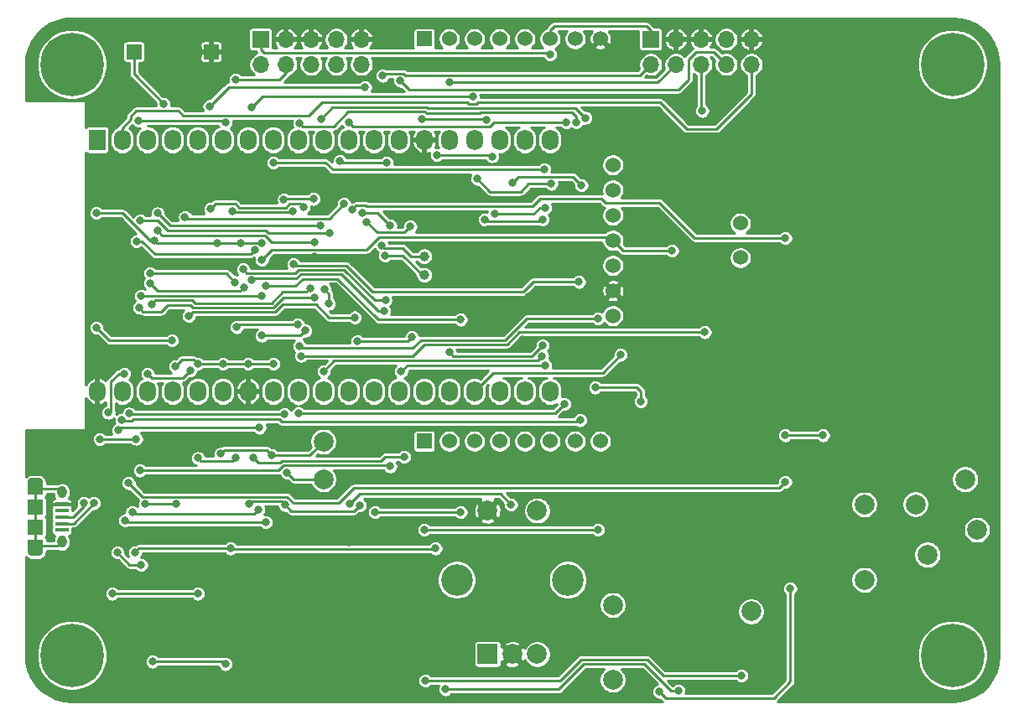
<source format=gbr>
G04 #@! TF.GenerationSoftware,KiCad,Pcbnew,(5.1.9)-1*
G04 #@! TF.CreationDate,2021-02-22T19:57:17+01:00*
G04 #@! TF.ProjectId,IoT12,496f5431-322e-46b6-9963-61645f706362,rev?*
G04 #@! TF.SameCoordinates,Original*
G04 #@! TF.FileFunction,Copper,L2,Bot*
G04 #@! TF.FilePolarity,Positive*
%FSLAX46Y46*%
G04 Gerber Fmt 4.6, Leading zero omitted, Abs format (unit mm)*
G04 Created by KiCad (PCBNEW (5.1.9)-1) date 2021-02-22 19:57:17*
%MOMM*%
%LPD*%
G01*
G04 APERTURE LIST*
G04 #@! TA.AperFunction,ComponentPad*
%ADD10O,1.700000X1.700000*%
G04 #@! TD*
G04 #@! TA.AperFunction,ComponentPad*
%ADD11R,1.700000X1.700000*%
G04 #@! TD*
G04 #@! TA.AperFunction,ComponentPad*
%ADD12C,1.524000*%
G04 #@! TD*
G04 #@! TA.AperFunction,ComponentPad*
%ADD13R,1.524000X1.524000*%
G04 #@! TD*
G04 #@! TA.AperFunction,ComponentPad*
%ADD14C,1.000000*%
G04 #@! TD*
G04 #@! TA.AperFunction,SMDPad,CuDef*
%ADD15R,1.500000X1.500000*%
G04 #@! TD*
G04 #@! TA.AperFunction,ComponentPad*
%ADD16R,2.000000X2.000000*%
G04 #@! TD*
G04 #@! TA.AperFunction,ComponentPad*
%ADD17C,2.000000*%
G04 #@! TD*
G04 #@! TA.AperFunction,ComponentPad*
%ADD18C,3.200000*%
G04 #@! TD*
G04 #@! TA.AperFunction,ComponentPad*
%ADD19O,1.550000X0.890000*%
G04 #@! TD*
G04 #@! TA.AperFunction,SMDPad,CuDef*
%ADD20R,1.550000X1.200000*%
G04 #@! TD*
G04 #@! TA.AperFunction,SMDPad,CuDef*
%ADD21R,1.550000X1.500000*%
G04 #@! TD*
G04 #@! TA.AperFunction,ComponentPad*
%ADD22O,0.950000X1.250000*%
G04 #@! TD*
G04 #@! TA.AperFunction,SMDPad,CuDef*
%ADD23R,1.350000X0.400000*%
G04 #@! TD*
G04 #@! TA.AperFunction,ComponentPad*
%ADD24C,0.800000*%
G04 #@! TD*
G04 #@! TA.AperFunction,ComponentPad*
%ADD25C,6.400000*%
G04 #@! TD*
G04 #@! TA.AperFunction,ComponentPad*
%ADD26C,2.010000*%
G04 #@! TD*
G04 #@! TA.AperFunction,ComponentPad*
%ADD27O,1.700000X2.100000*%
G04 #@! TD*
G04 #@! TA.AperFunction,ComponentPad*
%ADD28R,1.700000X2.100000*%
G04 #@! TD*
G04 #@! TA.AperFunction,ViaPad*
%ADD29C,0.800000*%
G04 #@! TD*
G04 #@! TA.AperFunction,Conductor*
%ADD30C,0.250000*%
G04 #@! TD*
G04 #@! TA.AperFunction,Conductor*
%ADD31C,0.254000*%
G04 #@! TD*
G04 #@! TA.AperFunction,Conductor*
%ADD32C,0.100000*%
G04 #@! TD*
G04 APERTURE END LIST*
D10*
X24130000Y36830000D03*
X24130000Y39370000D03*
X21590000Y36830000D03*
X21590000Y39370000D03*
X19050000Y36830000D03*
X19050000Y39370000D03*
X16510000Y36830000D03*
X16510000Y39370000D03*
X13970000Y36830000D03*
D11*
X13970000Y39370000D03*
D12*
X23030000Y17300000D03*
X23030000Y20800000D03*
X10160000Y11430000D03*
X10160000Y13970000D03*
X10160000Y16510000D03*
X10160000Y19050000D03*
X10160000Y21590000D03*
X10160000Y24130000D03*
X10160000Y26670000D03*
X6350000Y-1230000D03*
X8890000Y-1230000D03*
X3810000Y-1230000D03*
D13*
X-8890000Y-1230000D03*
D12*
X1270000Y-1230000D03*
X-1270000Y-1230000D03*
X-6350000Y-1230000D03*
X-3810000Y-1230000D03*
X8890000Y39410000D03*
X6350000Y39410000D03*
X3810000Y39410000D03*
X1270000Y39410000D03*
X-1270000Y39410000D03*
X-3810000Y39410000D03*
X-6350000Y39410000D03*
D13*
X-8890000Y39410000D03*
D14*
X-8890000Y17460000D03*
X-8890000Y15560000D03*
D15*
X-38190000Y38100000D03*
X-30390000Y38100000D03*
D16*
X-2500000Y-22740000D03*
D17*
X0Y-22740000D03*
X2500000Y-22740000D03*
D18*
X-5600000Y-15240000D03*
X5600000Y-15240000D03*
D17*
X-2500000Y-8240000D03*
X2500000Y-8240000D03*
D10*
X-15240000Y36830000D03*
X-15240000Y39370000D03*
X-17780000Y36830000D03*
X-17780000Y39370000D03*
X-20320000Y36830000D03*
X-20320000Y39370000D03*
X-22860000Y36830000D03*
X-22860000Y39370000D03*
X-25400000Y36830000D03*
D11*
X-25400000Y39370000D03*
D19*
X-48163000Y-5390000D03*
X-48163000Y-12390000D03*
D20*
X-48163000Y-5990000D03*
X-48163000Y-11790000D03*
D21*
X-48163000Y-7890000D03*
X-48163000Y-9890000D03*
D22*
X-45463000Y-6390000D03*
X-45463000Y-11390000D03*
D23*
X-45463000Y-7590000D03*
X-45463000Y-8240000D03*
X-45463000Y-8890000D03*
X-45463000Y-9540000D03*
X-45463000Y-10190000D03*
D17*
X35560000Y-22860000D03*
X35560000Y-15240000D03*
X35560000Y-7620000D03*
X10160000Y-17780000D03*
X24130000Y-18415000D03*
X10160000Y-25330000D03*
X-19050000Y-1270000D03*
X-19050000Y-5080000D03*
D24*
X-42752944Y38527056D03*
X-44450000Y39230000D03*
X-46147056Y38527056D03*
X-46850000Y36830000D03*
X-46147056Y35132944D03*
X-44450000Y34430000D03*
X-42752944Y35132944D03*
X-42050000Y36830000D03*
D25*
X-44450000Y36830000D03*
D24*
X-42752944Y-21162944D03*
X-44450000Y-20460000D03*
X-46147056Y-21162944D03*
X-46850000Y-22860000D03*
X-46147056Y-24557056D03*
X-44450000Y-25260000D03*
X-42752944Y-24557056D03*
X-42050000Y-22860000D03*
D25*
X-44450000Y-22860000D03*
D24*
X46147056Y38527056D03*
X44450000Y39230000D03*
X42752944Y38527056D03*
X42050000Y36830000D03*
X42752944Y35132944D03*
X44450000Y34430000D03*
X46147056Y35132944D03*
X46850000Y36830000D03*
D25*
X44450000Y36830000D03*
D24*
X46147056Y-21162944D03*
X44450000Y-20460000D03*
X42752944Y-21162944D03*
X42050000Y-22860000D03*
X42752944Y-24557056D03*
X44450000Y-25260000D03*
X46147056Y-24557056D03*
X46850000Y-22860000D03*
D25*
X44450000Y-22860000D03*
D26*
X46920000Y-10180000D03*
X45720000Y-5080000D03*
X40710000Y-7600000D03*
X41910000Y-12700000D03*
D27*
X-41910000Y3810000D03*
X-39370000Y3810000D03*
D28*
X-41910000Y29210000D03*
D27*
X3810000Y3810000D03*
X-39370000Y29210000D03*
X3810000Y29210000D03*
X-36830000Y29210000D03*
X1270000Y29210000D03*
X-34290000Y29210000D03*
X-1270000Y29210000D03*
X-31750000Y29210000D03*
X-3810000Y29210000D03*
X-29210000Y29210000D03*
X-6350000Y29210000D03*
X-26670000Y29210000D03*
X-8890000Y29210000D03*
X-24130000Y29210000D03*
X-11430000Y29210000D03*
X-21590000Y29210000D03*
X-13970000Y29210000D03*
X-19050000Y29210000D03*
X-16510000Y29210000D03*
X1270000Y3810000D03*
X-1270000Y3810000D03*
X-3810000Y3810000D03*
X-6350000Y3810000D03*
X-8890000Y3810000D03*
X-11430000Y3810000D03*
X-13970000Y3810000D03*
X-16510000Y3810000D03*
X-19050000Y3810000D03*
X-21590000Y3810000D03*
X-24130000Y3810000D03*
X-26670000Y3810000D03*
X-29210000Y3810000D03*
X-31750000Y3810000D03*
X-34290000Y3810000D03*
X-36830000Y3810000D03*
D29*
X12573000Y-8890000D03*
X17653000Y-6985000D03*
X22606000Y-2540000D03*
X24130000Y2286000D03*
X12954000Y-2794000D03*
X15367000Y-2794000D03*
X11176000Y-7620000D03*
X33401000Y-16002000D03*
X20701000Y-13335000D03*
X33020000Y-8763000D03*
X44704000Y-2540000D03*
X21082000Y5207000D03*
X42164000Y11811000D03*
X40767000Y17907000D03*
X47498000Y15494000D03*
X31115000Y21717000D03*
X32512000Y23622000D03*
X41656000Y22479000D03*
X41021000Y28702000D03*
X41275000Y31115000D03*
X30353000Y33147000D03*
X34290000Y35179000D03*
X28448000Y35179000D03*
X28448000Y38354000D03*
X14224000Y2794000D03*
X11557000Y2667000D03*
X-28448000Y-22606000D03*
X-28702000Y-10287000D03*
X-28829000Y-16891000D03*
X-19177000Y-16510000D03*
X-12192000Y-16510000D03*
X-9144000Y-16510000D03*
X-20066000Y-26416000D03*
X-28829000Y-26670000D03*
X-24003000Y-15494000D03*
X-32893000Y-17526000D03*
X-37973000Y-19304000D03*
X-34671000Y-10795000D03*
X-16510000Y-11430000D03*
X-16510000Y-22860000D03*
X8128000Y21844000D03*
X1016000Y9017000D03*
X8763000Y7874000D03*
X3683000Y-3302000D03*
X1524000Y-3048000D03*
X-31750000Y26797000D03*
X-29210000Y26924000D03*
X-26670000Y26924000D03*
X-22225000Y25400000D03*
X-15472015Y16631968D03*
X-17059013Y17257054D03*
X-40640000Y-5461000D03*
X-35433000Y6223000D03*
X-40894000Y11303000D03*
X-15494000Y24257000D03*
X-11684000Y15367000D03*
X-13970000Y5969000D03*
X-17399000Y9271000D03*
X-21590000Y6096000D03*
X-16764000Y5842000D03*
X-34544000Y11684000D03*
X-11430000Y12319000D03*
X-1905000Y11811000D03*
X-8890000Y-3683000D03*
X-254000Y-16764000D03*
X-33528000Y27051000D03*
X-32893000Y32385000D03*
X-28194000Y37338000D03*
X-12065000Y39370000D03*
X-12065000Y36703000D03*
X-6223000Y36830000D03*
X-3810000Y36830000D03*
X-635000Y36830000D03*
X8255000Y37211000D03*
X-4699000Y21336000D03*
X1524000Y18415000D03*
X1651000Y13335000D03*
X8509000Y17653000D03*
X-7874000Y16510000D03*
X-18923000Y10541000D03*
X-19050000Y23876000D03*
X-17399000Y-2286000D03*
X-39243000Y31623000D03*
X-41529000Y33020000D03*
X-37084000Y17399000D03*
X-40386000Y24003000D03*
X-40259000Y20447000D03*
X-40767000Y12827000D03*
X-42672000Y26289000D03*
X-3683000Y23622000D03*
X-10033000Y27178000D03*
X1270000Y27051000D03*
X-19942731Y17399236D03*
X29210000Y-5080000D03*
X34798000Y-381000D03*
X39751000Y-508000D03*
X46863000Y-7112000D03*
X43815000Y-9525000D03*
X42164000Y7747000D03*
X34290000Y11176000D03*
X36703000Y38608000D03*
X40005000Y35687000D03*
X44958000Y25654000D03*
X48514000Y26924000D03*
X46609000Y7747000D03*
X10922000Y31496000D03*
X15494000Y30861000D03*
X24638000Y30861000D03*
X17653000Y32639000D03*
X20574000Y32639000D03*
X17272000Y27813000D03*
X13716000Y-26797000D03*
X15621000Y-23876000D03*
X20066000Y-26416000D03*
X-35179000Y-1905000D03*
X-21336000Y-6477000D03*
X6858000Y889000D03*
X-39458119Y909849D03*
X0Y24855010D03*
X6985000Y24638000D03*
X-40386000Y-16637000D03*
X-31750000Y-16637000D03*
X-20066000Y23241000D03*
X-31750000Y6604000D03*
X-29210000Y6604000D03*
X-26670000Y6603996D03*
X-24129992Y6604000D03*
X3810000Y37846000D03*
X-18976962Y14097493D03*
X-18527245Y12654652D03*
X-34036000Y6350000D03*
X-34360655Y8940008D03*
X-42000010Y10250010D03*
X-42000010Y21807008D03*
X-23057047Y23167754D03*
X-29749979Y18763979D03*
X-27453247Y18763979D03*
X-36104990Y18995132D03*
X-25302060Y18822909D03*
X-37084000Y-7583010D03*
X-33909000Y-7583010D03*
X-6350000Y35015010D03*
X-3997398Y33564990D03*
X-26289000Y32512000D03*
X-24130000Y26924000D03*
X3211998Y26252002D03*
X-11303000Y35179000D03*
X-21463000Y30861000D03*
X6460939Y31000068D03*
X-37936010Y18951844D03*
X-37736721Y31151990D03*
X-28967500Y30934989D03*
X-25988222Y18095445D03*
X7362146Y31433483D03*
X-19322648Y31310020D03*
X-16510000Y30988000D03*
X5461000Y30988000D03*
X10922000Y7493000D03*
X19177000Y32131000D03*
X-6350000Y7747000D03*
X3065037Y8467966D03*
X3048000Y21172010D03*
X-2794000Y21172010D03*
X-2638672Y31267968D03*
X-9134502Y31310020D03*
X-3519010Y25273000D03*
X3314048Y6438522D03*
X-11212990Y5818598D03*
X3937000Y24765000D03*
X-5207000Y-8382000D03*
X-13843000Y-8382000D03*
X-127000Y-7620000D03*
X-16406791Y-7575627D03*
X-19050000Y5842000D03*
X-1778000Y21717000D03*
X-7620000Y27685996D03*
X-2045835Y27535845D03*
X3302000Y22352000D03*
X3015237Y7392846D03*
X-21590000Y1614010D03*
X5243990Y2540000D03*
X-28291279Y22003021D03*
X-22123458Y22003021D03*
X-36830000Y5588000D03*
X-21077544Y22419819D03*
X-32517509Y5929526D03*
X-30474185Y22226258D03*
X-21463000Y8382000D03*
X8636000Y11176000D03*
X16129000Y18034000D03*
X-25273000Y17099124D03*
X-12827000Y17526000D03*
X-13185201Y18564799D03*
X-27940000Y-2921000D03*
X-31754660Y-2925660D03*
X-15113000Y21844000D03*
X-15621000Y8890000D03*
X-12319000Y20574000D03*
X-10160000Y9271000D03*
X-26543000Y-7583010D03*
X-15415988Y-7711026D03*
X-22946655Y-7669665D03*
X-12700000Y26924000D03*
X-17399000Y27051000D03*
X-30574990Y32606990D03*
X-14859000Y34544000D03*
X-15904435Y11270688D03*
X-32643978Y11430000D03*
X-37682010Y12278209D03*
X-43264166Y-7477837D03*
X-19997556Y13319927D03*
X-39161748Y5595912D03*
X-40762340Y1646340D03*
X-42254010Y-7493000D03*
X-20396960Y14249888D03*
X-36412010Y12609990D03*
X-8890000Y-10160000D03*
X8636000Y-10160000D03*
X-22733000Y-4408010D03*
X-24257000Y-2667000D03*
X-29464000Y-2507979D03*
X28067000Y-16129000D03*
X14859000Y-26543000D03*
X-27940000Y35306000D03*
X-12954000Y11938000D03*
X-26345237Y15022990D03*
X-12801181Y12995773D03*
X-27178000Y16129000D03*
X-24892000Y-9398000D03*
X-39095003Y-9235166D03*
X-6731000Y-26289000D03*
X16764000Y-26416000D03*
X-8763000Y-25400000D03*
X23114000Y-24892000D03*
X-35184909Y32856010D03*
X8382000Y4191000D03*
X12970000Y2810000D03*
X6731000Y14859000D03*
X-22098000Y16637000D03*
X-39870000Y-12482990D03*
X-37465000Y-13716000D03*
X-41660660Y-1011340D03*
X-37970900Y-996445D03*
X-16983679Y22766880D03*
X-33045680Y21426010D03*
X-25654000Y-8128000D03*
X-26162000Y-2921000D03*
X-10921996Y-2794000D03*
X-38368376Y-8392248D03*
X31369000Y-635000D03*
X27559000Y-635000D03*
X27559000Y19304000D03*
X27559000Y-5334000D03*
X-16188695Y22160231D03*
X-38735000Y-5461000D03*
X-22987000Y1524000D03*
X-38695910Y1557199D03*
X-20902310Y9944938D03*
X-25273000Y9434990D03*
X-36576000Y14732000D03*
X-27099581Y14321900D03*
X-25527000Y127000D03*
X-39750998Y-127002D03*
X-21677016Y10580984D03*
X-36576000Y15748000D03*
X-27979640Y14838444D03*
X-27813000Y10287000D03*
X-5207000Y11049000D03*
X-24911066Y14445786D03*
X19431000Y9779000D03*
X-21322694Y7391880D03*
X-28448000Y-12065000D03*
X-38100000Y-12446000D03*
X-7747000Y-12065000D03*
X-14701194Y20932715D03*
X-10287000Y20447000D03*
X-36322000Y-23495000D03*
X-37592000Y-4191000D03*
X-12319000Y-3773010D03*
X-28955992Y-23749000D03*
X-13081000Y35687000D03*
X-19964680Y18849248D03*
X-35819365Y20060635D03*
X-19387057Y20537010D03*
X-35817900Y21787455D03*
X-18415000Y19812000D03*
X-37555010Y21062445D03*
X-37465000Y13462000D03*
X-25273000Y13436032D03*
D30*
X-16097101Y17257054D02*
X-17059013Y17257054D01*
X-15472015Y16631968D02*
X-16097101Y17257054D01*
X-19800549Y17257054D02*
X-19942731Y17399236D01*
X-17059013Y17257054D02*
X-19800549Y17257054D01*
X-44538000Y-7590000D02*
X-44196000Y-7248000D01*
X-45463000Y-7590000D02*
X-44538000Y-7590000D01*
X-44196000Y-7248000D02*
X-44196000Y-6350000D01*
X-43307000Y-5461000D02*
X-40640000Y-5461000D01*
X-44196000Y-6350000D02*
X-43307000Y-5461000D01*
X6132999Y25490001D02*
X6985000Y24638000D01*
X634991Y25490001D02*
X6132999Y25490001D01*
X0Y24855010D02*
X634991Y25490001D01*
X-38224460Y961536D02*
X-38386998Y798998D01*
X-39347268Y798998D02*
X-39458119Y909849D01*
X-38386998Y798998D02*
X-39347268Y798998D01*
X-23497538Y961536D02*
X-38224460Y961536D01*
X-23298002Y762000D02*
X-23497538Y961536D01*
X6731000Y762000D02*
X-23298002Y762000D01*
X6858000Y889000D02*
X6731000Y762000D01*
X-40386000Y-16637000D02*
X-31750000Y-16637000D01*
X-31750000Y6604000D02*
X-29210000Y6604000D01*
X-29210000Y6604000D02*
X-26670004Y6604000D01*
X-26670004Y6604000D02*
X-26670000Y6603996D01*
X-26670000Y6603996D02*
X-24129996Y6603996D01*
X-24129996Y6603996D02*
X-24129992Y6604000D01*
X-25400000Y38354000D02*
X-25400000Y39370000D01*
X-25051001Y38005001D02*
X-25400000Y38354000D01*
X3650999Y38005001D02*
X-25051001Y38005001D01*
X3810000Y37846000D02*
X3650999Y38005001D01*
X-18527245Y13647776D02*
X-18527245Y12654652D01*
X-18976962Y14097493D02*
X-18527245Y13647776D01*
X-31750000Y6604000D02*
X-32149999Y7003999D01*
X-33382001Y7003999D02*
X-34036000Y6350000D01*
X-32149999Y7003999D02*
X-33382001Y7003999D01*
X-40690008Y8940008D02*
X-42000010Y10250010D01*
X-34360655Y8940008D02*
X-40690008Y8940008D01*
X-20066000Y23241000D02*
X-22983801Y23241000D01*
X-22983801Y23241000D02*
X-23057047Y23167754D01*
X-27453247Y18763979D02*
X-29749979Y18763979D01*
X-35873837Y18763979D02*
X-36104990Y18995132D01*
X-39339531Y21807008D02*
X-36527655Y18995132D01*
X-42000010Y21807008D02*
X-39339531Y21807008D01*
X-29749979Y18763979D02*
X-35873837Y18763979D01*
X-36527655Y18995132D02*
X-36104990Y18995132D01*
X13970000Y40259000D02*
X13970000Y39370000D01*
X13549000Y40680000D02*
X13970000Y40259000D01*
X4231000Y40680000D02*
X13549000Y40680000D01*
X3810000Y40259000D02*
X4231000Y40680000D01*
X3810000Y39410000D02*
X3810000Y40259000D01*
X-27453247Y18763979D02*
X-27394317Y18822909D01*
X-27394317Y18822909D02*
X-25302060Y18822909D01*
X-34474685Y-7583010D02*
X-37084000Y-7583010D01*
X-33909000Y-7583010D02*
X-34474685Y-7583010D01*
X14695010Y35015010D02*
X-6350000Y35015010D01*
X16510000Y36830000D02*
X14695010Y35015010D01*
X-25236010Y33564990D02*
X-26289000Y32512000D01*
X-3997398Y33564990D02*
X-25236010Y33564990D01*
X2646313Y26252002D02*
X3211998Y26252002D01*
X2593310Y26198999D02*
X2646313Y26252002D01*
X-18128003Y26198999D02*
X2593310Y26198999D01*
X-18853004Y26924000D02*
X-18128003Y26198999D01*
X-24130000Y26924000D02*
X-18853004Y26924000D01*
X20320000Y38100000D02*
X21590000Y36830000D01*
X17780000Y37338000D02*
X18542000Y38100000D01*
X17780000Y35306000D02*
X17780000Y37338000D01*
X16764000Y34290000D02*
X17780000Y35306000D01*
X-10414000Y34290000D02*
X16764000Y34290000D01*
X18542000Y38100000D02*
X20320000Y38100000D01*
X-11303000Y35179000D02*
X-10414000Y34290000D01*
X-21463000Y30861000D02*
X-21187010Y30585010D01*
X-21187010Y30585010D02*
X-17985994Y30585010D01*
X-17985994Y30585010D02*
X-16535983Y32035021D01*
X-3276597Y31939967D02*
X-3223586Y31992978D01*
X-16535983Y32035021D02*
X-8786501Y32035021D01*
X-8786501Y32035021D02*
X-8691447Y31939967D01*
X6033714Y31992978D02*
X6460939Y31565753D01*
X-8691447Y31939967D02*
X-3276597Y31939967D01*
X-3223586Y31992978D02*
X6033714Y31992978D01*
X6460939Y31565753D02*
X6460939Y31000068D01*
X-37736721Y31151990D02*
X-29184501Y31151990D01*
X-29184501Y31151990D02*
X-28967500Y30934989D01*
X-37370325Y18951844D02*
X-36090775Y17672294D01*
X-26411373Y17672294D02*
X-25988222Y18095445D01*
X-36090775Y17672294D02*
X-26411373Y17672294D01*
X-37936010Y18951844D02*
X-37370325Y18951844D01*
X-8505047Y32389978D02*
X-8600101Y32485032D01*
X-8600101Y32485032D02*
X-18147636Y32485032D01*
X-3409986Y32442989D02*
X-3462997Y32389978D01*
X-18147636Y32485032D02*
X-19322648Y31310020D01*
X-3462997Y32389978D02*
X-8505047Y32389978D01*
X6352640Y32442989D02*
X-3409986Y32442989D01*
X7362146Y31433483D02*
X6352640Y32442989D01*
X-3028718Y30585010D02*
X-2986674Y30542966D01*
X-16107010Y30585010D02*
X-3028718Y30585010D01*
X-1864999Y30988000D02*
X4895315Y30988000D01*
X-2310033Y30542966D02*
X-1864999Y30988000D01*
X-16510000Y30988000D02*
X-16107010Y30585010D01*
X-2986674Y30542966D02*
X-2310033Y30542966D01*
X4895315Y30988000D02*
X5461000Y30988000D01*
X-3810000Y3810000D02*
X-1923999Y5696001D01*
X-1923999Y5696001D02*
X9125001Y5696001D01*
X9125001Y5696001D02*
X10922000Y7493000D01*
X19050000Y32258000D02*
X19177000Y32131000D01*
X19050000Y36830000D02*
X19050000Y32258000D01*
X-5969000Y7366000D02*
X1963071Y7366000D01*
X1963071Y7366000D02*
X3065037Y8467966D01*
X-6350000Y7747000D02*
X-5969000Y7366000D01*
X-2576990Y20955000D02*
X-2794000Y21172010D01*
X2830990Y20955000D02*
X-2576990Y20955000D01*
X3048000Y21172010D02*
X2830990Y20955000D01*
X-2680724Y31310020D02*
X-2638672Y31267968D01*
X-9134502Y31310020D02*
X-2680724Y31310020D01*
X-10593066Y6438522D02*
X-11212990Y5818598D01*
X3314048Y6438522D02*
X-10593066Y6438522D01*
X1651000Y24765000D02*
X3937000Y24765000D01*
X870001Y23984001D02*
X1651000Y24765000D01*
X-2230011Y23984001D02*
X870001Y23984001D01*
X-3519010Y25273000D02*
X-2230011Y23984001D01*
X-5207000Y-8382000D02*
X-13843000Y-8382000D01*
X-15380477Y-6549313D02*
X-16406791Y-7575627D01*
X-127000Y-7620000D02*
X-1197687Y-6549313D01*
X-1197687Y-6549313D02*
X-15380477Y-6549313D01*
X-7620000Y27685996D02*
X-2195986Y27685996D01*
X-2195986Y27685996D02*
X-2045835Y27535845D01*
X-17976011Y6915989D02*
X2538380Y6915989D01*
X-19050000Y5842000D02*
X-17976011Y6915989D01*
X2538380Y6915989D02*
X3015237Y7392846D01*
X2160410Y21717000D02*
X2795410Y22352000D01*
X2795410Y22352000D02*
X3302000Y22352000D01*
X-1778000Y21717000D02*
X2160410Y21717000D01*
X-21590000Y1614010D02*
X4318000Y1614010D01*
X4318000Y1614010D02*
X5243990Y2540000D01*
X-22123458Y22003021D02*
X-22234838Y21891641D01*
X-22234838Y21891641D02*
X-28179899Y21891641D01*
X-28179899Y21891641D02*
X-28291279Y22003021D01*
X-36830000Y5588000D02*
X-36427010Y5185010D01*
X-36427010Y5185010D02*
X-33262025Y5185010D01*
X-33262025Y5185010D02*
X-32517509Y5929526D01*
X-21077544Y22419819D02*
X-21385747Y22728022D01*
X-22471459Y22728022D02*
X-22828482Y22370999D01*
X-27586253Y22370999D02*
X-27943277Y22728023D01*
X-21385747Y22728022D02*
X-22471459Y22728022D01*
X-22828482Y22370999D02*
X-27586253Y22370999D01*
X-29972420Y22728023D02*
X-30474185Y22226258D01*
X-27943277Y22728023D02*
X-29972420Y22728023D01*
X-9238216Y8992782D02*
X-10065999Y8164999D01*
X-21245999Y8164999D02*
X-21463000Y8382000D01*
X-10065999Y8164999D02*
X-21245999Y8164999D01*
X-717631Y8992782D02*
X-9238216Y8992782D01*
X1465587Y11176000D02*
X-717631Y8992782D01*
X8636000Y11176000D02*
X1465587Y11176000D01*
X11176000Y18034000D02*
X10160000Y19050000D01*
X16129000Y18034000D02*
X11176000Y18034000D01*
X10160000Y19050000D02*
X9811013Y19398987D01*
X9811013Y19398987D02*
X-13424015Y19398987D01*
X-13424015Y19398987D02*
X-14698755Y18124247D01*
X-14698755Y18124247D02*
X-24247877Y18124247D01*
X-24247877Y18124247D02*
X-25273000Y17099124D01*
X-11049000Y17526000D02*
X-12827000Y17526000D01*
X-9083000Y15560000D02*
X-11049000Y17526000D01*
X-8890000Y15560000D02*
X-9083000Y15560000D01*
X-10221000Y17460000D02*
X-8890000Y17460000D01*
X-11049000Y18288000D02*
X-10221000Y17460000D01*
X-12908402Y18288000D02*
X-11049000Y18288000D01*
X-13185201Y18564799D02*
X-12908402Y18288000D01*
X-28251989Y-3232989D02*
X-31447331Y-3232989D01*
X-27940000Y-2921000D02*
X-28251989Y-3232989D01*
X-31447331Y-3232989D02*
X-31754660Y-2925660D01*
X-15113000Y21844000D02*
X-13589000Y21844000D01*
X-13589000Y21844000D02*
X-12319000Y20574000D01*
X-15621000Y8890000D02*
X-10541000Y8890000D01*
X-10541000Y8890000D02*
X-10160000Y9271000D01*
X-15415988Y-7711026D02*
X-16005590Y-8300628D01*
X-22315692Y-8300628D02*
X-22946655Y-7669665D01*
X-16005590Y-8300628D02*
X-22315692Y-8300628D01*
X-26543000Y-7583010D02*
X-26268001Y-7308011D01*
X-26268001Y-7308011D02*
X-23308309Y-7308011D01*
X-23308309Y-7308011D02*
X-22946655Y-7669665D01*
X-17272000Y26924000D02*
X-17399000Y27051000D01*
X-12700000Y26924000D02*
X-17272000Y26924000D01*
X-30574990Y32606990D02*
X-28637980Y34544000D01*
X-28637980Y34544000D02*
X-14859000Y34544000D01*
X-23941949Y11811000D02*
X-32262978Y11811000D01*
X-23165001Y12587948D02*
X-23941949Y11811000D01*
X-19826948Y12587948D02*
X-23165001Y12587948D01*
X-18509688Y11270688D02*
X-19826948Y12587948D01*
X-15904435Y11270688D02*
X-18509688Y11270688D01*
X-32262978Y11811000D02*
X-32643978Y11430000D01*
X-44323000Y-8890000D02*
X-43264166Y-7831166D01*
X-43264166Y-7831166D02*
X-43264166Y-7477837D01*
X-45463000Y-8890000D02*
X-44323000Y-8890000D01*
X-37682010Y12278209D02*
X-37282011Y11878210D01*
X-35422792Y11878210D02*
X-34785991Y12515011D01*
X-32202832Y12261011D02*
X-24128349Y12261011D01*
X-34785991Y12515011D02*
X-32456832Y12515011D01*
X-20563241Y13319927D02*
X-19997556Y13319927D01*
X-23069433Y13319927D02*
X-20563241Y13319927D01*
X-32456832Y12515011D02*
X-32202832Y12261011D01*
X-24128349Y12261011D02*
X-23069433Y13319927D01*
X-37282011Y11878210D02*
X-35422792Y11878210D01*
X-40545010Y4778335D02*
X-40545010Y1863670D01*
X-39161748Y5595912D02*
X-39727433Y5595912D01*
X-40545010Y1863670D02*
X-40762340Y1646340D01*
X-39727433Y5595912D02*
X-40545010Y4778335D01*
X-44301010Y-9540000D02*
X-42254010Y-7493000D01*
X-45463000Y-9540000D02*
X-44301010Y-9540000D01*
X-32016432Y12711022D02*
X-32315399Y13009989D01*
X-36012011Y13009989D02*
X-36412010Y12609990D01*
X-32315399Y13009989D02*
X-36012011Y13009989D01*
X-24314749Y12711022D02*
X-32016432Y12711022D01*
X-20796959Y13849889D02*
X-23175882Y13849889D01*
X-20396960Y14249888D02*
X-20796959Y13849889D01*
X-23175882Y13849889D02*
X-24314749Y12711022D01*
X-8890000Y-10160000D02*
X8636000Y-10160000D01*
X-22061010Y-5080000D02*
X-22733000Y-4408010D01*
X-19050000Y-5080000D02*
X-22061010Y-5080000D01*
X-20193000Y-2413000D02*
X-19050000Y-1270000D01*
X-20447000Y-2667000D02*
X-20193000Y-2413000D01*
X-24257000Y-2667000D02*
X-20447000Y-2667000D01*
X-29064001Y-2107980D02*
X-29464000Y-2507979D01*
X-24816020Y-2107980D02*
X-29064001Y-2107980D01*
X-24257000Y-2667000D02*
X-24816020Y-2107980D01*
X15512999Y-27196999D02*
X14859000Y-26543000D01*
X26397001Y-27196999D02*
X15512999Y-27196999D01*
X28067000Y-16129000D02*
X28067000Y-25527000D01*
X28067000Y-25527000D02*
X26397001Y-27196999D01*
X-22860000Y35941000D02*
X-22860000Y36830000D01*
X-23495000Y35306000D02*
X-22860000Y35941000D01*
X-27940000Y35306000D02*
X-23495000Y35306000D01*
X-26162225Y15206002D02*
X-26345237Y15022990D01*
X-21786672Y15206002D02*
X-26162225Y15206002D01*
X-21360652Y15632022D02*
X-21786672Y15206002D01*
X-13519685Y11938000D02*
X-17213707Y15632022D01*
X-17213707Y15632022D02*
X-21360652Y15632022D01*
X-12954000Y11938000D02*
X-13519685Y11938000D01*
X-26797000Y15748000D02*
X-27178000Y16129000D01*
X-21881085Y15748000D02*
X-26797000Y15748000D01*
X-16966802Y16082033D02*
X-21547052Y16082033D01*
X-13880542Y12995773D02*
X-16966802Y16082033D01*
X-12801181Y12995773D02*
X-13880542Y12995773D01*
X-21547052Y16082033D02*
X-21881085Y15748000D01*
X-38932169Y-9398000D02*
X-39095003Y-9235166D01*
X-24892000Y-9398000D02*
X-38932169Y-9398000D01*
X7239000Y-23749000D02*
X13335000Y-23749000D01*
X-6731000Y-26289000D02*
X4699000Y-26289000D01*
X13335000Y-23749000D02*
X16002000Y-26416000D01*
X4699000Y-26289000D02*
X7239000Y-23749000D01*
X16002000Y-26416000D02*
X16764000Y-26416000D01*
X-8197315Y-25400000D02*
X-8763000Y-25400000D01*
X4826000Y-25400000D02*
X-8197315Y-25400000D01*
X6927011Y-23298989D02*
X4826000Y-25400000D01*
X13646989Y-23298989D02*
X6927011Y-23298989D01*
X15240000Y-24892000D02*
X13646989Y-23298989D01*
X23114000Y-24892000D02*
X15240000Y-24892000D01*
X-38190000Y35861101D02*
X-35184909Y32856010D01*
X-38190000Y38100000D02*
X-38190000Y35861101D01*
X12970000Y3810000D02*
X12970000Y2810000D01*
X12589000Y4191000D02*
X12970000Y3810000D01*
X8382000Y4191000D02*
X12589000Y4191000D01*
X-14091358Y13843000D02*
X-16780402Y16532044D01*
X2101998Y14859000D02*
X1085998Y13843000D01*
X-21993044Y16532044D02*
X-22098000Y16637000D01*
X6731000Y14859000D02*
X2101998Y14859000D01*
X1085998Y13843000D02*
X-14091358Y13843000D01*
X-16780402Y16532044D02*
X-21993044Y16532044D01*
X-38636990Y-13716000D02*
X-37465000Y-13716000D01*
X-39870000Y-12482990D02*
X-38636990Y-13716000D01*
X-41660660Y-1011340D02*
X-37985795Y-1011340D01*
X-37985795Y-1011340D02*
X-37970900Y-996445D01*
X-18472548Y21278011D02*
X-32897681Y21278011D01*
X-16983679Y22766880D02*
X-18472548Y21278011D01*
X-32897681Y21278011D02*
X-33045680Y21426010D01*
X-23267401Y-3232998D02*
X-13258980Y-3232998D01*
X-12819982Y-2794000D02*
X-10921996Y-2794000D01*
X-26162000Y-2921000D02*
X-25654000Y-3429000D01*
X-13258980Y-3232998D02*
X-12819982Y-2794000D01*
X-23463403Y-3429000D02*
X-23267401Y-3232998D01*
X-25654000Y-3429000D02*
X-23463403Y-3429000D01*
X-38232625Y-8527999D02*
X-38368376Y-8392248D01*
X-26053999Y-8527999D02*
X-38232625Y-8527999D01*
X-25654000Y-8128000D02*
X-26053999Y-8527999D01*
X31369000Y-635000D02*
X27559000Y-635000D01*
X-14764999Y22569001D02*
X-15779925Y22569001D01*
X-14693997Y22497999D02*
X-14764999Y22569001D01*
X2050999Y22497999D02*
X-14693997Y22497999D01*
X-15779925Y22569001D02*
X-16188695Y22160231D01*
X2794000Y23241000D02*
X2050999Y22497999D01*
X9017000Y23241000D02*
X2794000Y23241000D01*
X9398000Y22860000D02*
X9017000Y23241000D01*
X14859000Y22860000D02*
X9398000Y22860000D01*
X18415000Y19304000D02*
X14859000Y22860000D01*
X27559000Y19304000D02*
X18415000Y19304000D01*
X-37338000Y-6858000D02*
X-38735000Y-5461000D01*
X-22733000Y-6858000D02*
X-37338000Y-6858000D01*
X-22098000Y-7493000D02*
X-22733000Y-6858000D01*
X-17526000Y-7493000D02*
X-22098000Y-7493000D01*
X26924000Y-5969000D02*
X-16002000Y-5969000D01*
X-16002000Y-5969000D02*
X-17526000Y-7493000D01*
X27559000Y-5334000D02*
X26924000Y-5969000D01*
X-38662711Y1524000D02*
X-38695910Y1557199D01*
X-22987000Y1524000D02*
X-38662711Y1524000D01*
X-21412258Y9434990D02*
X-25273000Y9434990D01*
X-20902310Y9944938D02*
X-21412258Y9434990D01*
X-27499580Y13921901D02*
X-27099581Y14321900D01*
X-35765901Y13921901D02*
X-27499580Y13921901D01*
X-36576000Y14732000D02*
X-35765901Y13921901D01*
X-39496996Y127000D02*
X-39750998Y-127002D01*
X-25527000Y127000D02*
X-39496996Y127000D01*
X-28889196Y15748000D02*
X-27979640Y14838444D01*
X-36576000Y15748000D02*
X-28889196Y15748000D01*
X-21677016Y10580984D02*
X-27519016Y10580984D01*
X-27519016Y10580984D02*
X-27813000Y10287000D01*
X-13516997Y11049000D02*
X-17650008Y15182011D01*
X-17650008Y15182011D02*
X-21174252Y15182011D01*
X-21910477Y14445786D02*
X-24911066Y14445786D01*
X-21174252Y15182011D02*
X-21910477Y14445786D01*
X-5207000Y11049000D02*
X-13516997Y11049000D01*
X704998Y9779000D02*
X-531231Y8542771D01*
X-8887486Y8542771D02*
X-10038377Y7391880D01*
X19431000Y9779000D02*
X704998Y9779000D01*
X-10038377Y7391880D02*
X-21322694Y7391880D01*
X-531231Y8542771D02*
X-8887486Y8542771D01*
X-28448000Y-12065000D02*
X-37719000Y-12065000D01*
X-37719000Y-12065000D02*
X-38100000Y-12446000D01*
X-28357999Y-12155001D02*
X-28448000Y-12065000D01*
X-7837001Y-12155001D02*
X-28357999Y-12155001D01*
X-7747000Y-12065000D02*
X-7837001Y-12155001D01*
X-10885002Y19848998D02*
X-10287000Y20447000D01*
X-13617477Y19848998D02*
X-10885002Y19848998D01*
X-14701194Y20932715D02*
X-13617477Y19848998D01*
X-23588992Y-4191000D02*
X-23080992Y-3683000D01*
X-37592000Y-4191000D02*
X-23588992Y-4191000D01*
X-12409010Y-3683000D02*
X-12319000Y-3773010D01*
X-23080992Y-3683000D02*
X-12409010Y-3683000D01*
X-29209992Y-23495000D02*
X-28955992Y-23749000D01*
X-36322000Y-23495000D02*
X-29209992Y-23495000D01*
X13120001Y35980001D02*
X13970000Y36830000D01*
X-10954999Y35904001D02*
X-10791009Y35740011D01*
X12880011Y35740011D02*
X13120001Y35980001D01*
X-10791009Y35740011D02*
X12880011Y35740011D01*
X-12863999Y35904001D02*
X-10954999Y35904001D01*
X-13081000Y35687000D02*
X-12863999Y35904001D01*
X24130000Y33850587D02*
X24130000Y36830000D01*
X20616414Y30337001D02*
X24130000Y33850587D01*
X14927587Y33020000D02*
X17610586Y30337001D01*
X-39370000Y29210000D02*
X-39370000Y30422998D01*
X-38517999Y31586001D02*
X-37973000Y32131000D01*
X-39370000Y30422998D02*
X-38517999Y31274999D01*
X-38517999Y31274999D02*
X-38517999Y31586001D01*
X17610586Y30337001D02*
X20616414Y30337001D01*
X-33712002Y32131000D02*
X-33241001Y31659999D01*
X-37973000Y32131000D02*
X-33712002Y32131000D01*
X-33241001Y31659999D02*
X-20537001Y31659999D01*
X-20537001Y31659999D02*
X-19177000Y33020000D01*
X-19177000Y33020000D02*
X-4525410Y33020000D01*
X-4345399Y32839989D02*
X-3649397Y32839989D01*
X-4525410Y33020000D02*
X-4345399Y32839989D01*
X-3649397Y32839989D02*
X-3469386Y33020000D01*
X-3469386Y33020000D02*
X14927587Y33020000D01*
X-25655839Y19542134D02*
X-35300864Y19542134D01*
X-24954058Y19547911D02*
X-25650062Y19547911D01*
X-19964680Y18849248D02*
X-24255395Y18849248D01*
X-35419366Y19660636D02*
X-35819365Y20060635D01*
X-25650062Y19547911D02*
X-25655839Y19542134D01*
X-24255395Y18849248D02*
X-24954058Y19547911D01*
X-35300864Y19542134D02*
X-35419366Y19660636D01*
X-34567455Y20537010D02*
X-35817900Y21787455D01*
X-19387057Y20537010D02*
X-34567455Y20537010D01*
X-34799410Y20066000D02*
X-35795855Y21062445D01*
X-24835736Y20066000D02*
X-34799410Y20066000D01*
X-18415000Y19812000D02*
X-24581736Y19812000D01*
X-35795855Y21062445D02*
X-37555010Y21062445D01*
X-24581736Y19812000D02*
X-24835736Y20066000D01*
X-25298968Y13462000D02*
X-25273000Y13436032D01*
X-37465000Y13462000D02*
X-25298968Y13462000D01*
X-48163000Y-9890000D02*
X-48163000Y-7890000D01*
X-48163000Y-7890000D02*
X-48163000Y-5990000D01*
X-48163000Y-5990000D02*
X-48163000Y-5390000D01*
X-45863000Y-5990000D02*
X-45463000Y-6390000D01*
X-48163000Y-5990000D02*
X-45863000Y-5990000D01*
X-48163000Y-9890000D02*
X-48163000Y-11790000D01*
X-48163000Y-11790000D02*
X-48163000Y-12390000D01*
X-45863000Y-11790000D02*
X-45463000Y-11390000D01*
X-48163000Y-11790000D02*
X-45863000Y-11790000D01*
D31*
X45277412Y41428542D02*
X46078664Y41209344D01*
X46828438Y40851719D01*
X47503037Y40366971D01*
X48081125Y39770429D01*
X48544443Y39080941D01*
X48878341Y38320299D01*
X49073011Y37509438D01*
X49124000Y36815108D01*
X49124001Y-22841904D01*
X49048542Y-23687412D01*
X48829345Y-24488663D01*
X48471719Y-25238438D01*
X47986975Y-25913032D01*
X47390432Y-26491123D01*
X46700938Y-26954444D01*
X45940300Y-27288341D01*
X45129438Y-27483011D01*
X44435108Y-27534000D01*
X26775591Y-27534000D01*
X28407220Y-25902372D01*
X28426527Y-25886527D01*
X28489759Y-25809479D01*
X28536745Y-25721575D01*
X28543617Y-25698920D01*
X28565678Y-25626194D01*
X28568792Y-25594574D01*
X28573000Y-25551854D01*
X28573000Y-25551847D01*
X28575447Y-25527001D01*
X28573000Y-25502155D01*
X28573000Y-22507302D01*
X40869000Y-22507302D01*
X40869000Y-23212698D01*
X41006616Y-23904539D01*
X41276559Y-24556240D01*
X41668456Y-25142754D01*
X42167246Y-25641544D01*
X42753760Y-26033441D01*
X43405461Y-26303384D01*
X44097302Y-26441000D01*
X44802698Y-26441000D01*
X45494539Y-26303384D01*
X46146240Y-26033441D01*
X46732754Y-25641544D01*
X47231544Y-25142754D01*
X47623441Y-24556240D01*
X47893384Y-23904539D01*
X48031000Y-23212698D01*
X48031000Y-22507302D01*
X47893384Y-21815461D01*
X47623441Y-21163760D01*
X47231544Y-20577246D01*
X46732754Y-20078456D01*
X46146240Y-19686559D01*
X45494539Y-19416616D01*
X44802698Y-19279000D01*
X44097302Y-19279000D01*
X43405461Y-19416616D01*
X42753760Y-19686559D01*
X42167246Y-20078456D01*
X41668456Y-20577246D01*
X41276559Y-21163760D01*
X41006616Y-21815461D01*
X40869000Y-22507302D01*
X28573000Y-22507302D01*
X28573000Y-16727501D01*
X28673642Y-16626859D01*
X28759113Y-16498942D01*
X28817987Y-16356809D01*
X28848000Y-16205922D01*
X28848000Y-16052078D01*
X28817987Y-15901191D01*
X28759113Y-15759058D01*
X28673642Y-15631141D01*
X28564859Y-15522358D01*
X28436942Y-15436887D01*
X28294809Y-15378013D01*
X28143922Y-15348000D01*
X27990078Y-15348000D01*
X27839191Y-15378013D01*
X27697058Y-15436887D01*
X27569141Y-15522358D01*
X27460358Y-15631141D01*
X27374887Y-15759058D01*
X27316013Y-15901191D01*
X27286000Y-16052078D01*
X27286000Y-16205922D01*
X27316013Y-16356809D01*
X27374887Y-16498942D01*
X27460358Y-16626859D01*
X27561000Y-16727501D01*
X27561001Y-25317407D01*
X26187410Y-26690999D01*
X17495440Y-26690999D01*
X17514987Y-26643809D01*
X17545000Y-26492922D01*
X17545000Y-26339078D01*
X17514987Y-26188191D01*
X17456113Y-26046058D01*
X17370642Y-25918141D01*
X17261859Y-25809358D01*
X17133942Y-25723887D01*
X16991809Y-25665013D01*
X16840922Y-25635000D01*
X16687078Y-25635000D01*
X16536191Y-25665013D01*
X16394058Y-25723887D01*
X16266141Y-25809358D01*
X16188545Y-25886954D01*
X15699592Y-25398000D01*
X22515499Y-25398000D01*
X22616141Y-25498642D01*
X22744058Y-25584113D01*
X22886191Y-25642987D01*
X23037078Y-25673000D01*
X23190922Y-25673000D01*
X23341809Y-25642987D01*
X23483942Y-25584113D01*
X23611859Y-25498642D01*
X23720642Y-25389859D01*
X23806113Y-25261942D01*
X23864987Y-25119809D01*
X23895000Y-24968922D01*
X23895000Y-24815078D01*
X23864987Y-24664191D01*
X23806113Y-24522058D01*
X23720642Y-24394141D01*
X23611859Y-24285358D01*
X23483942Y-24199887D01*
X23341809Y-24141013D01*
X23190922Y-24111000D01*
X23037078Y-24111000D01*
X22886191Y-24141013D01*
X22744058Y-24199887D01*
X22616141Y-24285358D01*
X22515499Y-24386000D01*
X15449592Y-24386000D01*
X14022365Y-22958774D01*
X14006516Y-22939462D01*
X13929468Y-22876230D01*
X13841564Y-22829244D01*
X13746182Y-22800311D01*
X13671843Y-22792989D01*
X13671835Y-22792989D01*
X13646989Y-22790542D01*
X13622143Y-22792989D01*
X6951856Y-22792989D01*
X6927010Y-22790542D01*
X6902164Y-22792989D01*
X6902157Y-22792989D01*
X6837705Y-22799337D01*
X6827817Y-22800311D01*
X6805618Y-22807045D01*
X6732436Y-22829244D01*
X6644532Y-22876230D01*
X6567484Y-22939462D01*
X6551639Y-22958769D01*
X4616409Y-24894000D01*
X-8164499Y-24894000D01*
X-8265141Y-24793358D01*
X-8393058Y-24707887D01*
X-8535191Y-24649013D01*
X-8686078Y-24619000D01*
X-8839922Y-24619000D01*
X-8990809Y-24649013D01*
X-9132942Y-24707887D01*
X-9260859Y-24793358D01*
X-9369642Y-24902141D01*
X-9455113Y-25030058D01*
X-9513987Y-25172191D01*
X-9544000Y-25323078D01*
X-9544000Y-25476922D01*
X-9513987Y-25627809D01*
X-9455113Y-25769942D01*
X-9369642Y-25897859D01*
X-9260859Y-26006642D01*
X-9132942Y-26092113D01*
X-8990809Y-26150987D01*
X-8839922Y-26181000D01*
X-8686078Y-26181000D01*
X-8535191Y-26150987D01*
X-8393058Y-26092113D01*
X-8265141Y-26006642D01*
X-8164499Y-25906000D01*
X-7414388Y-25906000D01*
X-7423113Y-25919058D01*
X-7481987Y-26061191D01*
X-7512000Y-26212078D01*
X-7512000Y-26365922D01*
X-7481987Y-26516809D01*
X-7423113Y-26658942D01*
X-7337642Y-26786859D01*
X-7228859Y-26895642D01*
X-7100942Y-26981113D01*
X-6958809Y-27039987D01*
X-6807922Y-27070000D01*
X-6654078Y-27070000D01*
X-6503191Y-27039987D01*
X-6361058Y-26981113D01*
X-6233141Y-26895642D01*
X-6132499Y-26795000D01*
X4674154Y-26795000D01*
X4699000Y-26797447D01*
X4723846Y-26795000D01*
X4723854Y-26795000D01*
X4798193Y-26787678D01*
X4893575Y-26758745D01*
X4981479Y-26711759D01*
X5058527Y-26648527D01*
X5074376Y-26629215D01*
X7448592Y-24255000D01*
X9283117Y-24255000D01*
X9279664Y-24257307D01*
X9087307Y-24449664D01*
X8936174Y-24675851D01*
X8832071Y-24927177D01*
X8779000Y-25193983D01*
X8779000Y-25466017D01*
X8832071Y-25732823D01*
X8936174Y-25984149D01*
X9087307Y-26210336D01*
X9279664Y-26402693D01*
X9505851Y-26553826D01*
X9757177Y-26657929D01*
X10023983Y-26711000D01*
X10296017Y-26711000D01*
X10562823Y-26657929D01*
X10814149Y-26553826D01*
X11040336Y-26402693D01*
X11232693Y-26210336D01*
X11383826Y-25984149D01*
X11487929Y-25732823D01*
X11541000Y-25466017D01*
X11541000Y-25193983D01*
X11487929Y-24927177D01*
X11383826Y-24675851D01*
X11232693Y-24449664D01*
X11040336Y-24257307D01*
X11036883Y-24255000D01*
X13125409Y-24255000D01*
X14657240Y-25786832D01*
X14631191Y-25792013D01*
X14489058Y-25850887D01*
X14361141Y-25936358D01*
X14252358Y-26045141D01*
X14166887Y-26173058D01*
X14108013Y-26315191D01*
X14078000Y-26466078D01*
X14078000Y-26619922D01*
X14108013Y-26770809D01*
X14166887Y-26912942D01*
X14252358Y-27040859D01*
X14361141Y-27149642D01*
X14489058Y-27235113D01*
X14631191Y-27293987D01*
X14782078Y-27324000D01*
X14924408Y-27324000D01*
X15134408Y-27534000D01*
X-44431915Y-27534000D01*
X-45277412Y-27458542D01*
X-46078663Y-27239345D01*
X-46828438Y-26881719D01*
X-47503032Y-26396975D01*
X-48081123Y-25800432D01*
X-48544444Y-25110938D01*
X-48878341Y-24350300D01*
X-49073011Y-23539438D01*
X-49124000Y-22845108D01*
X-49124000Y-22507302D01*
X-48031000Y-22507302D01*
X-48031000Y-23212698D01*
X-47893384Y-23904539D01*
X-47623441Y-24556240D01*
X-47231544Y-25142754D01*
X-46732754Y-25641544D01*
X-46146240Y-26033441D01*
X-45494539Y-26303384D01*
X-44802698Y-26441000D01*
X-44097302Y-26441000D01*
X-43405461Y-26303384D01*
X-42753760Y-26033441D01*
X-42167246Y-25641544D01*
X-41668456Y-25142754D01*
X-41276559Y-24556240D01*
X-41006616Y-23904539D01*
X-40909853Y-23418078D01*
X-37103000Y-23418078D01*
X-37103000Y-23571922D01*
X-37072987Y-23722809D01*
X-37014113Y-23864942D01*
X-36928642Y-23992859D01*
X-36819859Y-24101642D01*
X-36691942Y-24187113D01*
X-36549809Y-24245987D01*
X-36398922Y-24276000D01*
X-36245078Y-24276000D01*
X-36094191Y-24245987D01*
X-35952058Y-24187113D01*
X-35824141Y-24101642D01*
X-35723499Y-24001000D01*
X-29696959Y-24001000D01*
X-29648105Y-24118942D01*
X-29562634Y-24246859D01*
X-29453851Y-24355642D01*
X-29325934Y-24441113D01*
X-29183801Y-24499987D01*
X-29032914Y-24530000D01*
X-28879070Y-24530000D01*
X-28728183Y-24499987D01*
X-28586050Y-24441113D01*
X-28458133Y-24355642D01*
X-28349350Y-24246859D01*
X-28263879Y-24118942D01*
X-28205005Y-23976809D01*
X-28174992Y-23825922D01*
X-28174992Y-23672078D01*
X-28205005Y-23521191D01*
X-28263879Y-23379058D01*
X-28349350Y-23251141D01*
X-28458133Y-23142358D01*
X-28586050Y-23056887D01*
X-28728183Y-22998013D01*
X-28879070Y-22968000D01*
X-29032914Y-22968000D01*
X-29153938Y-22992073D01*
X-29185138Y-22989000D01*
X-29185146Y-22989000D01*
X-29209992Y-22986553D01*
X-29234838Y-22989000D01*
X-35723499Y-22989000D01*
X-35824141Y-22888358D01*
X-35952058Y-22802887D01*
X-36094191Y-22744013D01*
X-36245078Y-22714000D01*
X-36398922Y-22714000D01*
X-36549809Y-22744013D01*
X-36691942Y-22802887D01*
X-36819859Y-22888358D01*
X-36928642Y-22997141D01*
X-37014113Y-23125058D01*
X-37072987Y-23267191D01*
X-37103000Y-23418078D01*
X-40909853Y-23418078D01*
X-40869000Y-23212698D01*
X-40869000Y-22507302D01*
X-41006616Y-21815461D01*
X-41037872Y-21740000D01*
X-3882843Y-21740000D01*
X-3882843Y-23740000D01*
X-3875487Y-23814689D01*
X-3853701Y-23886508D01*
X-3818322Y-23952696D01*
X-3770711Y-24010711D01*
X-3712696Y-24058322D01*
X-3646508Y-24093701D01*
X-3574689Y-24115487D01*
X-3500000Y-24122843D01*
X-1500000Y-24122843D01*
X-1425311Y-24115487D01*
X-1353492Y-24093701D01*
X-1287304Y-24058322D01*
X-1229289Y-24010711D01*
X-1181678Y-23952696D01*
X-1146299Y-23886508D01*
X-1124513Y-23814689D01*
X-1117157Y-23740000D01*
X-1117157Y-23739267D01*
X-819662Y-23739267D01*
X-709490Y-23932596D01*
X-463194Y-24048095D01*
X-199097Y-24113324D01*
X72651Y-24125778D01*
X341607Y-24084977D01*
X597435Y-23992490D01*
X709490Y-23932596D01*
X819662Y-23739267D01*
X0Y-22919605D01*
X-819662Y-23739267D01*
X-1117157Y-23739267D01*
X-1117157Y-23492480D01*
X-999267Y-23559662D01*
X-179605Y-22740000D01*
X179605Y-22740000D01*
X999267Y-23559662D01*
X1192596Y-23449490D01*
X1249146Y-23328899D01*
X1276174Y-23394149D01*
X1427307Y-23620336D01*
X1619664Y-23812693D01*
X1845851Y-23963826D01*
X2097177Y-24067929D01*
X2363983Y-24121000D01*
X2636017Y-24121000D01*
X2902823Y-24067929D01*
X3154149Y-23963826D01*
X3380336Y-23812693D01*
X3572693Y-23620336D01*
X3723826Y-23394149D01*
X3827929Y-23142823D01*
X3881000Y-22876017D01*
X3881000Y-22603983D01*
X3827929Y-22337177D01*
X3723826Y-22085851D01*
X3572693Y-21859664D01*
X3380336Y-21667307D01*
X3154149Y-21516174D01*
X2902823Y-21412071D01*
X2636017Y-21359000D01*
X2363983Y-21359000D01*
X2097177Y-21412071D01*
X1845851Y-21516174D01*
X1619664Y-21667307D01*
X1427307Y-21859664D01*
X1276174Y-22085851D01*
X1252580Y-22142813D01*
X1252490Y-22142565D01*
X1192596Y-22030510D01*
X999267Y-21920338D01*
X179605Y-22740000D01*
X-179605Y-22740000D01*
X-999267Y-21920338D01*
X-1117157Y-21987520D01*
X-1117157Y-21740733D01*
X-819662Y-21740733D01*
X0Y-22560395D01*
X819662Y-21740733D01*
X709490Y-21547404D01*
X463194Y-21431905D01*
X199097Y-21366676D01*
X-72651Y-21354222D01*
X-341607Y-21395023D01*
X-597435Y-21487510D01*
X-709490Y-21547404D01*
X-819662Y-21740733D01*
X-1117157Y-21740733D01*
X-1117157Y-21740000D01*
X-1124513Y-21665311D01*
X-1146299Y-21593492D01*
X-1181678Y-21527304D01*
X-1229289Y-21469289D01*
X-1287304Y-21421678D01*
X-1353492Y-21386299D01*
X-1425311Y-21364513D01*
X-1500000Y-21357157D01*
X-3500000Y-21357157D01*
X-3574689Y-21364513D01*
X-3646508Y-21386299D01*
X-3712696Y-21421678D01*
X-3770711Y-21469289D01*
X-3818322Y-21527304D01*
X-3853701Y-21593492D01*
X-3875487Y-21665311D01*
X-3882843Y-21740000D01*
X-41037872Y-21740000D01*
X-41276559Y-21163760D01*
X-41668456Y-20577246D01*
X-42167246Y-20078456D01*
X-42753760Y-19686559D01*
X-43405461Y-19416616D01*
X-44097302Y-19279000D01*
X-44802698Y-19279000D01*
X-45494539Y-19416616D01*
X-46146240Y-19686559D01*
X-46732754Y-20078456D01*
X-47231544Y-20577246D01*
X-47623441Y-21163760D01*
X-47893384Y-21815461D01*
X-48031000Y-22507302D01*
X-49124000Y-22507302D01*
X-49124000Y-17643983D01*
X8779000Y-17643983D01*
X8779000Y-17916017D01*
X8832071Y-18182823D01*
X8936174Y-18434149D01*
X9087307Y-18660336D01*
X9279664Y-18852693D01*
X9505851Y-19003826D01*
X9757177Y-19107929D01*
X10023983Y-19161000D01*
X10296017Y-19161000D01*
X10562823Y-19107929D01*
X10814149Y-19003826D01*
X11040336Y-18852693D01*
X11232693Y-18660336D01*
X11383826Y-18434149D01*
X11448098Y-18278983D01*
X22749000Y-18278983D01*
X22749000Y-18551017D01*
X22802071Y-18817823D01*
X22906174Y-19069149D01*
X23057307Y-19295336D01*
X23249664Y-19487693D01*
X23475851Y-19638826D01*
X23727177Y-19742929D01*
X23993983Y-19796000D01*
X24266017Y-19796000D01*
X24532823Y-19742929D01*
X24784149Y-19638826D01*
X25010336Y-19487693D01*
X25202693Y-19295336D01*
X25353826Y-19069149D01*
X25457929Y-18817823D01*
X25511000Y-18551017D01*
X25511000Y-18278983D01*
X25457929Y-18012177D01*
X25353826Y-17760851D01*
X25202693Y-17534664D01*
X25010336Y-17342307D01*
X24784149Y-17191174D01*
X24532823Y-17087071D01*
X24266017Y-17034000D01*
X23993983Y-17034000D01*
X23727177Y-17087071D01*
X23475851Y-17191174D01*
X23249664Y-17342307D01*
X23057307Y-17534664D01*
X22906174Y-17760851D01*
X22802071Y-18012177D01*
X22749000Y-18278983D01*
X11448098Y-18278983D01*
X11487929Y-18182823D01*
X11541000Y-17916017D01*
X11541000Y-17643983D01*
X11487929Y-17377177D01*
X11383826Y-17125851D01*
X11232693Y-16899664D01*
X11040336Y-16707307D01*
X10814149Y-16556174D01*
X10562823Y-16452071D01*
X10296017Y-16399000D01*
X10023983Y-16399000D01*
X9757177Y-16452071D01*
X9505851Y-16556174D01*
X9279664Y-16707307D01*
X9087307Y-16899664D01*
X8936174Y-17125851D01*
X8832071Y-17377177D01*
X8779000Y-17643983D01*
X-49124000Y-17643983D01*
X-49124000Y-16560078D01*
X-41167000Y-16560078D01*
X-41167000Y-16713922D01*
X-41136987Y-16864809D01*
X-41078113Y-17006942D01*
X-40992642Y-17134859D01*
X-40883859Y-17243642D01*
X-40755942Y-17329113D01*
X-40613809Y-17387987D01*
X-40462922Y-17418000D01*
X-40309078Y-17418000D01*
X-40158191Y-17387987D01*
X-40016058Y-17329113D01*
X-39888141Y-17243642D01*
X-39787499Y-17143000D01*
X-32348501Y-17143000D01*
X-32247859Y-17243642D01*
X-32119942Y-17329113D01*
X-31977809Y-17387987D01*
X-31826922Y-17418000D01*
X-31673078Y-17418000D01*
X-31522191Y-17387987D01*
X-31380058Y-17329113D01*
X-31252141Y-17243642D01*
X-31143358Y-17134859D01*
X-31057887Y-17006942D01*
X-30999013Y-16864809D01*
X-30969000Y-16713922D01*
X-30969000Y-16560078D01*
X-30999013Y-16409191D01*
X-31057887Y-16267058D01*
X-31143358Y-16139141D01*
X-31252141Y-16030358D01*
X-31380058Y-15944887D01*
X-31522191Y-15886013D01*
X-31673078Y-15856000D01*
X-31826922Y-15856000D01*
X-31977809Y-15886013D01*
X-32119942Y-15944887D01*
X-32247859Y-16030358D01*
X-32348501Y-16131000D01*
X-39787499Y-16131000D01*
X-39888141Y-16030358D01*
X-40016058Y-15944887D01*
X-40158191Y-15886013D01*
X-40309078Y-15856000D01*
X-40462922Y-15856000D01*
X-40613809Y-15886013D01*
X-40755942Y-15944887D01*
X-40883859Y-16030358D01*
X-40992642Y-16139141D01*
X-41078113Y-16267058D01*
X-41136987Y-16409191D01*
X-41167000Y-16560078D01*
X-49124000Y-16560078D01*
X-49124000Y-15044889D01*
X-7581000Y-15044889D01*
X-7581000Y-15435111D01*
X-7504871Y-15817836D01*
X-7355539Y-16178355D01*
X-7138743Y-16502814D01*
X-6862814Y-16778743D01*
X-6538355Y-16995539D01*
X-6177836Y-17144871D01*
X-5795111Y-17221000D01*
X-5404889Y-17221000D01*
X-5022164Y-17144871D01*
X-4661645Y-16995539D01*
X-4337186Y-16778743D01*
X-4061257Y-16502814D01*
X-3844461Y-16178355D01*
X-3695129Y-15817836D01*
X-3619000Y-15435111D01*
X-3619000Y-15044889D01*
X3619000Y-15044889D01*
X3619000Y-15435111D01*
X3695129Y-15817836D01*
X3844461Y-16178355D01*
X4061257Y-16502814D01*
X4337186Y-16778743D01*
X4661645Y-16995539D01*
X5022164Y-17144871D01*
X5404889Y-17221000D01*
X5795111Y-17221000D01*
X6177836Y-17144871D01*
X6538355Y-16995539D01*
X6862814Y-16778743D01*
X7138743Y-16502814D01*
X7355539Y-16178355D01*
X7504871Y-15817836D01*
X7581000Y-15435111D01*
X7581000Y-15103983D01*
X34179000Y-15103983D01*
X34179000Y-15376017D01*
X34232071Y-15642823D01*
X34336174Y-15894149D01*
X34487307Y-16120336D01*
X34679664Y-16312693D01*
X34905851Y-16463826D01*
X35157177Y-16567929D01*
X35423983Y-16621000D01*
X35696017Y-16621000D01*
X35962823Y-16567929D01*
X36214149Y-16463826D01*
X36440336Y-16312693D01*
X36632693Y-16120336D01*
X36783826Y-15894149D01*
X36887929Y-15642823D01*
X36941000Y-15376017D01*
X36941000Y-15103983D01*
X36887929Y-14837177D01*
X36783826Y-14585851D01*
X36632693Y-14359664D01*
X36440336Y-14167307D01*
X36214149Y-14016174D01*
X35962823Y-13912071D01*
X35696017Y-13859000D01*
X35423983Y-13859000D01*
X35157177Y-13912071D01*
X34905851Y-14016174D01*
X34679664Y-14167307D01*
X34487307Y-14359664D01*
X34336174Y-14585851D01*
X34232071Y-14837177D01*
X34179000Y-15103983D01*
X7581000Y-15103983D01*
X7581000Y-15044889D01*
X7504871Y-14662164D01*
X7355539Y-14301645D01*
X7138743Y-13977186D01*
X6862814Y-13701257D01*
X6538355Y-13484461D01*
X6177836Y-13335129D01*
X5795111Y-13259000D01*
X5404889Y-13259000D01*
X5022164Y-13335129D01*
X4661645Y-13484461D01*
X4337186Y-13701257D01*
X4061257Y-13977186D01*
X3844461Y-14301645D01*
X3695129Y-14662164D01*
X3619000Y-15044889D01*
X-3619000Y-15044889D01*
X-3695129Y-14662164D01*
X-3844461Y-14301645D01*
X-4061257Y-13977186D01*
X-4337186Y-13701257D01*
X-4661645Y-13484461D01*
X-5022164Y-13335129D01*
X-5404889Y-13259000D01*
X-5795111Y-13259000D01*
X-6177836Y-13335129D01*
X-6538355Y-13484461D01*
X-6862814Y-13701257D01*
X-7138743Y-13977186D01*
X-7355539Y-14301645D01*
X-7504871Y-14662164D01*
X-7581000Y-15044889D01*
X-49124000Y-15044889D01*
X-49124000Y-12923155D01*
X-49079896Y-12976896D01*
X-48954121Y-13080116D01*
X-48810626Y-13156816D01*
X-48654924Y-13204048D01*
X-48533572Y-13216000D01*
X-47792428Y-13216000D01*
X-47671076Y-13204048D01*
X-47515374Y-13156816D01*
X-47371879Y-13080116D01*
X-47246104Y-12976896D01*
X-47142884Y-12851121D01*
X-47066184Y-12707626D01*
X-47018952Y-12551924D01*
X-47004587Y-12406068D01*
X-40651000Y-12406068D01*
X-40651000Y-12559912D01*
X-40620987Y-12710799D01*
X-40562113Y-12852932D01*
X-40476642Y-12980849D01*
X-40367859Y-13089632D01*
X-40239942Y-13175103D01*
X-40097809Y-13233977D01*
X-39946922Y-13263990D01*
X-39804591Y-13263990D01*
X-39012362Y-14056220D01*
X-38996517Y-14075527D01*
X-38919469Y-14138759D01*
X-38831565Y-14185745D01*
X-38758383Y-14207944D01*
X-38736184Y-14214678D01*
X-38726296Y-14215652D01*
X-38661844Y-14222000D01*
X-38661837Y-14222000D01*
X-38636991Y-14224447D01*
X-38612145Y-14222000D01*
X-38063501Y-14222000D01*
X-37962859Y-14322642D01*
X-37834942Y-14408113D01*
X-37692809Y-14466987D01*
X-37541922Y-14497000D01*
X-37388078Y-14497000D01*
X-37237191Y-14466987D01*
X-37095058Y-14408113D01*
X-36967141Y-14322642D01*
X-36858358Y-14213859D01*
X-36772887Y-14085942D01*
X-36714013Y-13943809D01*
X-36684000Y-13792922D01*
X-36684000Y-13639078D01*
X-36714013Y-13488191D01*
X-36772887Y-13346058D01*
X-36858358Y-13218141D01*
X-36967141Y-13109358D01*
X-37095058Y-13023887D01*
X-37237191Y-12965013D01*
X-37388078Y-12935000D01*
X-37487439Y-12935000D01*
X-37407887Y-12815942D01*
X-37349013Y-12673809D01*
X-37328563Y-12571000D01*
X-29046501Y-12571000D01*
X-28945859Y-12671642D01*
X-28817942Y-12757113D01*
X-28675809Y-12815987D01*
X-28524922Y-12846000D01*
X-28371078Y-12846000D01*
X-28220191Y-12815987D01*
X-28078058Y-12757113D01*
X-27950141Y-12671642D01*
X-27939500Y-12661001D01*
X-8255500Y-12661001D01*
X-8244859Y-12671642D01*
X-8116942Y-12757113D01*
X-7974809Y-12815987D01*
X-7823922Y-12846000D01*
X-7670078Y-12846000D01*
X-7519191Y-12815987D01*
X-7377058Y-12757113D01*
X-7249141Y-12671642D01*
X-7140990Y-12563491D01*
X40524000Y-12563491D01*
X40524000Y-12836509D01*
X40577263Y-13104281D01*
X40681743Y-13356517D01*
X40833424Y-13583523D01*
X41026477Y-13776576D01*
X41253483Y-13928257D01*
X41505719Y-14032737D01*
X41773491Y-14086000D01*
X42046509Y-14086000D01*
X42314281Y-14032737D01*
X42566517Y-13928257D01*
X42793523Y-13776576D01*
X42986576Y-13583523D01*
X43138257Y-13356517D01*
X43242737Y-13104281D01*
X43296000Y-12836509D01*
X43296000Y-12563491D01*
X43242737Y-12295719D01*
X43138257Y-12043483D01*
X42986576Y-11816477D01*
X42793523Y-11623424D01*
X42566517Y-11471743D01*
X42314281Y-11367263D01*
X42046509Y-11314000D01*
X41773491Y-11314000D01*
X41505719Y-11367263D01*
X41253483Y-11471743D01*
X41026477Y-11623424D01*
X40833424Y-11816477D01*
X40681743Y-12043483D01*
X40577263Y-12295719D01*
X40524000Y-12563491D01*
X-7140990Y-12563491D01*
X-7140358Y-12562859D01*
X-7054887Y-12434942D01*
X-6996013Y-12292809D01*
X-6966000Y-12141922D01*
X-6966000Y-11988078D01*
X-6996013Y-11837191D01*
X-7054887Y-11695058D01*
X-7140358Y-11567141D01*
X-7249141Y-11458358D01*
X-7377058Y-11372887D01*
X-7519191Y-11314013D01*
X-7670078Y-11284000D01*
X-7823922Y-11284000D01*
X-7974809Y-11314013D01*
X-8116942Y-11372887D01*
X-8244859Y-11458358D01*
X-8353642Y-11567141D01*
X-8408339Y-11649001D01*
X-27786661Y-11649001D01*
X-27841358Y-11567141D01*
X-27950141Y-11458358D01*
X-28078058Y-11372887D01*
X-28220191Y-11314013D01*
X-28371078Y-11284000D01*
X-28524922Y-11284000D01*
X-28675809Y-11314013D01*
X-28817942Y-11372887D01*
X-28945859Y-11458358D01*
X-29046501Y-11559000D01*
X-37694155Y-11559000D01*
X-37719001Y-11556553D01*
X-37743847Y-11559000D01*
X-37743854Y-11559000D01*
X-37808306Y-11565348D01*
X-37818194Y-11566322D01*
X-37840393Y-11573056D01*
X-37913575Y-11595255D01*
X-38001479Y-11642241D01*
X-38029211Y-11665000D01*
X-38176922Y-11665000D01*
X-38327809Y-11695013D01*
X-38469942Y-11753887D01*
X-38597859Y-11839358D01*
X-38706642Y-11948141D01*
X-38792113Y-12076058D01*
X-38850987Y-12218191D01*
X-38881000Y-12369078D01*
X-38881000Y-12522922D01*
X-38850987Y-12673809D01*
X-38792113Y-12815942D01*
X-38733026Y-12904372D01*
X-39089000Y-12548399D01*
X-39089000Y-12406068D01*
X-39119013Y-12255181D01*
X-39177887Y-12113048D01*
X-39263358Y-11985131D01*
X-39372141Y-11876348D01*
X-39500058Y-11790877D01*
X-39642191Y-11732003D01*
X-39793078Y-11701990D01*
X-39946922Y-11701990D01*
X-40097809Y-11732003D01*
X-40239942Y-11790877D01*
X-40367859Y-11876348D01*
X-40476642Y-11985131D01*
X-40562113Y-12113048D01*
X-40620987Y-12255181D01*
X-40651000Y-12406068D01*
X-47004587Y-12406068D01*
X-47003004Y-12390000D01*
X-47005157Y-12368140D01*
X-47005157Y-12296000D01*
X-45887846Y-12296000D01*
X-45863000Y-12298447D01*
X-45860402Y-12298191D01*
X-45792161Y-12334667D01*
X-45630804Y-12383614D01*
X-45463000Y-12400141D01*
X-45295195Y-12383614D01*
X-45133838Y-12334667D01*
X-44985131Y-12255181D01*
X-44854788Y-12148212D01*
X-44747819Y-12017869D01*
X-44668333Y-11869162D01*
X-44619386Y-11707804D01*
X-44607000Y-11582044D01*
X-44607000Y-11197955D01*
X-44619386Y-11072195D01*
X-44668333Y-10910838D01*
X-44744389Y-10768548D01*
X-44713311Y-10765487D01*
X-44641492Y-10743701D01*
X-44575304Y-10708322D01*
X-44517289Y-10660711D01*
X-44469678Y-10602696D01*
X-44434299Y-10536508D01*
X-44412513Y-10464689D01*
X-44405157Y-10390000D01*
X-44405157Y-10046000D01*
X-44325856Y-10046000D01*
X-44301010Y-10048447D01*
X-44276164Y-10046000D01*
X-44276156Y-10046000D01*
X-44201817Y-10038678D01*
X-44106435Y-10009745D01*
X-44018531Y-9962759D01*
X-43941483Y-9899527D01*
X-43925634Y-9880215D01*
X-43203663Y-9158244D01*
X-39876003Y-9158244D01*
X-39876003Y-9312088D01*
X-39845990Y-9462975D01*
X-39787116Y-9605108D01*
X-39701645Y-9733025D01*
X-39592862Y-9841808D01*
X-39464945Y-9927279D01*
X-39322812Y-9986153D01*
X-39171925Y-10016166D01*
X-39018081Y-10016166D01*
X-38867194Y-9986153D01*
X-38725061Y-9927279D01*
X-38690221Y-9904000D01*
X-25490501Y-9904000D01*
X-25389859Y-10004642D01*
X-25261942Y-10090113D01*
X-25119809Y-10148987D01*
X-24968922Y-10179000D01*
X-24815078Y-10179000D01*
X-24664191Y-10148987D01*
X-24522058Y-10090113D01*
X-24511530Y-10083078D01*
X-9671000Y-10083078D01*
X-9671000Y-10236922D01*
X-9640987Y-10387809D01*
X-9582113Y-10529942D01*
X-9496642Y-10657859D01*
X-9387859Y-10766642D01*
X-9259942Y-10852113D01*
X-9117809Y-10910987D01*
X-8966922Y-10941000D01*
X-8813078Y-10941000D01*
X-8662191Y-10910987D01*
X-8520058Y-10852113D01*
X-8392141Y-10766642D01*
X-8291499Y-10666000D01*
X8037499Y-10666000D01*
X8138141Y-10766642D01*
X8266058Y-10852113D01*
X8408191Y-10910987D01*
X8559078Y-10941000D01*
X8712922Y-10941000D01*
X8863809Y-10910987D01*
X9005942Y-10852113D01*
X9133859Y-10766642D01*
X9242642Y-10657859D01*
X9328113Y-10529942D01*
X9386987Y-10387809D01*
X9417000Y-10236922D01*
X9417000Y-10083078D01*
X9409126Y-10043491D01*
X45534000Y-10043491D01*
X45534000Y-10316509D01*
X45587263Y-10584281D01*
X45691743Y-10836517D01*
X45843424Y-11063523D01*
X46036477Y-11256576D01*
X46263483Y-11408257D01*
X46515719Y-11512737D01*
X46783491Y-11566000D01*
X47056509Y-11566000D01*
X47324281Y-11512737D01*
X47576517Y-11408257D01*
X47803523Y-11256576D01*
X47996576Y-11063523D01*
X48148257Y-10836517D01*
X48252737Y-10584281D01*
X48306000Y-10316509D01*
X48306000Y-10043491D01*
X48252737Y-9775719D01*
X48148257Y-9523483D01*
X47996576Y-9296477D01*
X47803523Y-9103424D01*
X47576517Y-8951743D01*
X47324281Y-8847263D01*
X47056509Y-8794000D01*
X46783491Y-8794000D01*
X46515719Y-8847263D01*
X46263483Y-8951743D01*
X46036477Y-9103424D01*
X45843424Y-9296477D01*
X45691743Y-9523483D01*
X45587263Y-9775719D01*
X45534000Y-10043491D01*
X9409126Y-10043491D01*
X9386987Y-9932191D01*
X9328113Y-9790058D01*
X9242642Y-9662141D01*
X9133859Y-9553358D01*
X9005942Y-9467887D01*
X8863809Y-9409013D01*
X8712922Y-9379000D01*
X8559078Y-9379000D01*
X8408191Y-9409013D01*
X8266058Y-9467887D01*
X8138141Y-9553358D01*
X8037499Y-9654000D01*
X-8291499Y-9654000D01*
X-8392141Y-9553358D01*
X-8520058Y-9467887D01*
X-8662191Y-9409013D01*
X-8813078Y-9379000D01*
X-8966922Y-9379000D01*
X-9117809Y-9409013D01*
X-9259942Y-9467887D01*
X-9387859Y-9553358D01*
X-9496642Y-9662141D01*
X-9582113Y-9790058D01*
X-9640987Y-9932191D01*
X-9671000Y-10083078D01*
X-24511530Y-10083078D01*
X-24394141Y-10004642D01*
X-24285358Y-9895859D01*
X-24199887Y-9767942D01*
X-24141013Y-9625809D01*
X-24111000Y-9474922D01*
X-24111000Y-9321078D01*
X-24127273Y-9239267D01*
X-3319662Y-9239267D01*
X-3209490Y-9432596D01*
X-2963194Y-9548095D01*
X-2699097Y-9613324D01*
X-2427349Y-9625778D01*
X-2158393Y-9584977D01*
X-1902565Y-9492490D01*
X-1790510Y-9432596D01*
X-1680338Y-9239267D01*
X-2500000Y-8419605D01*
X-3319662Y-9239267D01*
X-24127273Y-9239267D01*
X-24141013Y-9170191D01*
X-24199887Y-9028058D01*
X-24285358Y-8900141D01*
X-24394141Y-8791358D01*
X-24522058Y-8705887D01*
X-24664191Y-8647013D01*
X-24815078Y-8617000D01*
X-24968922Y-8617000D01*
X-25055775Y-8634276D01*
X-25047358Y-8625859D01*
X-24961887Y-8497942D01*
X-24903013Y-8355809D01*
X-24873000Y-8204922D01*
X-24873000Y-8051078D01*
X-24903013Y-7900191D01*
X-24938710Y-7814011D01*
X-23714244Y-7814011D01*
X-23697642Y-7897474D01*
X-23638768Y-8039607D01*
X-23553297Y-8167524D01*
X-23444514Y-8276307D01*
X-23316597Y-8361778D01*
X-23174464Y-8420652D01*
X-23023577Y-8450665D01*
X-22881247Y-8450665D01*
X-22691064Y-8640848D01*
X-22675219Y-8660155D01*
X-22598171Y-8723387D01*
X-22510267Y-8770373D01*
X-22442903Y-8790807D01*
X-22414886Y-8799306D01*
X-22404998Y-8800280D01*
X-22340546Y-8806628D01*
X-22340539Y-8806628D01*
X-22315693Y-8809075D01*
X-22290847Y-8806628D01*
X-16030436Y-8806628D01*
X-16005590Y-8809075D01*
X-15980744Y-8806628D01*
X-15980736Y-8806628D01*
X-15906397Y-8799306D01*
X-15811015Y-8770373D01*
X-15723111Y-8723387D01*
X-15646063Y-8660155D01*
X-15630214Y-8640843D01*
X-15481397Y-8492026D01*
X-15339066Y-8492026D01*
X-15188179Y-8462013D01*
X-15046046Y-8403139D01*
X-14918129Y-8317668D01*
X-14905539Y-8305078D01*
X-14624000Y-8305078D01*
X-14624000Y-8458922D01*
X-14593987Y-8609809D01*
X-14535113Y-8751942D01*
X-14449642Y-8879859D01*
X-14340859Y-8988642D01*
X-14212942Y-9074113D01*
X-14070809Y-9132987D01*
X-13919922Y-9163000D01*
X-13766078Y-9163000D01*
X-13615191Y-9132987D01*
X-13473058Y-9074113D01*
X-13345141Y-8988642D01*
X-13244499Y-8888000D01*
X-5805501Y-8888000D01*
X-5704859Y-8988642D01*
X-5576942Y-9074113D01*
X-5434809Y-9132987D01*
X-5283922Y-9163000D01*
X-5130078Y-9163000D01*
X-4979191Y-9132987D01*
X-4837058Y-9074113D01*
X-4709141Y-8988642D01*
X-4600358Y-8879859D01*
X-4514887Y-8751942D01*
X-4456013Y-8609809D01*
X-4426000Y-8458922D01*
X-4426000Y-8312651D01*
X-3885778Y-8312651D01*
X-3844977Y-8581607D01*
X-3752490Y-8837435D01*
X-3692596Y-8949490D01*
X-3499267Y-9059662D01*
X-2679605Y-8240000D01*
X-2320395Y-8240000D01*
X-1500733Y-9059662D01*
X-1307404Y-8949490D01*
X-1191905Y-8703194D01*
X-1126676Y-8439097D01*
X-1114222Y-8167349D01*
X-1155023Y-7898393D01*
X-1247510Y-7642565D01*
X-1307404Y-7530510D01*
X-1500733Y-7420338D01*
X-2320395Y-8240000D01*
X-2679605Y-8240000D01*
X-3499267Y-7420338D01*
X-3692596Y-7530510D01*
X-3808095Y-7776806D01*
X-3873324Y-8040903D01*
X-3885778Y-8312651D01*
X-4426000Y-8312651D01*
X-4426000Y-8305078D01*
X-4456013Y-8154191D01*
X-4514887Y-8012058D01*
X-4600358Y-7884141D01*
X-4709141Y-7775358D01*
X-4837058Y-7689887D01*
X-4979191Y-7631013D01*
X-5130078Y-7601000D01*
X-5283922Y-7601000D01*
X-5434809Y-7631013D01*
X-5576942Y-7689887D01*
X-5704859Y-7775358D01*
X-5805501Y-7876000D01*
X-13244499Y-7876000D01*
X-13345141Y-7775358D01*
X-13473058Y-7689887D01*
X-13615191Y-7631013D01*
X-13766078Y-7601000D01*
X-13919922Y-7601000D01*
X-14070809Y-7631013D01*
X-14212942Y-7689887D01*
X-14340859Y-7775358D01*
X-14449642Y-7884141D01*
X-14535113Y-8012058D01*
X-14593987Y-8154191D01*
X-14624000Y-8305078D01*
X-14905539Y-8305078D01*
X-14809346Y-8208885D01*
X-14723875Y-8080968D01*
X-14665001Y-7938835D01*
X-14634988Y-7787948D01*
X-14634988Y-7634104D01*
X-14665001Y-7483217D01*
X-14723875Y-7341084D01*
X-14809346Y-7213167D01*
X-14918129Y-7104384D01*
X-14991569Y-7055313D01*
X-3213997Y-7055313D01*
X-3319662Y-7240733D01*
X-2500000Y-8060395D01*
X-1680338Y-7240733D01*
X-1786003Y-7055313D01*
X-1407278Y-7055313D01*
X-908000Y-7554592D01*
X-908000Y-7696922D01*
X-877987Y-7847809D01*
X-819113Y-7989942D01*
X-733642Y-8117859D01*
X-624859Y-8226642D01*
X-496942Y-8312113D01*
X-354809Y-8370987D01*
X-203922Y-8401000D01*
X-50078Y-8401000D01*
X100809Y-8370987D01*
X242942Y-8312113D01*
X370859Y-8226642D01*
X479642Y-8117859D01*
X488913Y-8103983D01*
X1119000Y-8103983D01*
X1119000Y-8376017D01*
X1172071Y-8642823D01*
X1276174Y-8894149D01*
X1427307Y-9120336D01*
X1619664Y-9312693D01*
X1845851Y-9463826D01*
X2097177Y-9567929D01*
X2363983Y-9621000D01*
X2636017Y-9621000D01*
X2902823Y-9567929D01*
X3154149Y-9463826D01*
X3380336Y-9312693D01*
X3572693Y-9120336D01*
X3723826Y-8894149D01*
X3827929Y-8642823D01*
X3881000Y-8376017D01*
X3881000Y-8103983D01*
X3827929Y-7837177D01*
X3723826Y-7585851D01*
X3655761Y-7483983D01*
X34179000Y-7483983D01*
X34179000Y-7756017D01*
X34232071Y-8022823D01*
X34336174Y-8274149D01*
X34487307Y-8500336D01*
X34679664Y-8692693D01*
X34905851Y-8843826D01*
X35157177Y-8947929D01*
X35423983Y-9001000D01*
X35696017Y-9001000D01*
X35962823Y-8947929D01*
X36214149Y-8843826D01*
X36440336Y-8692693D01*
X36632693Y-8500336D01*
X36783826Y-8274149D01*
X36887929Y-8022823D01*
X36941000Y-7756017D01*
X36941000Y-7483983D01*
X36936924Y-7463491D01*
X39324000Y-7463491D01*
X39324000Y-7736509D01*
X39377263Y-8004281D01*
X39481743Y-8256517D01*
X39633424Y-8483523D01*
X39826477Y-8676576D01*
X40053483Y-8828257D01*
X40305719Y-8932737D01*
X40573491Y-8986000D01*
X40846509Y-8986000D01*
X41114281Y-8932737D01*
X41366517Y-8828257D01*
X41593523Y-8676576D01*
X41786576Y-8483523D01*
X41938257Y-8256517D01*
X42042737Y-8004281D01*
X42096000Y-7736509D01*
X42096000Y-7463491D01*
X42042737Y-7195719D01*
X41938257Y-6943483D01*
X41786576Y-6716477D01*
X41593523Y-6523424D01*
X41366517Y-6371743D01*
X41114281Y-6267263D01*
X40846509Y-6214000D01*
X40573491Y-6214000D01*
X40305719Y-6267263D01*
X40053483Y-6371743D01*
X39826477Y-6523424D01*
X39633424Y-6716477D01*
X39481743Y-6943483D01*
X39377263Y-7195719D01*
X39324000Y-7463491D01*
X36936924Y-7463491D01*
X36887929Y-7217177D01*
X36783826Y-6965851D01*
X36632693Y-6739664D01*
X36440336Y-6547307D01*
X36214149Y-6396174D01*
X35962823Y-6292071D01*
X35696017Y-6239000D01*
X35423983Y-6239000D01*
X35157177Y-6292071D01*
X34905851Y-6396174D01*
X34679664Y-6547307D01*
X34487307Y-6739664D01*
X34336174Y-6965851D01*
X34232071Y-7217177D01*
X34179000Y-7483983D01*
X3655761Y-7483983D01*
X3572693Y-7359664D01*
X3380336Y-7167307D01*
X3154149Y-7016174D01*
X2902823Y-6912071D01*
X2636017Y-6859000D01*
X2363983Y-6859000D01*
X2097177Y-6912071D01*
X1845851Y-7016174D01*
X1619664Y-7167307D01*
X1427307Y-7359664D01*
X1276174Y-7585851D01*
X1172071Y-7837177D01*
X1119000Y-8103983D01*
X488913Y-8103983D01*
X565113Y-7989942D01*
X623987Y-7847809D01*
X654000Y-7696922D01*
X654000Y-7543078D01*
X623987Y-7392191D01*
X565113Y-7250058D01*
X479642Y-7122141D01*
X370859Y-7013358D01*
X242942Y-6927887D01*
X100809Y-6869013D01*
X-50078Y-6839000D01*
X-192408Y-6839000D01*
X-556409Y-6475000D01*
X26899154Y-6475000D01*
X26924000Y-6477447D01*
X26948846Y-6475000D01*
X26948854Y-6475000D01*
X27023193Y-6467678D01*
X27118575Y-6438745D01*
X27206479Y-6391759D01*
X27283527Y-6328527D01*
X27299376Y-6309215D01*
X27493591Y-6115000D01*
X27635922Y-6115000D01*
X27786809Y-6084987D01*
X27928942Y-6026113D01*
X28056859Y-5940642D01*
X28165642Y-5831859D01*
X28251113Y-5703942D01*
X28309987Y-5561809D01*
X28340000Y-5410922D01*
X28340000Y-5257078D01*
X28309987Y-5106191D01*
X28251113Y-4964058D01*
X28237371Y-4943491D01*
X44334000Y-4943491D01*
X44334000Y-5216509D01*
X44387263Y-5484281D01*
X44491743Y-5736517D01*
X44643424Y-5963523D01*
X44836477Y-6156576D01*
X45063483Y-6308257D01*
X45315719Y-6412737D01*
X45583491Y-6466000D01*
X45856509Y-6466000D01*
X46124281Y-6412737D01*
X46376517Y-6308257D01*
X46603523Y-6156576D01*
X46796576Y-5963523D01*
X46948257Y-5736517D01*
X47052737Y-5484281D01*
X47106000Y-5216509D01*
X47106000Y-4943491D01*
X47052737Y-4675719D01*
X46948257Y-4423483D01*
X46796576Y-4196477D01*
X46603523Y-4003424D01*
X46376517Y-3851743D01*
X46124281Y-3747263D01*
X45856509Y-3694000D01*
X45583491Y-3694000D01*
X45315719Y-3747263D01*
X45063483Y-3851743D01*
X44836477Y-4003424D01*
X44643424Y-4196477D01*
X44491743Y-4423483D01*
X44387263Y-4675719D01*
X44334000Y-4943491D01*
X28237371Y-4943491D01*
X28165642Y-4836141D01*
X28056859Y-4727358D01*
X27928942Y-4641887D01*
X27786809Y-4583013D01*
X27635922Y-4553000D01*
X27482078Y-4553000D01*
X27331191Y-4583013D01*
X27189058Y-4641887D01*
X27061141Y-4727358D01*
X26952358Y-4836141D01*
X26866887Y-4964058D01*
X26808013Y-5106191D01*
X26778000Y-5257078D01*
X26778000Y-5399409D01*
X26714409Y-5463000D01*
X-15977155Y-5463000D01*
X-16002001Y-5460553D01*
X-16026847Y-5463000D01*
X-16026854Y-5463000D01*
X-16091306Y-5469348D01*
X-16101194Y-5470322D01*
X-16123393Y-5477056D01*
X-16196575Y-5499255D01*
X-16284479Y-5546241D01*
X-16361527Y-5609473D01*
X-16377371Y-5628779D01*
X-17735591Y-6987000D01*
X-21888408Y-6987000D01*
X-22357624Y-6517785D01*
X-22373473Y-6498473D01*
X-22450521Y-6435241D01*
X-22538425Y-6388255D01*
X-22633807Y-6359322D01*
X-22708146Y-6352000D01*
X-22708154Y-6352000D01*
X-22733000Y-6349553D01*
X-22757846Y-6352000D01*
X-37128408Y-6352000D01*
X-37954000Y-5526409D01*
X-37954000Y-5384078D01*
X-37984013Y-5233191D01*
X-38042887Y-5091058D01*
X-38128358Y-4963141D01*
X-38237141Y-4854358D01*
X-38365058Y-4768887D01*
X-38507191Y-4710013D01*
X-38658078Y-4680000D01*
X-38811922Y-4680000D01*
X-38962809Y-4710013D01*
X-39104942Y-4768887D01*
X-39232859Y-4854358D01*
X-39341642Y-4963141D01*
X-39427113Y-5091058D01*
X-39485987Y-5233191D01*
X-39516000Y-5384078D01*
X-39516000Y-5537922D01*
X-39485987Y-5688809D01*
X-39427113Y-5830942D01*
X-39341642Y-5958859D01*
X-39232859Y-6067642D01*
X-39104942Y-6153113D01*
X-38962809Y-6211987D01*
X-38811922Y-6242000D01*
X-38669591Y-6242000D01*
X-37745035Y-7166557D01*
X-37776113Y-7213068D01*
X-37834987Y-7355201D01*
X-37865000Y-7506088D01*
X-37865000Y-7659932D01*
X-37834987Y-7810819D01*
X-37827692Y-7828431D01*
X-37870517Y-7785606D01*
X-37998434Y-7700135D01*
X-38140567Y-7641261D01*
X-38291454Y-7611248D01*
X-38445298Y-7611248D01*
X-38596185Y-7641261D01*
X-38738318Y-7700135D01*
X-38866235Y-7785606D01*
X-38975018Y-7894389D01*
X-39060489Y-8022306D01*
X-39119363Y-8164439D01*
X-39149376Y-8315326D01*
X-39149376Y-8454166D01*
X-39171925Y-8454166D01*
X-39322812Y-8484179D01*
X-39464945Y-8543053D01*
X-39592862Y-8628524D01*
X-39701645Y-8737307D01*
X-39787116Y-8865224D01*
X-39845990Y-9007357D01*
X-39876003Y-9158244D01*
X-43203663Y-9158244D01*
X-42319418Y-8274000D01*
X-42177088Y-8274000D01*
X-42026201Y-8243987D01*
X-41884068Y-8185113D01*
X-41756151Y-8099642D01*
X-41647368Y-7990859D01*
X-41561897Y-7862942D01*
X-41503023Y-7720809D01*
X-41473010Y-7569922D01*
X-41473010Y-7416078D01*
X-41503023Y-7265191D01*
X-41561897Y-7123058D01*
X-41647368Y-6995141D01*
X-41756151Y-6886358D01*
X-41884068Y-6800887D01*
X-42026201Y-6742013D01*
X-42177088Y-6712000D01*
X-42330932Y-6712000D01*
X-42481819Y-6742013D01*
X-42623952Y-6800887D01*
X-42751434Y-6886068D01*
X-42766307Y-6871195D01*
X-42894224Y-6785724D01*
X-43036357Y-6726850D01*
X-43187244Y-6696837D01*
X-43341088Y-6696837D01*
X-43491975Y-6726850D01*
X-43634108Y-6785724D01*
X-43762025Y-6871195D01*
X-43870808Y-6979978D01*
X-43956279Y-7107895D01*
X-44015153Y-7250028D01*
X-44045166Y-7400915D01*
X-44045166Y-7554759D01*
X-44015153Y-7705646D01*
X-43968022Y-7819430D01*
X-44405157Y-8256566D01*
X-44405157Y-8040000D01*
X-44412513Y-7965311D01*
X-44427775Y-7915000D01*
X-44412513Y-7864689D01*
X-44405157Y-7790000D01*
X-44407000Y-7758250D01*
X-44502250Y-7663000D01*
X-44728673Y-7663000D01*
X-44788000Y-7657157D01*
X-46138000Y-7657157D01*
X-46197327Y-7663000D01*
X-46423750Y-7663000D01*
X-46519000Y-7758250D01*
X-46520843Y-7790000D01*
X-46513487Y-7864689D01*
X-46498225Y-7915000D01*
X-46513487Y-7965311D01*
X-46520843Y-8040000D01*
X-46520843Y-8440000D01*
X-46513487Y-8514689D01*
X-46498225Y-8565000D01*
X-46513487Y-8615311D01*
X-46520843Y-8690000D01*
X-46520843Y-9090000D01*
X-46513487Y-9164689D01*
X-46498225Y-9215000D01*
X-46513487Y-9265311D01*
X-46520843Y-9340000D01*
X-46520843Y-9740000D01*
X-46513487Y-9814689D01*
X-46498225Y-9865000D01*
X-46513487Y-9915311D01*
X-46520843Y-9990000D01*
X-46520843Y-10390000D01*
X-46513487Y-10464689D01*
X-46491701Y-10536508D01*
X-46456322Y-10602696D01*
X-46408711Y-10660711D01*
X-46350696Y-10708322D01*
X-46284508Y-10743701D01*
X-46212689Y-10765487D01*
X-46181610Y-10768548D01*
X-46257667Y-10910839D01*
X-46306614Y-11072196D01*
X-46319000Y-11197956D01*
X-46319000Y-11284000D01*
X-47005157Y-11284000D01*
X-47005157Y-11190000D01*
X-47012513Y-11115311D01*
X-47034299Y-11043492D01*
X-47069678Y-10977304D01*
X-47117289Y-10919289D01*
X-47122515Y-10915000D01*
X-47117289Y-10910711D01*
X-47069678Y-10852696D01*
X-47034299Y-10786508D01*
X-47012513Y-10714689D01*
X-47005157Y-10640000D01*
X-47005157Y-9140000D01*
X-47012513Y-9065311D01*
X-47034299Y-8993492D01*
X-47069678Y-8927304D01*
X-47100292Y-8890000D01*
X-47069678Y-8852696D01*
X-47034299Y-8786508D01*
X-47012513Y-8714689D01*
X-47005157Y-8640000D01*
X-47005157Y-7140000D01*
X-47012513Y-7065311D01*
X-47034299Y-6993492D01*
X-47069678Y-6927304D01*
X-47117289Y-6869289D01*
X-47122515Y-6865000D01*
X-47117289Y-6860711D01*
X-47069678Y-6802696D01*
X-47034299Y-6736508D01*
X-47012513Y-6664689D01*
X-47005157Y-6590000D01*
X-47005157Y-6496000D01*
X-46319000Y-6496000D01*
X-46319000Y-6582045D01*
X-46306614Y-6707805D01*
X-46257667Y-6869162D01*
X-46181611Y-7011452D01*
X-46212689Y-7014513D01*
X-46284508Y-7036299D01*
X-46350696Y-7071678D01*
X-46408711Y-7119289D01*
X-46456322Y-7177304D01*
X-46491701Y-7243492D01*
X-46513487Y-7315311D01*
X-46520843Y-7390000D01*
X-46519000Y-7421750D01*
X-46423750Y-7517000D01*
X-45590000Y-7517000D01*
X-45590000Y-7443000D01*
X-45336000Y-7443000D01*
X-45336000Y-7517000D01*
X-44502250Y-7517000D01*
X-44407000Y-7421750D01*
X-44405157Y-7390000D01*
X-44412513Y-7315311D01*
X-44434299Y-7243492D01*
X-44469678Y-7177304D01*
X-44517289Y-7119289D01*
X-44575304Y-7071678D01*
X-44641492Y-7036299D01*
X-44713311Y-7014513D01*
X-44744389Y-7011452D01*
X-44668333Y-6869162D01*
X-44619386Y-6707804D01*
X-44607000Y-6582044D01*
X-44607000Y-6197955D01*
X-44619386Y-6072195D01*
X-44668333Y-5910838D01*
X-44747819Y-5762131D01*
X-44854788Y-5631788D01*
X-44985132Y-5524819D01*
X-45133839Y-5445333D01*
X-45295196Y-5396386D01*
X-45463000Y-5379859D01*
X-45630805Y-5396386D01*
X-45792162Y-5445333D01*
X-45860403Y-5481809D01*
X-45863000Y-5481553D01*
X-45887846Y-5484000D01*
X-47005157Y-5484000D01*
X-47005157Y-5411860D01*
X-47003004Y-5390000D01*
X-47018952Y-5228076D01*
X-47066184Y-5072374D01*
X-47142884Y-4928879D01*
X-47246104Y-4803104D01*
X-47371879Y-4699884D01*
X-47515374Y-4623184D01*
X-47671076Y-4575952D01*
X-47792428Y-4564000D01*
X-48533572Y-4564000D01*
X-48654924Y-4575952D01*
X-48810626Y-4623184D01*
X-48954121Y-4699884D01*
X-49079896Y-4803104D01*
X-49124000Y-4856845D01*
X-49124000Y-4114078D01*
X-38373000Y-4114078D01*
X-38373000Y-4267922D01*
X-38342987Y-4418809D01*
X-38284113Y-4560942D01*
X-38198642Y-4688859D01*
X-38089859Y-4797642D01*
X-37961942Y-4883113D01*
X-37819809Y-4941987D01*
X-37668922Y-4972000D01*
X-37515078Y-4972000D01*
X-37364191Y-4941987D01*
X-37222058Y-4883113D01*
X-37094141Y-4797642D01*
X-36993499Y-4697000D01*
X-23613838Y-4697000D01*
X-23588992Y-4699447D01*
X-23564146Y-4697000D01*
X-23564138Y-4697000D01*
X-23489799Y-4689678D01*
X-23464817Y-4682100D01*
X-23425113Y-4777952D01*
X-23339642Y-4905869D01*
X-23230859Y-5014652D01*
X-23102942Y-5100123D01*
X-22960809Y-5158997D01*
X-22809922Y-5189010D01*
X-22667592Y-5189010D01*
X-22436382Y-5420220D01*
X-22420537Y-5439527D01*
X-22343489Y-5502759D01*
X-22255585Y-5549745D01*
X-22197903Y-5567242D01*
X-22160204Y-5578678D01*
X-22150316Y-5579652D01*
X-22085864Y-5586000D01*
X-22085857Y-5586000D01*
X-22061011Y-5588447D01*
X-22036165Y-5586000D01*
X-20335192Y-5586000D01*
X-20273826Y-5734149D01*
X-20122693Y-5960336D01*
X-19930336Y-6152693D01*
X-19704149Y-6303826D01*
X-19452823Y-6407929D01*
X-19186017Y-6461000D01*
X-18913983Y-6461000D01*
X-18647177Y-6407929D01*
X-18395851Y-6303826D01*
X-18169664Y-6152693D01*
X-17977307Y-5960336D01*
X-17826174Y-5734149D01*
X-17722071Y-5482823D01*
X-17669000Y-5216017D01*
X-17669000Y-4943983D01*
X-17722071Y-4677177D01*
X-17826174Y-4425851D01*
X-17977307Y-4199664D01*
X-17987971Y-4189000D01*
X-12980345Y-4189000D01*
X-12925642Y-4270869D01*
X-12816859Y-4379652D01*
X-12688942Y-4465123D01*
X-12546809Y-4523997D01*
X-12395922Y-4554010D01*
X-12242078Y-4554010D01*
X-12091191Y-4523997D01*
X-11949058Y-4465123D01*
X-11821141Y-4379652D01*
X-11712358Y-4270869D01*
X-11626887Y-4142952D01*
X-11568013Y-4000819D01*
X-11538000Y-3849932D01*
X-11538000Y-3696088D01*
X-11568013Y-3545201D01*
X-11626887Y-3403068D01*
X-11695755Y-3300000D01*
X-11520497Y-3300000D01*
X-11419855Y-3400642D01*
X-11291938Y-3486113D01*
X-11149805Y-3544987D01*
X-10998918Y-3575000D01*
X-10845074Y-3575000D01*
X-10694187Y-3544987D01*
X-10552054Y-3486113D01*
X-10424137Y-3400642D01*
X-10315354Y-3291859D01*
X-10229883Y-3163942D01*
X-10171009Y-3021809D01*
X-10140996Y-2870922D01*
X-10140996Y-2717078D01*
X-10171009Y-2566191D01*
X-10229883Y-2424058D01*
X-10315354Y-2296141D01*
X-10424137Y-2187358D01*
X-10552054Y-2101887D01*
X-10694187Y-2043013D01*
X-10845074Y-2013000D01*
X-10998918Y-2013000D01*
X-11149805Y-2043013D01*
X-11291938Y-2101887D01*
X-11419855Y-2187358D01*
X-11520497Y-2288000D01*
X-12795128Y-2288000D01*
X-12819982Y-2285552D01*
X-12844836Y-2288000D01*
X-12919175Y-2295322D01*
X-13014557Y-2324255D01*
X-13102461Y-2371241D01*
X-13179509Y-2434473D01*
X-13195354Y-2453780D01*
X-13468571Y-2726998D01*
X-19791407Y-2726998D01*
X-19600972Y-2536563D01*
X-19452823Y-2597929D01*
X-19186017Y-2651000D01*
X-18913983Y-2651000D01*
X-18647177Y-2597929D01*
X-18395851Y-2493826D01*
X-18169664Y-2342693D01*
X-17977307Y-2150336D01*
X-17826174Y-1924149D01*
X-17722071Y-1672823D01*
X-17669000Y-1406017D01*
X-17669000Y-1133983D01*
X-17722071Y-867177D01*
X-17826174Y-615851D01*
X-17924964Y-468000D01*
X-10034843Y-468000D01*
X-10034843Y-1992000D01*
X-10027487Y-2066689D01*
X-10005701Y-2138508D01*
X-9970322Y-2204696D01*
X-9922711Y-2262711D01*
X-9864696Y-2310322D01*
X-9798508Y-2345701D01*
X-9726689Y-2367487D01*
X-9652000Y-2374843D01*
X-8128000Y-2374843D01*
X-8053311Y-2367487D01*
X-7981492Y-2345701D01*
X-7915304Y-2310322D01*
X-7857289Y-2262711D01*
X-7809678Y-2204696D01*
X-7774299Y-2138508D01*
X-7752513Y-2066689D01*
X-7745157Y-1992000D01*
X-7745157Y-1117424D01*
X-7493000Y-1117424D01*
X-7493000Y-1342576D01*
X-7449075Y-1563401D01*
X-7362913Y-1771413D01*
X-7237826Y-1958620D01*
X-7078620Y-2117826D01*
X-6891413Y-2242913D01*
X-6683401Y-2329075D01*
X-6462576Y-2373000D01*
X-6237424Y-2373000D01*
X-6016599Y-2329075D01*
X-5808587Y-2242913D01*
X-5621380Y-2117826D01*
X-5462174Y-1958620D01*
X-5337087Y-1771413D01*
X-5250925Y-1563401D01*
X-5207000Y-1342576D01*
X-5207000Y-1117424D01*
X-4953000Y-1117424D01*
X-4953000Y-1342576D01*
X-4909075Y-1563401D01*
X-4822913Y-1771413D01*
X-4697826Y-1958620D01*
X-4538620Y-2117826D01*
X-4351413Y-2242913D01*
X-4143401Y-2329075D01*
X-3922576Y-2373000D01*
X-3697424Y-2373000D01*
X-3476599Y-2329075D01*
X-3268587Y-2242913D01*
X-3081380Y-2117826D01*
X-2922174Y-1958620D01*
X-2797087Y-1771413D01*
X-2710925Y-1563401D01*
X-2667000Y-1342576D01*
X-2667000Y-1117424D01*
X-2413000Y-1117424D01*
X-2413000Y-1342576D01*
X-2369075Y-1563401D01*
X-2282913Y-1771413D01*
X-2157826Y-1958620D01*
X-1998620Y-2117826D01*
X-1811413Y-2242913D01*
X-1603401Y-2329075D01*
X-1382576Y-2373000D01*
X-1157424Y-2373000D01*
X-936599Y-2329075D01*
X-728587Y-2242913D01*
X-541380Y-2117826D01*
X-382174Y-1958620D01*
X-257087Y-1771413D01*
X-170925Y-1563401D01*
X-127000Y-1342576D01*
X-127000Y-1117424D01*
X127000Y-1117424D01*
X127000Y-1342576D01*
X170925Y-1563401D01*
X257087Y-1771413D01*
X382174Y-1958620D01*
X541380Y-2117826D01*
X728587Y-2242913D01*
X936599Y-2329075D01*
X1157424Y-2373000D01*
X1382576Y-2373000D01*
X1603401Y-2329075D01*
X1811413Y-2242913D01*
X1998620Y-2117826D01*
X2157826Y-1958620D01*
X2282913Y-1771413D01*
X2369075Y-1563401D01*
X2413000Y-1342576D01*
X2413000Y-1117424D01*
X2667000Y-1117424D01*
X2667000Y-1342576D01*
X2710925Y-1563401D01*
X2797087Y-1771413D01*
X2922174Y-1958620D01*
X3081380Y-2117826D01*
X3268587Y-2242913D01*
X3476599Y-2329075D01*
X3697424Y-2373000D01*
X3922576Y-2373000D01*
X4143401Y-2329075D01*
X4351413Y-2242913D01*
X4538620Y-2117826D01*
X4697826Y-1958620D01*
X4822913Y-1771413D01*
X4909075Y-1563401D01*
X4953000Y-1342576D01*
X4953000Y-1117424D01*
X5207000Y-1117424D01*
X5207000Y-1342576D01*
X5250925Y-1563401D01*
X5337087Y-1771413D01*
X5462174Y-1958620D01*
X5621380Y-2117826D01*
X5808587Y-2242913D01*
X6016599Y-2329075D01*
X6237424Y-2373000D01*
X6462576Y-2373000D01*
X6683401Y-2329075D01*
X6891413Y-2242913D01*
X7078620Y-2117826D01*
X7237826Y-1958620D01*
X7362913Y-1771413D01*
X7449075Y-1563401D01*
X7493000Y-1342576D01*
X7493000Y-1117424D01*
X7747000Y-1117424D01*
X7747000Y-1342576D01*
X7790925Y-1563401D01*
X7877087Y-1771413D01*
X8002174Y-1958620D01*
X8161380Y-2117826D01*
X8348587Y-2242913D01*
X8556599Y-2329075D01*
X8777424Y-2373000D01*
X9002576Y-2373000D01*
X9223401Y-2329075D01*
X9431413Y-2242913D01*
X9618620Y-2117826D01*
X9777826Y-1958620D01*
X9902913Y-1771413D01*
X9989075Y-1563401D01*
X10033000Y-1342576D01*
X10033000Y-1117424D01*
X9989075Y-896599D01*
X9902913Y-688587D01*
X9815711Y-558078D01*
X26778000Y-558078D01*
X26778000Y-711922D01*
X26808013Y-862809D01*
X26866887Y-1004942D01*
X26952358Y-1132859D01*
X27061141Y-1241642D01*
X27189058Y-1327113D01*
X27331191Y-1385987D01*
X27482078Y-1416000D01*
X27635922Y-1416000D01*
X27786809Y-1385987D01*
X27928942Y-1327113D01*
X28056859Y-1241642D01*
X28157501Y-1141000D01*
X30770499Y-1141000D01*
X30871141Y-1241642D01*
X30999058Y-1327113D01*
X31141191Y-1385987D01*
X31292078Y-1416000D01*
X31445922Y-1416000D01*
X31596809Y-1385987D01*
X31738942Y-1327113D01*
X31866859Y-1241642D01*
X31975642Y-1132859D01*
X32061113Y-1004942D01*
X32119987Y-862809D01*
X32150000Y-711922D01*
X32150000Y-558078D01*
X32119987Y-407191D01*
X32061113Y-265058D01*
X31975642Y-137141D01*
X31866859Y-28358D01*
X31738942Y57113D01*
X31596809Y115987D01*
X31445922Y146000D01*
X31292078Y146000D01*
X31141191Y115987D01*
X30999058Y57113D01*
X30871141Y-28358D01*
X30770499Y-129000D01*
X28157501Y-129000D01*
X28056859Y-28358D01*
X27928942Y57113D01*
X27786809Y115987D01*
X27635922Y146000D01*
X27482078Y146000D01*
X27331191Y115987D01*
X27189058Y57113D01*
X27061141Y-28358D01*
X26952358Y-137141D01*
X26866887Y-265058D01*
X26808013Y-407191D01*
X26778000Y-558078D01*
X9815711Y-558078D01*
X9777826Y-501380D01*
X9618620Y-342174D01*
X9431413Y-217087D01*
X9223401Y-130925D01*
X9002576Y-87000D01*
X8777424Y-87000D01*
X8556599Y-130925D01*
X8348587Y-217087D01*
X8161380Y-342174D01*
X8002174Y-501380D01*
X7877087Y-688587D01*
X7790925Y-896599D01*
X7747000Y-1117424D01*
X7493000Y-1117424D01*
X7449075Y-896599D01*
X7362913Y-688587D01*
X7237826Y-501380D01*
X7078620Y-342174D01*
X6891413Y-217087D01*
X6683401Y-130925D01*
X6462576Y-87000D01*
X6237424Y-87000D01*
X6016599Y-130925D01*
X5808587Y-217087D01*
X5621380Y-342174D01*
X5462174Y-501380D01*
X5337087Y-688587D01*
X5250925Y-896599D01*
X5207000Y-1117424D01*
X4953000Y-1117424D01*
X4909075Y-896599D01*
X4822913Y-688587D01*
X4697826Y-501380D01*
X4538620Y-342174D01*
X4351413Y-217087D01*
X4143401Y-130925D01*
X3922576Y-87000D01*
X3697424Y-87000D01*
X3476599Y-130925D01*
X3268587Y-217087D01*
X3081380Y-342174D01*
X2922174Y-501380D01*
X2797087Y-688587D01*
X2710925Y-896599D01*
X2667000Y-1117424D01*
X2413000Y-1117424D01*
X2369075Y-896599D01*
X2282913Y-688587D01*
X2157826Y-501380D01*
X1998620Y-342174D01*
X1811413Y-217087D01*
X1603401Y-130925D01*
X1382576Y-87000D01*
X1157424Y-87000D01*
X936599Y-130925D01*
X728587Y-217087D01*
X541380Y-342174D01*
X382174Y-501380D01*
X257087Y-688587D01*
X170925Y-896599D01*
X127000Y-1117424D01*
X-127000Y-1117424D01*
X-170925Y-896599D01*
X-257087Y-688587D01*
X-382174Y-501380D01*
X-541380Y-342174D01*
X-728587Y-217087D01*
X-936599Y-130925D01*
X-1157424Y-87000D01*
X-1382576Y-87000D01*
X-1603401Y-130925D01*
X-1811413Y-217087D01*
X-1998620Y-342174D01*
X-2157826Y-501380D01*
X-2282913Y-688587D01*
X-2369075Y-896599D01*
X-2413000Y-1117424D01*
X-2667000Y-1117424D01*
X-2710925Y-896599D01*
X-2797087Y-688587D01*
X-2922174Y-501380D01*
X-3081380Y-342174D01*
X-3268587Y-217087D01*
X-3476599Y-130925D01*
X-3697424Y-87000D01*
X-3922576Y-87000D01*
X-4143401Y-130925D01*
X-4351413Y-217087D01*
X-4538620Y-342174D01*
X-4697826Y-501380D01*
X-4822913Y-688587D01*
X-4909075Y-896599D01*
X-4953000Y-1117424D01*
X-5207000Y-1117424D01*
X-5250925Y-896599D01*
X-5337087Y-688587D01*
X-5462174Y-501380D01*
X-5621380Y-342174D01*
X-5808587Y-217087D01*
X-6016599Y-130925D01*
X-6237424Y-87000D01*
X-6462576Y-87000D01*
X-6683401Y-130925D01*
X-6891413Y-217087D01*
X-7078620Y-342174D01*
X-7237826Y-501380D01*
X-7362913Y-688587D01*
X-7449075Y-896599D01*
X-7493000Y-1117424D01*
X-7745157Y-1117424D01*
X-7745157Y-468000D01*
X-7752513Y-393311D01*
X-7774299Y-321492D01*
X-7809678Y-255304D01*
X-7857289Y-197289D01*
X-7915304Y-149678D01*
X-7981492Y-114299D01*
X-8053311Y-92513D01*
X-8128000Y-85157D01*
X-9652000Y-85157D01*
X-9726689Y-92513D01*
X-9798508Y-114299D01*
X-9864696Y-149678D01*
X-9922711Y-197289D01*
X-9970322Y-255304D01*
X-10005701Y-321492D01*
X-10027487Y-393311D01*
X-10034843Y-468000D01*
X-17924964Y-468000D01*
X-17977307Y-389664D01*
X-18169664Y-197307D01*
X-18395851Y-46174D01*
X-18647177Y57929D01*
X-18913983Y111000D01*
X-19186017Y111000D01*
X-19452823Y57929D01*
X-19704149Y-46174D01*
X-19930336Y-197307D01*
X-20122693Y-389664D01*
X-20273826Y-615851D01*
X-20377929Y-867177D01*
X-20431000Y-1133983D01*
X-20431000Y-1406017D01*
X-20377929Y-1672823D01*
X-20316563Y-1820972D01*
X-20656591Y-2161000D01*
X-23658499Y-2161000D01*
X-23759141Y-2060358D01*
X-23887058Y-1974887D01*
X-24029191Y-1916013D01*
X-24180078Y-1886000D01*
X-24322409Y-1886000D01*
X-24440644Y-1767765D01*
X-24456493Y-1748453D01*
X-24533541Y-1685221D01*
X-24621445Y-1638235D01*
X-24716827Y-1609302D01*
X-24791166Y-1601980D01*
X-24791174Y-1601980D01*
X-24816020Y-1599533D01*
X-24840866Y-1601980D01*
X-29039156Y-1601980D01*
X-29064002Y-1599533D01*
X-29088848Y-1601980D01*
X-29088855Y-1601980D01*
X-29163194Y-1609302D01*
X-29258576Y-1638235D01*
X-29346480Y-1685221D01*
X-29397362Y-1726979D01*
X-29540922Y-1726979D01*
X-29691809Y-1756992D01*
X-29833942Y-1815866D01*
X-29961859Y-1901337D01*
X-30070642Y-2010120D01*
X-30156113Y-2138037D01*
X-30214987Y-2280170D01*
X-30245000Y-2431057D01*
X-30245000Y-2584901D01*
X-30216737Y-2726989D01*
X-30997877Y-2726989D01*
X-31003673Y-2697851D01*
X-31062547Y-2555718D01*
X-31148018Y-2427801D01*
X-31256801Y-2319018D01*
X-31384718Y-2233547D01*
X-31526851Y-2174673D01*
X-31677738Y-2144660D01*
X-31831582Y-2144660D01*
X-31982469Y-2174673D01*
X-32124602Y-2233547D01*
X-32252519Y-2319018D01*
X-32361302Y-2427801D01*
X-32446773Y-2555718D01*
X-32505647Y-2697851D01*
X-32535660Y-2848738D01*
X-32535660Y-3002582D01*
X-32505647Y-3153469D01*
X-32446773Y-3295602D01*
X-32361302Y-3423519D01*
X-32252519Y-3532302D01*
X-32124602Y-3617773D01*
X-31982469Y-3676647D01*
X-31940475Y-3685000D01*
X-36993499Y-3685000D01*
X-37094141Y-3584358D01*
X-37222058Y-3498887D01*
X-37364191Y-3440013D01*
X-37515078Y-3410000D01*
X-37668922Y-3410000D01*
X-37819809Y-3440013D01*
X-37961942Y-3498887D01*
X-38089859Y-3584358D01*
X-38198642Y-3693141D01*
X-38284113Y-3821058D01*
X-38342987Y-3963191D01*
X-38373000Y-4114078D01*
X-49124000Y-4114078D01*
X-49124000Y-934418D01*
X-42441660Y-934418D01*
X-42441660Y-1088262D01*
X-42411647Y-1239149D01*
X-42352773Y-1381282D01*
X-42267302Y-1509199D01*
X-42158519Y-1617982D01*
X-42030602Y-1703453D01*
X-41888469Y-1762327D01*
X-41737582Y-1792340D01*
X-41583738Y-1792340D01*
X-41432851Y-1762327D01*
X-41290718Y-1703453D01*
X-41162801Y-1617982D01*
X-41062159Y-1517340D01*
X-38554506Y-1517340D01*
X-38468759Y-1603087D01*
X-38340842Y-1688558D01*
X-38198709Y-1747432D01*
X-38047822Y-1777445D01*
X-37893978Y-1777445D01*
X-37743091Y-1747432D01*
X-37600958Y-1688558D01*
X-37473041Y-1603087D01*
X-37364258Y-1494304D01*
X-37278787Y-1366387D01*
X-37219913Y-1224254D01*
X-37189900Y-1073367D01*
X-37189900Y-919523D01*
X-37219913Y-768636D01*
X-37278787Y-626503D01*
X-37364258Y-498586D01*
X-37473041Y-389803D01*
X-37489209Y-379000D01*
X-26125501Y-379000D01*
X-26024859Y-479642D01*
X-25896942Y-565113D01*
X-25754809Y-623987D01*
X-25603922Y-654000D01*
X-25450078Y-654000D01*
X-25299191Y-623987D01*
X-25157058Y-565113D01*
X-25029141Y-479642D01*
X-24920358Y-370859D01*
X-24834887Y-242942D01*
X-24776013Y-100809D01*
X-24746000Y50078D01*
X-24746000Y203922D01*
X-24776013Y354809D01*
X-24817736Y455536D01*
X-23707129Y455536D01*
X-23673378Y421785D01*
X-23657529Y402473D01*
X-23580481Y339241D01*
X-23507665Y300320D01*
X-23492577Y292255D01*
X-23397195Y263322D01*
X-23298002Y253552D01*
X-23273148Y256000D01*
X6399589Y256000D01*
X6488058Y196887D01*
X6630191Y138013D01*
X6781078Y108000D01*
X6934922Y108000D01*
X7085809Y138013D01*
X7227942Y196887D01*
X7355859Y282358D01*
X7464642Y391141D01*
X7550113Y519058D01*
X7608987Y661191D01*
X7639000Y812078D01*
X7639000Y965922D01*
X7608987Y1116809D01*
X7550113Y1258942D01*
X7464642Y1386859D01*
X7355859Y1495642D01*
X7227942Y1581113D01*
X7085809Y1639987D01*
X6934922Y1670000D01*
X6781078Y1670000D01*
X6630191Y1639987D01*
X6488058Y1581113D01*
X6360141Y1495642D01*
X6251358Y1386859D01*
X6171939Y1268000D01*
X4688620Y1268000D01*
X4693376Y1273795D01*
X5178582Y1759000D01*
X5320912Y1759000D01*
X5471799Y1789013D01*
X5613932Y1847887D01*
X5741849Y1933358D01*
X5850632Y2042141D01*
X5936103Y2170058D01*
X5994977Y2312191D01*
X6024990Y2463078D01*
X6024990Y2616922D01*
X5994977Y2767809D01*
X5936103Y2909942D01*
X5850632Y3037859D01*
X5741849Y3146642D01*
X5613932Y3232113D01*
X5471799Y3290987D01*
X5320912Y3321000D01*
X5167068Y3321000D01*
X5016181Y3290987D01*
X4997239Y3283141D01*
X5023188Y3368682D01*
X5041000Y3549528D01*
X5041000Y4070471D01*
X5023188Y4251317D01*
X5018151Y4267922D01*
X7601000Y4267922D01*
X7601000Y4114078D01*
X7631013Y3963191D01*
X7689887Y3821058D01*
X7775358Y3693141D01*
X7884141Y3584358D01*
X8012058Y3498887D01*
X8154191Y3440013D01*
X8305078Y3410000D01*
X8458922Y3410000D01*
X8609809Y3440013D01*
X8751942Y3498887D01*
X8879859Y3584358D01*
X8980501Y3685000D01*
X12379409Y3685000D01*
X12464000Y3600408D01*
X12464000Y3408501D01*
X12363358Y3307859D01*
X12277887Y3179942D01*
X12219013Y3037809D01*
X12189000Y2886922D01*
X12189000Y2733078D01*
X12219013Y2582191D01*
X12277887Y2440058D01*
X12363358Y2312141D01*
X12472141Y2203358D01*
X12600058Y2117887D01*
X12742191Y2059013D01*
X12893078Y2029000D01*
X13046922Y2029000D01*
X13197809Y2059013D01*
X13339942Y2117887D01*
X13467859Y2203358D01*
X13576642Y2312141D01*
X13662113Y2440058D01*
X13720987Y2582191D01*
X13751000Y2733078D01*
X13751000Y2886922D01*
X13720987Y3037809D01*
X13662113Y3179942D01*
X13576642Y3307859D01*
X13476000Y3408501D01*
X13476000Y3785155D01*
X13478447Y3810001D01*
X13476000Y3834847D01*
X13476000Y3834854D01*
X13468678Y3909193D01*
X13439745Y4004575D01*
X13392759Y4092479D01*
X13329527Y4169527D01*
X13310220Y4185372D01*
X12964376Y4531215D01*
X12948527Y4550527D01*
X12871479Y4613759D01*
X12783575Y4660745D01*
X12688193Y4689678D01*
X12613854Y4697000D01*
X12613846Y4697000D01*
X12589000Y4699447D01*
X12564154Y4697000D01*
X8980501Y4697000D01*
X8879859Y4797642D01*
X8751942Y4883113D01*
X8609809Y4941987D01*
X8458922Y4972000D01*
X8305078Y4972000D01*
X8154191Y4941987D01*
X8012058Y4883113D01*
X7884141Y4797642D01*
X7775358Y4688859D01*
X7689887Y4560942D01*
X7631013Y4418809D01*
X7601000Y4267922D01*
X5018151Y4267922D01*
X4952798Y4483362D01*
X4838491Y4697216D01*
X4684660Y4884660D01*
X4497216Y5038491D01*
X4283363Y5152798D01*
X4160721Y5190001D01*
X9100155Y5190001D01*
X9125001Y5187554D01*
X9149847Y5190001D01*
X9149855Y5190001D01*
X9224194Y5197323D01*
X9319576Y5226256D01*
X9407480Y5273242D01*
X9484528Y5336474D01*
X9500377Y5355786D01*
X10856592Y6712000D01*
X10998922Y6712000D01*
X11149809Y6742013D01*
X11291942Y6800887D01*
X11419859Y6886358D01*
X11528642Y6995141D01*
X11614113Y7123058D01*
X11672987Y7265191D01*
X11703000Y7416078D01*
X11703000Y7569922D01*
X11672987Y7720809D01*
X11614113Y7862942D01*
X11528642Y7990859D01*
X11419859Y8099642D01*
X11291942Y8185113D01*
X11149809Y8243987D01*
X10998922Y8274000D01*
X10845078Y8274000D01*
X10694191Y8243987D01*
X10552058Y8185113D01*
X10424141Y8099642D01*
X10315358Y7990859D01*
X10229887Y7862942D01*
X10171013Y7720809D01*
X10141000Y7569922D01*
X10141000Y7427592D01*
X8915410Y6202001D01*
X4061426Y6202001D01*
X4065035Y6210713D01*
X4095048Y6361600D01*
X4095048Y6515444D01*
X4065035Y6666331D01*
X4006161Y6808464D01*
X3920690Y6936381D01*
X3811907Y7045164D01*
X3737237Y7095057D01*
X3766224Y7165037D01*
X3796237Y7315924D01*
X3796237Y7469768D01*
X3766224Y7620655D01*
X3707350Y7762788D01*
X3621879Y7890705D01*
X3607078Y7905506D01*
X3671679Y7970107D01*
X3757150Y8098024D01*
X3816024Y8240157D01*
X3846037Y8391044D01*
X3846037Y8544888D01*
X3816024Y8695775D01*
X3757150Y8837908D01*
X3671679Y8965825D01*
X3562896Y9074608D01*
X3434979Y9160079D01*
X3292846Y9218953D01*
X3141959Y9248966D01*
X2988115Y9248966D01*
X2837228Y9218953D01*
X2695095Y9160079D01*
X2567178Y9074608D01*
X2458395Y8965825D01*
X2372924Y8837908D01*
X2314050Y8695775D01*
X2284037Y8544888D01*
X2284037Y8402558D01*
X1753480Y7872000D01*
X-5578563Y7872000D01*
X-5599013Y7974809D01*
X-5624679Y8036771D01*
X-556077Y8036771D01*
X-531231Y8034324D01*
X-506385Y8036771D01*
X-506377Y8036771D01*
X-432038Y8044093D01*
X-336656Y8073026D01*
X-248752Y8120012D01*
X-171704Y8183244D01*
X-155855Y8202556D01*
X914590Y9273000D01*
X18832499Y9273000D01*
X18933141Y9172358D01*
X19061058Y9086887D01*
X19203191Y9028013D01*
X19354078Y8998000D01*
X19507922Y8998000D01*
X19658809Y9028013D01*
X19800942Y9086887D01*
X19928859Y9172358D01*
X20037642Y9281141D01*
X20123113Y9409058D01*
X20181987Y9551191D01*
X20212000Y9702078D01*
X20212000Y9855922D01*
X20181987Y10006809D01*
X20123113Y10148942D01*
X20037642Y10276859D01*
X19928859Y10385642D01*
X19800942Y10471113D01*
X19658809Y10529987D01*
X19507922Y10560000D01*
X19354078Y10560000D01*
X19203191Y10529987D01*
X19061058Y10471113D01*
X18933141Y10385642D01*
X18832499Y10285000D01*
X1290179Y10285000D01*
X1675179Y10670000D01*
X8037499Y10670000D01*
X8138141Y10569358D01*
X8266058Y10483887D01*
X8408191Y10425013D01*
X8559078Y10395000D01*
X8712922Y10395000D01*
X8863809Y10425013D01*
X9005942Y10483887D01*
X9133859Y10569358D01*
X9242642Y10678141D01*
X9265172Y10711859D01*
X9272174Y10701380D01*
X9431380Y10542174D01*
X9618587Y10417087D01*
X9826599Y10330925D01*
X10047424Y10287000D01*
X10272576Y10287000D01*
X10493401Y10330925D01*
X10701413Y10417087D01*
X10888620Y10542174D01*
X11047826Y10701380D01*
X11172913Y10888587D01*
X11259075Y11096599D01*
X11303000Y11317424D01*
X11303000Y11542576D01*
X11259075Y11763401D01*
X11172913Y11971413D01*
X11047826Y12158620D01*
X10888620Y12317826D01*
X10701413Y12442913D01*
X10493401Y12529075D01*
X10272576Y12573000D01*
X10047424Y12573000D01*
X9826599Y12529075D01*
X9618587Y12442913D01*
X9431380Y12317826D01*
X9272174Y12158620D01*
X9147087Y11971413D01*
X9082977Y11816640D01*
X9005942Y11868113D01*
X8863809Y11926987D01*
X8712922Y11957000D01*
X8559078Y11957000D01*
X8408191Y11926987D01*
X8266058Y11868113D01*
X8138141Y11782642D01*
X8037499Y11682000D01*
X1490441Y11682000D01*
X1465587Y11684448D01*
X1440733Y11682000D01*
X1366394Y11674678D01*
X1271012Y11645745D01*
X1183108Y11598759D01*
X1106060Y11535527D01*
X1090215Y11516220D01*
X-927222Y9498782D01*
X-9213370Y9498782D01*
X-9238216Y9501229D01*
X-9263062Y9498782D01*
X-9263070Y9498782D01*
X-9337409Y9491460D01*
X-9403560Y9471394D01*
X-9409013Y9498809D01*
X-9467887Y9640942D01*
X-9553358Y9768859D01*
X-9662141Y9877642D01*
X-9790058Y9963113D01*
X-9932191Y10021987D01*
X-10083078Y10052000D01*
X-10236922Y10052000D01*
X-10387809Y10021987D01*
X-10529942Y9963113D01*
X-10657859Y9877642D01*
X-10766642Y9768859D01*
X-10852113Y9640942D01*
X-10910987Y9498809D01*
X-10931437Y9396000D01*
X-15022499Y9396000D01*
X-15123141Y9496642D01*
X-15251058Y9582113D01*
X-15393191Y9640987D01*
X-15544078Y9671000D01*
X-15697922Y9671000D01*
X-15848809Y9640987D01*
X-15990942Y9582113D01*
X-16118859Y9496642D01*
X-16227642Y9387859D01*
X-16313113Y9259942D01*
X-16371987Y9117809D01*
X-16402000Y8966922D01*
X-16402000Y8813078D01*
X-16373739Y8670999D01*
X-20737359Y8670999D01*
X-20770887Y8751942D01*
X-20856358Y8879859D01*
X-20965141Y8988642D01*
X-21071736Y9059866D01*
X-21052731Y9075463D01*
X-21036882Y9094775D01*
X-20967719Y9163938D01*
X-20825388Y9163938D01*
X-20674501Y9193951D01*
X-20532368Y9252825D01*
X-20404451Y9338296D01*
X-20295668Y9447079D01*
X-20210197Y9574996D01*
X-20151323Y9717129D01*
X-20121310Y9868016D01*
X-20121310Y10021860D01*
X-20151323Y10172747D01*
X-20210197Y10314880D01*
X-20295668Y10442797D01*
X-20404451Y10551580D01*
X-20532368Y10637051D01*
X-20674501Y10695925D01*
X-20825388Y10725938D01*
X-20909548Y10725938D01*
X-20926029Y10808793D01*
X-20984903Y10950926D01*
X-21070374Y11078843D01*
X-21179157Y11187626D01*
X-21307074Y11273097D01*
X-21449207Y11331971D01*
X-21600094Y11361984D01*
X-21753938Y11361984D01*
X-21904825Y11331971D01*
X-22046958Y11273097D01*
X-22174875Y11187626D01*
X-22275517Y11086984D01*
X-27494171Y11086984D01*
X-27519017Y11089431D01*
X-27543863Y11086984D01*
X-27543870Y11086984D01*
X-27608322Y11080636D01*
X-27618210Y11079662D01*
X-27656655Y11068000D01*
X-27688109Y11058459D01*
X-27736078Y11068000D01*
X-27889922Y11068000D01*
X-28040809Y11037987D01*
X-28182942Y10979113D01*
X-28310859Y10893642D01*
X-28419642Y10784859D01*
X-28505113Y10656942D01*
X-28563987Y10514809D01*
X-28594000Y10363922D01*
X-28594000Y10210078D01*
X-28563987Y10059191D01*
X-28505113Y9917058D01*
X-28419642Y9789141D01*
X-28310859Y9680358D01*
X-28182942Y9594887D01*
X-28040809Y9536013D01*
X-27889922Y9506000D01*
X-27736078Y9506000D01*
X-27585191Y9536013D01*
X-27443058Y9594887D01*
X-27315141Y9680358D01*
X-27206358Y9789141D01*
X-27120887Y9917058D01*
X-27062013Y10059191D01*
X-27058872Y10074984D01*
X-25720944Y10074984D01*
X-25770859Y10041632D01*
X-25879642Y9932849D01*
X-25965113Y9804932D01*
X-26023987Y9662799D01*
X-26054000Y9511912D01*
X-26054000Y9358068D01*
X-26023987Y9207181D01*
X-25965113Y9065048D01*
X-25879642Y8937131D01*
X-25770859Y8828348D01*
X-25642942Y8742877D01*
X-25500809Y8684003D01*
X-25349922Y8653990D01*
X-25196078Y8653990D01*
X-25045191Y8684003D01*
X-24903058Y8742877D01*
X-24775141Y8828348D01*
X-24674499Y8928990D01*
X-22020511Y8928990D01*
X-22069642Y8879859D01*
X-22155113Y8751942D01*
X-22213987Y8609809D01*
X-22244000Y8458922D01*
X-22244000Y8305078D01*
X-22213987Y8154191D01*
X-22155113Y8012058D01*
X-22069642Y7884141D01*
X-21987777Y7802276D01*
X-22014807Y7761822D01*
X-22073681Y7619689D01*
X-22103694Y7468802D01*
X-22103694Y7314958D01*
X-22073681Y7164071D01*
X-22014807Y7021938D01*
X-21929336Y6894021D01*
X-21820553Y6785238D01*
X-21692636Y6699767D01*
X-21550503Y6640893D01*
X-21399616Y6610880D01*
X-21245772Y6610880D01*
X-21094885Y6640893D01*
X-20952752Y6699767D01*
X-20824835Y6785238D01*
X-20724193Y6885880D01*
X-18721712Y6885880D01*
X-18984591Y6623000D01*
X-19126922Y6623000D01*
X-19277809Y6592987D01*
X-19419942Y6534113D01*
X-19547859Y6448642D01*
X-19656642Y6339859D01*
X-19742113Y6211942D01*
X-19800987Y6069809D01*
X-19831000Y5918922D01*
X-19831000Y5765078D01*
X-19800987Y5614191D01*
X-19742113Y5472058D01*
X-19656642Y5344141D01*
X-19547859Y5235358D01*
X-19455230Y5173466D01*
X-19523362Y5152798D01*
X-19737215Y5038491D01*
X-19924659Y4884660D01*
X-20078490Y4697216D01*
X-20192798Y4483363D01*
X-20263188Y4251318D01*
X-20281000Y4070472D01*
X-20281000Y3549529D01*
X-20263188Y3368683D01*
X-20192798Y3136638D01*
X-20078491Y2922785D01*
X-19924660Y2735340D01*
X-19737216Y2581509D01*
X-19523363Y2467202D01*
X-19291318Y2396812D01*
X-19050000Y2373044D01*
X-18808683Y2396812D01*
X-18576638Y2467202D01*
X-18362785Y2581509D01*
X-18175340Y2735340D01*
X-18021509Y2922784D01*
X-17907202Y3136637D01*
X-17836812Y3368682D01*
X-17819000Y3549528D01*
X-17819000Y4070471D01*
X-17819000Y4070472D01*
X-17741000Y4070472D01*
X-17741000Y3549529D01*
X-17723188Y3368683D01*
X-17652798Y3136638D01*
X-17538491Y2922785D01*
X-17384660Y2735340D01*
X-17197216Y2581509D01*
X-16983363Y2467202D01*
X-16751318Y2396812D01*
X-16510000Y2373044D01*
X-16268683Y2396812D01*
X-16036638Y2467202D01*
X-15822785Y2581509D01*
X-15635340Y2735340D01*
X-15481509Y2922784D01*
X-15367202Y3136637D01*
X-15296812Y3368682D01*
X-15279000Y3549528D01*
X-15279000Y4070471D01*
X-15279000Y4070472D01*
X-15201000Y4070472D01*
X-15201000Y3549529D01*
X-15183188Y3368683D01*
X-15112798Y3136638D01*
X-14998491Y2922785D01*
X-14844660Y2735340D01*
X-14657216Y2581509D01*
X-14443363Y2467202D01*
X-14211318Y2396812D01*
X-13970000Y2373044D01*
X-13728683Y2396812D01*
X-13496638Y2467202D01*
X-13282785Y2581509D01*
X-13095340Y2735340D01*
X-12941509Y2922784D01*
X-12827202Y3136637D01*
X-12756812Y3368682D01*
X-12739000Y3549528D01*
X-12739000Y4070471D01*
X-12756812Y4251317D01*
X-12827202Y4483362D01*
X-12941509Y4697216D01*
X-13095340Y4884660D01*
X-13282784Y5038491D01*
X-13496637Y5152798D01*
X-13728682Y5223188D01*
X-13970000Y5246956D01*
X-14211317Y5223188D01*
X-14443362Y5152798D01*
X-14657215Y5038491D01*
X-14844659Y4884660D01*
X-14998490Y4697216D01*
X-15112798Y4483363D01*
X-15183188Y4251318D01*
X-15201000Y4070472D01*
X-15279000Y4070472D01*
X-15296812Y4251317D01*
X-15367202Y4483362D01*
X-15481509Y4697216D01*
X-15635340Y4884660D01*
X-15822784Y5038491D01*
X-16036637Y5152798D01*
X-16268682Y5223188D01*
X-16510000Y5246956D01*
X-16751317Y5223188D01*
X-16983362Y5152798D01*
X-17197215Y5038491D01*
X-17384659Y4884660D01*
X-17538490Y4697216D01*
X-17652798Y4483363D01*
X-17723188Y4251318D01*
X-17741000Y4070472D01*
X-17819000Y4070472D01*
X-17836812Y4251317D01*
X-17907202Y4483362D01*
X-18021509Y4697216D01*
X-18175340Y4884660D01*
X-18362784Y5038491D01*
X-18576637Y5152798D01*
X-18644770Y5173466D01*
X-18552141Y5235358D01*
X-18443358Y5344141D01*
X-18357887Y5472058D01*
X-18299013Y5614191D01*
X-18269000Y5765078D01*
X-18269000Y5907409D01*
X-17766419Y6409989D01*
X-11726100Y6409989D01*
X-11819632Y6316457D01*
X-11905103Y6188540D01*
X-11963977Y6046407D01*
X-11993990Y5895520D01*
X-11993990Y5741676D01*
X-11963977Y5590789D01*
X-11905103Y5448656D01*
X-11819632Y5320739D01*
X-11710849Y5211956D01*
X-11710067Y5211433D01*
X-11903362Y5152798D01*
X-12117215Y5038491D01*
X-12304659Y4884660D01*
X-12458490Y4697216D01*
X-12572798Y4483363D01*
X-12643188Y4251318D01*
X-12661000Y4070472D01*
X-12661000Y3549529D01*
X-12643188Y3368683D01*
X-12572798Y3136638D01*
X-12458491Y2922785D01*
X-12304660Y2735340D01*
X-12117216Y2581509D01*
X-11903363Y2467202D01*
X-11671318Y2396812D01*
X-11430000Y2373044D01*
X-11188683Y2396812D01*
X-10956638Y2467202D01*
X-10742785Y2581509D01*
X-10555340Y2735340D01*
X-10401509Y2922784D01*
X-10287202Y3136637D01*
X-10216812Y3368682D01*
X-10199000Y3549528D01*
X-10199000Y4070471D01*
X-10199000Y4070472D01*
X-10121000Y4070472D01*
X-10121000Y3549529D01*
X-10103188Y3368683D01*
X-10032798Y3136638D01*
X-9918491Y2922785D01*
X-9764660Y2735340D01*
X-9577216Y2581509D01*
X-9363363Y2467202D01*
X-9131318Y2396812D01*
X-8890000Y2373044D01*
X-8648683Y2396812D01*
X-8416638Y2467202D01*
X-8202785Y2581509D01*
X-8015340Y2735340D01*
X-7861509Y2922784D01*
X-7747202Y3136637D01*
X-7676812Y3368682D01*
X-7659000Y3549528D01*
X-7659000Y4070471D01*
X-7659000Y4070472D01*
X-7581000Y4070472D01*
X-7581000Y3549529D01*
X-7563188Y3368683D01*
X-7492798Y3136638D01*
X-7378491Y2922785D01*
X-7224660Y2735340D01*
X-7037216Y2581509D01*
X-6823363Y2467202D01*
X-6591318Y2396812D01*
X-6350000Y2373044D01*
X-6108683Y2396812D01*
X-5876638Y2467202D01*
X-5662785Y2581509D01*
X-5475340Y2735340D01*
X-5321509Y2922784D01*
X-5207202Y3136637D01*
X-5136812Y3368682D01*
X-5119000Y3549528D01*
X-5119000Y4070471D01*
X-5136812Y4251317D01*
X-5207202Y4483362D01*
X-5321509Y4697216D01*
X-5475340Y4884660D01*
X-5662784Y5038491D01*
X-5876637Y5152798D01*
X-6108682Y5223188D01*
X-6350000Y5246956D01*
X-6591317Y5223188D01*
X-6823362Y5152798D01*
X-7037215Y5038491D01*
X-7224659Y4884660D01*
X-7378490Y4697216D01*
X-7492798Y4483363D01*
X-7563188Y4251318D01*
X-7581000Y4070472D01*
X-7659000Y4070472D01*
X-7676812Y4251317D01*
X-7747202Y4483362D01*
X-7861509Y4697216D01*
X-8015340Y4884660D01*
X-8202784Y5038491D01*
X-8416637Y5152798D01*
X-8648682Y5223188D01*
X-8890000Y5246956D01*
X-9131317Y5223188D01*
X-9363362Y5152798D01*
X-9577215Y5038491D01*
X-9764659Y4884660D01*
X-9918490Y4697216D01*
X-10032798Y4483363D01*
X-10103188Y4251318D01*
X-10121000Y4070472D01*
X-10199000Y4070472D01*
X-10216812Y4251317D01*
X-10287202Y4483362D01*
X-10401509Y4697216D01*
X-10555340Y4884660D01*
X-10742784Y5038491D01*
X-10879309Y5111465D01*
X-10843048Y5126485D01*
X-10715131Y5211956D01*
X-10606348Y5320739D01*
X-10520877Y5448656D01*
X-10462003Y5590789D01*
X-10431990Y5741676D01*
X-10431990Y5884006D01*
X-10383474Y5932522D01*
X-2403070Y5932522D01*
X-3236381Y5099210D01*
X-3336637Y5152798D01*
X-3568682Y5223188D01*
X-3810000Y5246956D01*
X-4051317Y5223188D01*
X-4283362Y5152798D01*
X-4497215Y5038491D01*
X-4684659Y4884660D01*
X-4838490Y4697216D01*
X-4952798Y4483363D01*
X-5023188Y4251318D01*
X-5041000Y4070472D01*
X-5041000Y3549529D01*
X-5023188Y3368683D01*
X-4952798Y3136638D01*
X-4838491Y2922785D01*
X-4684660Y2735340D01*
X-4497216Y2581509D01*
X-4283363Y2467202D01*
X-4051318Y2396812D01*
X-3810000Y2373044D01*
X-3568683Y2396812D01*
X-3336638Y2467202D01*
X-3122785Y2581509D01*
X-2935340Y2735340D01*
X-2781509Y2922784D01*
X-2667202Y3136637D01*
X-2596812Y3368682D01*
X-2579000Y3549528D01*
X-2579000Y4070471D01*
X-2596812Y4251317D01*
X-2609911Y4294498D01*
X-2403327Y4501081D01*
X-2412798Y4483363D01*
X-2483188Y4251318D01*
X-2501000Y4070472D01*
X-2501000Y3549529D01*
X-2483188Y3368683D01*
X-2412798Y3136638D01*
X-2298491Y2922785D01*
X-2144660Y2735340D01*
X-1957216Y2581509D01*
X-1743363Y2467202D01*
X-1511318Y2396812D01*
X-1270000Y2373044D01*
X-1028683Y2396812D01*
X-796638Y2467202D01*
X-582785Y2581509D01*
X-395340Y2735340D01*
X-241509Y2922784D01*
X-127202Y3136637D01*
X-56812Y3368682D01*
X-39000Y3549528D01*
X-39000Y4070471D01*
X-56812Y4251317D01*
X-127202Y4483362D01*
X-241509Y4697216D01*
X-395340Y4884660D01*
X-582784Y5038491D01*
X-796637Y5152798D01*
X-919279Y5190001D01*
X919280Y5190001D01*
X796638Y5152798D01*
X582785Y5038491D01*
X395341Y4884660D01*
X241510Y4697216D01*
X127202Y4483363D01*
X56812Y4251318D01*
X39000Y4070472D01*
X39000Y3549529D01*
X56812Y3368683D01*
X127202Y3136638D01*
X241509Y2922785D01*
X395340Y2735340D01*
X582784Y2581509D01*
X796637Y2467202D01*
X1028682Y2396812D01*
X1270000Y2373044D01*
X1511317Y2396812D01*
X1743362Y2467202D01*
X1957215Y2581509D01*
X2144660Y2735340D01*
X2298491Y2922784D01*
X2412798Y3136637D01*
X2483188Y3368682D01*
X2501000Y3549528D01*
X2501000Y4070471D01*
X2483188Y4251317D01*
X2412798Y4483362D01*
X2298491Y4697216D01*
X2144660Y4884660D01*
X1957216Y5038491D01*
X1743363Y5152798D01*
X1620721Y5190001D01*
X3459280Y5190001D01*
X3336638Y5152798D01*
X3122785Y5038491D01*
X2935341Y4884660D01*
X2781510Y4697216D01*
X2667202Y4483363D01*
X2596812Y4251318D01*
X2579000Y4070472D01*
X2579000Y3549529D01*
X2596812Y3368683D01*
X2667202Y3136638D01*
X2781509Y2922785D01*
X2935340Y2735340D01*
X3122784Y2581509D01*
X3336637Y2467202D01*
X3568682Y2396812D01*
X3810000Y2373044D01*
X4051317Y2396812D01*
X4283362Y2467202D01*
X4462990Y2563215D01*
X4462990Y2474592D01*
X4108409Y2120010D01*
X-20991499Y2120010D01*
X-21092141Y2220652D01*
X-21220058Y2306123D01*
X-21362191Y2364997D01*
X-21464693Y2385386D01*
X-21348683Y2396812D01*
X-21116638Y2467202D01*
X-20902785Y2581509D01*
X-20715340Y2735340D01*
X-20561509Y2922784D01*
X-20447202Y3136637D01*
X-20376812Y3368682D01*
X-20359000Y3549528D01*
X-20359000Y4070471D01*
X-20376812Y4251317D01*
X-20447202Y4483362D01*
X-20561509Y4697216D01*
X-20715340Y4884660D01*
X-20902784Y5038491D01*
X-21116637Y5152798D01*
X-21348682Y5223188D01*
X-21590000Y5246956D01*
X-21831317Y5223188D01*
X-22063362Y5152798D01*
X-22277215Y5038491D01*
X-22464659Y4884660D01*
X-22618490Y4697216D01*
X-22732798Y4483363D01*
X-22803188Y4251318D01*
X-22821000Y4070472D01*
X-22821000Y3549529D01*
X-22803188Y3368683D01*
X-22732798Y3136638D01*
X-22618491Y2922785D01*
X-22464660Y2735340D01*
X-22277216Y2581509D01*
X-22063363Y2467202D01*
X-21831318Y2396812D01*
X-21715307Y2385386D01*
X-21817809Y2364997D01*
X-21959942Y2306123D01*
X-22087859Y2220652D01*
X-22196642Y2111869D01*
X-22282113Y1983952D01*
X-22310017Y1916586D01*
X-22380358Y2021859D01*
X-22489141Y2130642D01*
X-22617058Y2216113D01*
X-22759191Y2274987D01*
X-22910078Y2305000D01*
X-23063922Y2305000D01*
X-23214809Y2274987D01*
X-23356942Y2216113D01*
X-23484859Y2130642D01*
X-23585501Y2030000D01*
X-38072525Y2030000D01*
X-38089268Y2055058D01*
X-38198051Y2163841D01*
X-38325968Y2249312D01*
X-38468101Y2308186D01*
X-38618988Y2338199D01*
X-38772832Y2338199D01*
X-38923719Y2308186D01*
X-39065852Y2249312D01*
X-39193769Y2163841D01*
X-39302552Y2055058D01*
X-39388023Y1927141D01*
X-39446897Y1785008D01*
X-39465626Y1690849D01*
X-39535041Y1690849D01*
X-39685928Y1660836D01*
X-39828061Y1601962D01*
X-39955978Y1516491D01*
X-40000779Y1471690D01*
X-39981340Y1569418D01*
X-39981340Y1723262D01*
X-40011353Y1874149D01*
X-40039010Y1940918D01*
X-40039010Y2571778D01*
X-39843363Y2467202D01*
X-39611318Y2396812D01*
X-39370000Y2373044D01*
X-39128683Y2396812D01*
X-38896638Y2467202D01*
X-38682785Y2581509D01*
X-38495340Y2735340D01*
X-38341509Y2922784D01*
X-38227202Y3136637D01*
X-38156812Y3368682D01*
X-38139000Y3549528D01*
X-38139000Y4070471D01*
X-38139000Y4070472D01*
X-38061000Y4070472D01*
X-38061000Y3549529D01*
X-38043188Y3368683D01*
X-37972798Y3136638D01*
X-37858491Y2922785D01*
X-37704660Y2735340D01*
X-37517216Y2581509D01*
X-37303363Y2467202D01*
X-37071318Y2396812D01*
X-36830000Y2373044D01*
X-36588683Y2396812D01*
X-36356638Y2467202D01*
X-36142785Y2581509D01*
X-35955340Y2735340D01*
X-35801509Y2922784D01*
X-35687202Y3136637D01*
X-35616812Y3368682D01*
X-35599000Y3549528D01*
X-35599000Y4070471D01*
X-35616812Y4251317D01*
X-35687202Y4483362D01*
X-35791778Y4679010D01*
X-35328221Y4679010D01*
X-35432798Y4483363D01*
X-35503188Y4251318D01*
X-35521000Y4070472D01*
X-35521000Y3549529D01*
X-35503188Y3368683D01*
X-35432798Y3136638D01*
X-35318491Y2922785D01*
X-35164660Y2735340D01*
X-34977216Y2581509D01*
X-34763363Y2467202D01*
X-34531318Y2396812D01*
X-34290000Y2373044D01*
X-34048683Y2396812D01*
X-33816638Y2467202D01*
X-33602785Y2581509D01*
X-33415340Y2735340D01*
X-33261509Y2922784D01*
X-33147202Y3136637D01*
X-33076812Y3368682D01*
X-33059000Y3549528D01*
X-33059000Y4070471D01*
X-33059000Y4070472D01*
X-32981000Y4070472D01*
X-32981000Y3549529D01*
X-32963188Y3368683D01*
X-32892798Y3136638D01*
X-32778491Y2922785D01*
X-32624660Y2735340D01*
X-32437216Y2581509D01*
X-32223363Y2467202D01*
X-31991318Y2396812D01*
X-31750000Y2373044D01*
X-31508683Y2396812D01*
X-31276638Y2467202D01*
X-31062785Y2581509D01*
X-30875340Y2735340D01*
X-30721509Y2922784D01*
X-30607202Y3136637D01*
X-30536812Y3368682D01*
X-30519000Y3549528D01*
X-30519000Y4070471D01*
X-30519000Y4070472D01*
X-30441000Y4070472D01*
X-30441000Y3549529D01*
X-30423188Y3368683D01*
X-30352798Y3136638D01*
X-30238491Y2922785D01*
X-30084660Y2735340D01*
X-29897216Y2581509D01*
X-29683363Y2467202D01*
X-29451318Y2396812D01*
X-29210000Y2373044D01*
X-28968683Y2396812D01*
X-28736638Y2467202D01*
X-28522785Y2581509D01*
X-28335340Y2735340D01*
X-28181509Y2922784D01*
X-28067202Y3136637D01*
X-27996812Y3368682D01*
X-27984968Y3488943D01*
X-27900975Y3488943D01*
X-27853705Y3251118D01*
X-27760946Y3027084D01*
X-27626263Y2825452D01*
X-27454831Y2653969D01*
X-27253238Y2519226D01*
X-27029232Y2426401D01*
X-26986980Y2420511D01*
X-26797000Y2481373D01*
X-26797000Y3683000D01*
X-26543000Y3683000D01*
X-26543000Y2481373D01*
X-26353020Y2420511D01*
X-26310768Y2426401D01*
X-26086762Y2519226D01*
X-25885169Y2653969D01*
X-25713737Y2825452D01*
X-25579054Y3027084D01*
X-25486295Y3251118D01*
X-25439025Y3488943D01*
X-25530493Y3683000D01*
X-26543000Y3683000D01*
X-26797000Y3683000D01*
X-27809507Y3683000D01*
X-27900975Y3488943D01*
X-27984968Y3488943D01*
X-27979000Y3549528D01*
X-27979000Y4070471D01*
X-27984967Y4131057D01*
X-27900975Y4131057D01*
X-27809507Y3937000D01*
X-26797000Y3937000D01*
X-26797000Y5138627D01*
X-26543000Y5138627D01*
X-26543000Y3937000D01*
X-25530493Y3937000D01*
X-25467582Y4070472D01*
X-25361000Y4070472D01*
X-25361000Y3549529D01*
X-25343188Y3368683D01*
X-25272798Y3136638D01*
X-25158491Y2922785D01*
X-25004660Y2735340D01*
X-24817216Y2581509D01*
X-24603363Y2467202D01*
X-24371318Y2396812D01*
X-24130000Y2373044D01*
X-23888683Y2396812D01*
X-23656638Y2467202D01*
X-23442785Y2581509D01*
X-23255340Y2735340D01*
X-23101509Y2922784D01*
X-22987202Y3136637D01*
X-22916812Y3368682D01*
X-22899000Y3549528D01*
X-22899000Y4070471D01*
X-22916812Y4251317D01*
X-22987202Y4483362D01*
X-23101509Y4697216D01*
X-23255340Y4884660D01*
X-23442784Y5038491D01*
X-23656637Y5152798D01*
X-23888682Y5223188D01*
X-24130000Y5246956D01*
X-24371317Y5223188D01*
X-24603362Y5152798D01*
X-24817215Y5038491D01*
X-25004659Y4884660D01*
X-25158490Y4697216D01*
X-25272798Y4483363D01*
X-25343188Y4251318D01*
X-25361000Y4070472D01*
X-25467582Y4070472D01*
X-25439025Y4131057D01*
X-25486295Y4368882D01*
X-25579054Y4592916D01*
X-25713737Y4794548D01*
X-25885169Y4966031D01*
X-26086762Y5100774D01*
X-26310768Y5193599D01*
X-26353020Y5199489D01*
X-26543000Y5138627D01*
X-26797000Y5138627D01*
X-26986980Y5199489D01*
X-27029232Y5193599D01*
X-27253238Y5100774D01*
X-27454831Y4966031D01*
X-27626263Y4794548D01*
X-27760946Y4592916D01*
X-27853705Y4368882D01*
X-27900975Y4131057D01*
X-27984967Y4131057D01*
X-27996812Y4251317D01*
X-28067202Y4483362D01*
X-28181509Y4697216D01*
X-28335340Y4884660D01*
X-28522784Y5038491D01*
X-28736637Y5152798D01*
X-28968682Y5223188D01*
X-29210000Y5246956D01*
X-29451317Y5223188D01*
X-29683362Y5152798D01*
X-29897215Y5038491D01*
X-30084659Y4884660D01*
X-30238490Y4697216D01*
X-30352798Y4483363D01*
X-30423188Y4251318D01*
X-30441000Y4070472D01*
X-30519000Y4070472D01*
X-30536812Y4251317D01*
X-30607202Y4483362D01*
X-30721509Y4697216D01*
X-30875340Y4884660D01*
X-31062784Y5038491D01*
X-31276637Y5152798D01*
X-31508682Y5223188D01*
X-31750000Y5246956D01*
X-31991317Y5223188D01*
X-32223362Y5152798D01*
X-32437215Y5038491D01*
X-32624659Y4884660D01*
X-32778490Y4697216D01*
X-32892798Y4483363D01*
X-32963188Y4251318D01*
X-32981000Y4070472D01*
X-33059000Y4070472D01*
X-33076812Y4251317D01*
X-33147202Y4483362D01*
X-33251048Y4677644D01*
X-33237179Y4679010D01*
X-33237171Y4679010D01*
X-33162832Y4686332D01*
X-33067450Y4715265D01*
X-32979546Y4762251D01*
X-32902498Y4825483D01*
X-32886649Y4844795D01*
X-32582918Y5148526D01*
X-32440587Y5148526D01*
X-32289700Y5178539D01*
X-32147567Y5237413D01*
X-32019650Y5322884D01*
X-31910867Y5431667D01*
X-31825396Y5559584D01*
X-31766522Y5701717D01*
X-31742398Y5823000D01*
X-31673078Y5823000D01*
X-31522191Y5853013D01*
X-31380058Y5911887D01*
X-31252141Y5997358D01*
X-31151499Y6098000D01*
X-29808501Y6098000D01*
X-29707859Y5997358D01*
X-29579942Y5911887D01*
X-29437809Y5853013D01*
X-29286922Y5823000D01*
X-29133078Y5823000D01*
X-28982191Y5853013D01*
X-28840058Y5911887D01*
X-28712141Y5997358D01*
X-28611499Y6098000D01*
X-27268505Y6098000D01*
X-27167859Y5997354D01*
X-27039942Y5911883D01*
X-26897809Y5853009D01*
X-26746922Y5822996D01*
X-26593078Y5822996D01*
X-26442191Y5853009D01*
X-26300058Y5911883D01*
X-26172141Y5997354D01*
X-26071499Y6097996D01*
X-24728489Y6097996D01*
X-24627851Y5997358D01*
X-24499934Y5911887D01*
X-24357801Y5853013D01*
X-24206914Y5823000D01*
X-24053070Y5823000D01*
X-23902183Y5853013D01*
X-23760050Y5911887D01*
X-23632133Y5997358D01*
X-23523350Y6106141D01*
X-23437879Y6234058D01*
X-23379005Y6376191D01*
X-23348992Y6527078D01*
X-23348992Y6680922D01*
X-23379005Y6831809D01*
X-23437879Y6973942D01*
X-23523350Y7101859D01*
X-23632133Y7210642D01*
X-23760050Y7296113D01*
X-23902183Y7354987D01*
X-24053070Y7385000D01*
X-24206914Y7385000D01*
X-24357801Y7354987D01*
X-24499934Y7296113D01*
X-24627851Y7210642D01*
X-24728497Y7109996D01*
X-26071499Y7109996D01*
X-26172141Y7210638D01*
X-26300058Y7296109D01*
X-26442191Y7354983D01*
X-26593078Y7384996D01*
X-26746922Y7384996D01*
X-26897809Y7354983D01*
X-27039942Y7296109D01*
X-27167859Y7210638D01*
X-27268497Y7110000D01*
X-28611499Y7110000D01*
X-28712141Y7210642D01*
X-28840058Y7296113D01*
X-28982191Y7354987D01*
X-29133078Y7385000D01*
X-29286922Y7385000D01*
X-29437809Y7354987D01*
X-29579942Y7296113D01*
X-29707859Y7210642D01*
X-29808501Y7110000D01*
X-31151499Y7110000D01*
X-31252141Y7210642D01*
X-31380058Y7296113D01*
X-31522191Y7354987D01*
X-31673078Y7385000D01*
X-31816638Y7385000D01*
X-31867520Y7426758D01*
X-31955424Y7473744D01*
X-32050806Y7502677D01*
X-32125145Y7509999D01*
X-32125153Y7509999D01*
X-32149999Y7512446D01*
X-32174845Y7509999D01*
X-33357156Y7509999D01*
X-33382002Y7512446D01*
X-33406848Y7509999D01*
X-33406855Y7509999D01*
X-33471307Y7503651D01*
X-33481195Y7502677D01*
X-33503394Y7495943D01*
X-33576576Y7473744D01*
X-33664480Y7426758D01*
X-33741528Y7363526D01*
X-33757373Y7344219D01*
X-33970592Y7131000D01*
X-34112922Y7131000D01*
X-34263809Y7100987D01*
X-34405942Y7042113D01*
X-34533859Y6956642D01*
X-34642642Y6847859D01*
X-34728113Y6719942D01*
X-34786987Y6577809D01*
X-34817000Y6426922D01*
X-34817000Y6273078D01*
X-34786987Y6122191D01*
X-34728113Y5980058D01*
X-34642642Y5852141D01*
X-34533859Y5743358D01*
X-34455514Y5691010D01*
X-36054189Y5691010D01*
X-36079013Y5815809D01*
X-36137887Y5957942D01*
X-36223358Y6085859D01*
X-36332141Y6194642D01*
X-36460058Y6280113D01*
X-36602191Y6338987D01*
X-36753078Y6369000D01*
X-36906922Y6369000D01*
X-37057809Y6338987D01*
X-37199942Y6280113D01*
X-37327859Y6194642D01*
X-37436642Y6085859D01*
X-37522113Y5957942D01*
X-37580987Y5815809D01*
X-37611000Y5664922D01*
X-37611000Y5511078D01*
X-37580987Y5360191D01*
X-37522113Y5218058D01*
X-37436642Y5090141D01*
X-37431049Y5084548D01*
X-37517215Y5038491D01*
X-37704659Y4884660D01*
X-37858490Y4697216D01*
X-37972798Y4483363D01*
X-38043188Y4251318D01*
X-38061000Y4070472D01*
X-38139000Y4070472D01*
X-38156812Y4251317D01*
X-38227202Y4483362D01*
X-38341509Y4697216D01*
X-38495340Y4884660D01*
X-38645372Y5007787D01*
X-38555106Y5098053D01*
X-38469635Y5225970D01*
X-38410761Y5368103D01*
X-38380748Y5518990D01*
X-38380748Y5672834D01*
X-38410761Y5823721D01*
X-38469635Y5965854D01*
X-38555106Y6093771D01*
X-38663889Y6202554D01*
X-38791806Y6288025D01*
X-38933939Y6346899D01*
X-39084826Y6376912D01*
X-39238670Y6376912D01*
X-39389557Y6346899D01*
X-39531690Y6288025D01*
X-39659607Y6202554D01*
X-39761119Y6101042D01*
X-39816739Y6095564D01*
X-39826627Y6094590D01*
X-39848826Y6087856D01*
X-39922008Y6065657D01*
X-40009912Y6018671D01*
X-40086960Y5955439D01*
X-40102805Y5936132D01*
X-40885225Y5153711D01*
X-40904537Y5137862D01*
X-40967769Y5060814D01*
X-41014755Y4972909D01*
X-41042059Y4882897D01*
X-41125169Y4966031D01*
X-41326762Y5100774D01*
X-41550768Y5193599D01*
X-41593020Y5199489D01*
X-41783000Y5138627D01*
X-41783000Y3937000D01*
X-41763000Y3937000D01*
X-41763000Y3683000D01*
X-41783000Y3683000D01*
X-41783000Y2481373D01*
X-41593020Y2420511D01*
X-41550768Y2426401D01*
X-41326762Y2519226D01*
X-41125169Y2653969D01*
X-41051009Y2728151D01*
X-41051009Y2372118D01*
X-41132282Y2338453D01*
X-41260199Y2252982D01*
X-41368982Y2144199D01*
X-41454453Y2016282D01*
X-41513327Y1874149D01*
X-41543340Y1723262D01*
X-41543340Y1569418D01*
X-41513327Y1418531D01*
X-41454453Y1276398D01*
X-41368982Y1148481D01*
X-41260199Y1039698D01*
X-41132282Y954227D01*
X-40990149Y895353D01*
X-40839262Y865340D01*
X-40685418Y865340D01*
X-40534531Y895353D01*
X-40392398Y954227D01*
X-40264481Y1039698D01*
X-40219680Y1084499D01*
X-40239119Y986771D01*
X-40239119Y832927D01*
X-40209106Y682040D01*
X-40152059Y544318D01*
X-40248857Y479640D01*
X-40357640Y370857D01*
X-40443111Y242940D01*
X-40501985Y100807D01*
X-40531998Y-50080D01*
X-40531998Y-203924D01*
X-40501985Y-354811D01*
X-40443111Y-496944D01*
X-40437501Y-505340D01*
X-41062159Y-505340D01*
X-41162801Y-404698D01*
X-41290718Y-319227D01*
X-41432851Y-260353D01*
X-41583738Y-230340D01*
X-41737582Y-230340D01*
X-41888469Y-260353D01*
X-42030602Y-319227D01*
X-42158519Y-404698D01*
X-42267302Y-513481D01*
X-42352773Y-641398D01*
X-42411647Y-783531D01*
X-42441660Y-934418D01*
X-49124000Y-934418D01*
X-49124000Y-127000D01*
X-43180000Y-127000D01*
X-43155224Y-124560D01*
X-43131399Y-117333D01*
X-43109443Y-105597D01*
X-43090197Y-89803D01*
X-43074403Y-70557D01*
X-43062667Y-48601D01*
X-43055440Y-24776D01*
X-43053000Y0D01*
X-43053000Y3152806D01*
X-43000946Y3027084D01*
X-42866263Y2825452D01*
X-42694831Y2653969D01*
X-42493238Y2519226D01*
X-42269232Y2426401D01*
X-42226980Y2420511D01*
X-42037000Y2481373D01*
X-42037000Y3683000D01*
X-42057000Y3683000D01*
X-42057000Y3937000D01*
X-42037000Y3937000D01*
X-42037000Y5138627D01*
X-42226980Y5199489D01*
X-42269232Y5193599D01*
X-42493238Y5100774D01*
X-42694831Y4966031D01*
X-42866263Y4794548D01*
X-43000946Y4592916D01*
X-43053000Y4467194D01*
X-43053000Y10326932D01*
X-42781010Y10326932D01*
X-42781010Y10173088D01*
X-42750997Y10022201D01*
X-42692123Y9880068D01*
X-42606652Y9752151D01*
X-42497869Y9643368D01*
X-42369952Y9557897D01*
X-42227819Y9499023D01*
X-42076932Y9469010D01*
X-41934601Y9469010D01*
X-41065380Y8599788D01*
X-41049535Y8580481D01*
X-40972487Y8517249D01*
X-40884583Y8470263D01*
X-40789201Y8441330D01*
X-40690008Y8431560D01*
X-40665154Y8434008D01*
X-34959156Y8434008D01*
X-34858514Y8333366D01*
X-34730597Y8247895D01*
X-34588464Y8189021D01*
X-34437577Y8159008D01*
X-34283733Y8159008D01*
X-34132846Y8189021D01*
X-33990713Y8247895D01*
X-33862796Y8333366D01*
X-33754013Y8442149D01*
X-33668542Y8570066D01*
X-33609668Y8712199D01*
X-33579655Y8863086D01*
X-33579655Y9016930D01*
X-33609668Y9167817D01*
X-33668542Y9309950D01*
X-33754013Y9437867D01*
X-33862796Y9546650D01*
X-33990713Y9632121D01*
X-34132846Y9690995D01*
X-34283733Y9721008D01*
X-34437577Y9721008D01*
X-34588464Y9690995D01*
X-34730597Y9632121D01*
X-34858514Y9546650D01*
X-34959156Y9446008D01*
X-40480416Y9446008D01*
X-41219010Y10184601D01*
X-41219010Y10326932D01*
X-41249023Y10477819D01*
X-41307897Y10619952D01*
X-41393368Y10747869D01*
X-41502151Y10856652D01*
X-41630068Y10942123D01*
X-41772201Y11000997D01*
X-41923088Y11031010D01*
X-42076932Y11031010D01*
X-42227819Y11000997D01*
X-42369952Y10942123D01*
X-42497869Y10856652D01*
X-42606652Y10747869D01*
X-42692123Y10619952D01*
X-42750997Y10477819D01*
X-42781010Y10326932D01*
X-43053000Y10326932D01*
X-43053000Y12355131D01*
X-38463010Y12355131D01*
X-38463010Y12201287D01*
X-38432997Y12050400D01*
X-38374123Y11908267D01*
X-38288652Y11780350D01*
X-38179869Y11671567D01*
X-38051952Y11586096D01*
X-37909819Y11527222D01*
X-37758932Y11497209D01*
X-37615372Y11497209D01*
X-37564490Y11455451D01*
X-37476586Y11408465D01*
X-37381204Y11379532D01*
X-37306865Y11372210D01*
X-37306858Y11372210D01*
X-37282012Y11369763D01*
X-37257166Y11372210D01*
X-35447638Y11372210D01*
X-35422792Y11369763D01*
X-35397946Y11372210D01*
X-35397938Y11372210D01*
X-35323599Y11379532D01*
X-35228217Y11408465D01*
X-35140313Y11455451D01*
X-35063265Y11518683D01*
X-35047416Y11537995D01*
X-34576399Y12009011D01*
X-33169468Y12009011D01*
X-33250620Y11927859D01*
X-33336091Y11799942D01*
X-33394965Y11657809D01*
X-33424978Y11506922D01*
X-33424978Y11353078D01*
X-33394965Y11202191D01*
X-33336091Y11060058D01*
X-33250620Y10932141D01*
X-33141837Y10823358D01*
X-33013920Y10737887D01*
X-32871787Y10679013D01*
X-32720900Y10649000D01*
X-32567056Y10649000D01*
X-32416169Y10679013D01*
X-32274036Y10737887D01*
X-32146119Y10823358D01*
X-32037336Y10932141D01*
X-31951865Y11060058D01*
X-31892991Y11202191D01*
X-31872541Y11305000D01*
X-23966795Y11305000D01*
X-23941949Y11302553D01*
X-23917103Y11305000D01*
X-23917095Y11305000D01*
X-23842756Y11312322D01*
X-23747374Y11341255D01*
X-23659470Y11388241D01*
X-23582422Y11451473D01*
X-23566573Y11470785D01*
X-22955409Y12081948D01*
X-20036539Y12081948D01*
X-18885060Y10930468D01*
X-18869215Y10911161D01*
X-18792167Y10847929D01*
X-18704263Y10800943D01*
X-18608881Y10772010D01*
X-18534542Y10764688D01*
X-18534534Y10764688D01*
X-18509688Y10762241D01*
X-18484842Y10764688D01*
X-16502936Y10764688D01*
X-16402294Y10664046D01*
X-16274377Y10578575D01*
X-16132244Y10519701D01*
X-15981357Y10489688D01*
X-15827513Y10489688D01*
X-15676626Y10519701D01*
X-15534493Y10578575D01*
X-15406576Y10664046D01*
X-15297793Y10772829D01*
X-15212322Y10900746D01*
X-15153448Y11042879D01*
X-15123435Y11193766D01*
X-15123435Y11347610D01*
X-15153448Y11498497D01*
X-15212322Y11640630D01*
X-15297793Y11768547D01*
X-15406576Y11877330D01*
X-15534493Y11962801D01*
X-15676626Y12021675D01*
X-15827513Y12051688D01*
X-15981357Y12051688D01*
X-16132244Y12021675D01*
X-16274377Y11962801D01*
X-16402294Y11877330D01*
X-16502936Y11776688D01*
X-18300096Y11776688D01*
X-18405897Y11882489D01*
X-18299436Y11903665D01*
X-18157303Y11962539D01*
X-18029386Y12048010D01*
X-17920603Y12156793D01*
X-17835132Y12284710D01*
X-17776258Y12426843D01*
X-17746245Y12577730D01*
X-17746245Y12731574D01*
X-17776258Y12882461D01*
X-17835132Y13024594D01*
X-17920603Y13152511D01*
X-18021245Y13253153D01*
X-18021245Y13622922D01*
X-18018797Y13647776D01*
X-18028567Y13746969D01*
X-18057500Y13842351D01*
X-18072110Y13869684D01*
X-18104486Y13930255D01*
X-18167718Y14007303D01*
X-18187025Y14023148D01*
X-18195962Y14032085D01*
X-18195962Y14174415D01*
X-18225975Y14325302D01*
X-18284849Y14467435D01*
X-18370320Y14595352D01*
X-18450979Y14676011D01*
X-17859599Y14676011D01*
X-13892369Y10708780D01*
X-13876524Y10689473D01*
X-13799476Y10626241D01*
X-13714807Y10580984D01*
X-13711572Y10579255D01*
X-13616191Y10550322D01*
X-13606303Y10549348D01*
X-13541851Y10543000D01*
X-13541844Y10543000D01*
X-13516998Y10540553D01*
X-13492152Y10543000D01*
X-5805501Y10543000D01*
X-5704859Y10442358D01*
X-5576942Y10356887D01*
X-5434809Y10298013D01*
X-5283922Y10268000D01*
X-5130078Y10268000D01*
X-4979191Y10298013D01*
X-4837058Y10356887D01*
X-4709141Y10442358D01*
X-4600358Y10551141D01*
X-4514887Y10679058D01*
X-4456013Y10821191D01*
X-4426000Y10972078D01*
X-4426000Y11125922D01*
X-4456013Y11276809D01*
X-4514887Y11418942D01*
X-4600358Y11546859D01*
X-4709141Y11655642D01*
X-4837058Y11741113D01*
X-4979191Y11799987D01*
X-5130078Y11830000D01*
X-5283922Y11830000D01*
X-5434809Y11799987D01*
X-5576942Y11741113D01*
X-5704859Y11655642D01*
X-5805501Y11555000D01*
X-12270612Y11555000D01*
X-12261887Y11568058D01*
X-12203013Y11710191D01*
X-12173000Y11861078D01*
X-12173000Y12014922D01*
X-12203013Y12165809D01*
X-12261887Y12307942D01*
X-12312181Y12383212D01*
X-12303322Y12389131D01*
X-12194539Y12497914D01*
X-12109068Y12625831D01*
X-12050194Y12767964D01*
X-12020181Y12918851D01*
X-12020181Y13072695D01*
X-12033737Y13140850D01*
X9510455Y13140850D01*
X9591796Y12971869D01*
X9797439Y12880197D01*
X10017016Y12830405D01*
X10242087Y12824407D01*
X10464004Y12862434D01*
X10674238Y12943024D01*
X10728204Y12971869D01*
X10809545Y13140850D01*
X10160000Y13790395D01*
X9510455Y13140850D01*
X-12033737Y13140850D01*
X-12050194Y13223582D01*
X-12097174Y13337000D01*
X1061152Y13337000D01*
X1085998Y13334553D01*
X1110844Y13337000D01*
X1110852Y13337000D01*
X1185191Y13344322D01*
X1280573Y13373255D01*
X1368477Y13420241D01*
X1445525Y13483473D01*
X1461374Y13502785D01*
X1846502Y13887913D01*
X9014407Y13887913D01*
X9052434Y13665996D01*
X9133024Y13455762D01*
X9161869Y13401796D01*
X9330850Y13320455D01*
X9980395Y13970000D01*
X10339605Y13970000D01*
X10989150Y13320455D01*
X11158131Y13401796D01*
X11249803Y13607439D01*
X11299595Y13827016D01*
X11305593Y14052087D01*
X11267566Y14274004D01*
X11186976Y14484238D01*
X11158131Y14538204D01*
X10989150Y14619545D01*
X10339605Y13970000D01*
X9980395Y13970000D01*
X9330850Y14619545D01*
X9161869Y14538204D01*
X9070197Y14332561D01*
X9020405Y14112984D01*
X9014407Y13887913D01*
X1846502Y13887913D01*
X2311590Y14353000D01*
X6132499Y14353000D01*
X6233141Y14252358D01*
X6361058Y14166887D01*
X6503191Y14108013D01*
X6654078Y14078000D01*
X6807922Y14078000D01*
X6958809Y14108013D01*
X7100942Y14166887D01*
X7228859Y14252358D01*
X7337642Y14361141D01*
X7423113Y14489058D01*
X7481987Y14631191D01*
X7512000Y14782078D01*
X7512000Y14799150D01*
X9510455Y14799150D01*
X10160000Y14149605D01*
X10809545Y14799150D01*
X10728204Y14968131D01*
X10522561Y15059803D01*
X10302984Y15109595D01*
X10077913Y15115593D01*
X9855996Y15077566D01*
X9645762Y14996976D01*
X9591796Y14968131D01*
X9510455Y14799150D01*
X7512000Y14799150D01*
X7512000Y14935922D01*
X7481987Y15086809D01*
X7423113Y15228942D01*
X7337642Y15356859D01*
X7228859Y15465642D01*
X7100942Y15551113D01*
X6958809Y15609987D01*
X6807922Y15640000D01*
X6654078Y15640000D01*
X6503191Y15609987D01*
X6361058Y15551113D01*
X6233141Y15465642D01*
X6132499Y15365000D01*
X2126844Y15365000D01*
X2101998Y15367447D01*
X2077152Y15365000D01*
X2077144Y15365000D01*
X2002805Y15357678D01*
X1907423Y15328745D01*
X1819519Y15281759D01*
X1742471Y15218527D01*
X1726626Y15199220D01*
X876407Y14349000D01*
X-13881766Y14349000D01*
X-16405026Y16872259D01*
X-16420875Y16891571D01*
X-16497923Y16954803D01*
X-16585827Y17001789D01*
X-16681209Y17030722D01*
X-16755548Y17038044D01*
X-16755556Y17038044D01*
X-16780402Y17040491D01*
X-16805248Y17038044D01*
X-21426669Y17038044D01*
X-21491358Y17134859D01*
X-21600141Y17243642D01*
X-21728058Y17329113D01*
X-21870191Y17387987D01*
X-22021078Y17418000D01*
X-22174922Y17418000D01*
X-22325809Y17387987D01*
X-22467942Y17329113D01*
X-22595859Y17243642D01*
X-22704642Y17134859D01*
X-22790113Y17006942D01*
X-22848987Y16864809D01*
X-22879000Y16713922D01*
X-22879000Y16560078D01*
X-22848987Y16409191D01*
X-22790113Y16267058D01*
X-22781388Y16254000D01*
X-26406563Y16254000D01*
X-26427013Y16356809D01*
X-26485887Y16498942D01*
X-26571358Y16626859D01*
X-26680141Y16735642D01*
X-26808058Y16821113D01*
X-26950191Y16879987D01*
X-27101078Y16910000D01*
X-27254922Y16910000D01*
X-27405809Y16879987D01*
X-27547942Y16821113D01*
X-27675859Y16735642D01*
X-27784642Y16626859D01*
X-27870113Y16498942D01*
X-27928987Y16356809D01*
X-27959000Y16205922D01*
X-27959000Y16052078D01*
X-27928987Y15901191D01*
X-27870113Y15759058D01*
X-27784642Y15631141D01*
X-27736639Y15583138D01*
X-27751831Y15589431D01*
X-27902718Y15619444D01*
X-28045048Y15619444D01*
X-28513820Y16088215D01*
X-28529669Y16107527D01*
X-28606717Y16170759D01*
X-28694621Y16217745D01*
X-28790003Y16246678D01*
X-28864342Y16254000D01*
X-28864350Y16254000D01*
X-28889196Y16256447D01*
X-28914042Y16254000D01*
X-35977499Y16254000D01*
X-36078141Y16354642D01*
X-36206058Y16440113D01*
X-36348191Y16498987D01*
X-36499078Y16529000D01*
X-36652922Y16529000D01*
X-36803809Y16498987D01*
X-36945942Y16440113D01*
X-37073859Y16354642D01*
X-37182642Y16245859D01*
X-37268113Y16117942D01*
X-37326987Y15975809D01*
X-37357000Y15824922D01*
X-37357000Y15671078D01*
X-37326987Y15520191D01*
X-37268113Y15378058D01*
X-37182642Y15250141D01*
X-37172501Y15240000D01*
X-37182642Y15229859D01*
X-37268113Y15101942D01*
X-37326987Y14959809D01*
X-37357000Y14808922D01*
X-37357000Y14655078D01*
X-37326987Y14504191D01*
X-37268113Y14362058D01*
X-37182642Y14234141D01*
X-37107957Y14159456D01*
X-37237191Y14212987D01*
X-37388078Y14243000D01*
X-37541922Y14243000D01*
X-37692809Y14212987D01*
X-37834942Y14154113D01*
X-37962859Y14068642D01*
X-38071642Y13959859D01*
X-38157113Y13831942D01*
X-38215987Y13689809D01*
X-38246000Y13538922D01*
X-38246000Y13385078D01*
X-38215987Y13234191D01*
X-38157113Y13092058D01*
X-38071642Y12964141D01*
X-38067461Y12959960D01*
X-38179869Y12884851D01*
X-38288652Y12776068D01*
X-38374123Y12648151D01*
X-38432997Y12506018D01*
X-38463010Y12355131D01*
X-43053000Y12355131D01*
X-43053000Y21883930D01*
X-42781010Y21883930D01*
X-42781010Y21730086D01*
X-42750997Y21579199D01*
X-42692123Y21437066D01*
X-42606652Y21309149D01*
X-42497869Y21200366D01*
X-42369952Y21114895D01*
X-42227819Y21056021D01*
X-42076932Y21026008D01*
X-41923088Y21026008D01*
X-41772201Y21056021D01*
X-41630068Y21114895D01*
X-41502151Y21200366D01*
X-41401509Y21301008D01*
X-39549122Y21301008D01*
X-37980959Y19732844D01*
X-38012932Y19732844D01*
X-38163819Y19702831D01*
X-38305952Y19643957D01*
X-38433869Y19558486D01*
X-38542652Y19449703D01*
X-38628123Y19321786D01*
X-38686997Y19179653D01*
X-38717010Y19028766D01*
X-38717010Y18874922D01*
X-38686997Y18724035D01*
X-38628123Y18581902D01*
X-38542652Y18453985D01*
X-38433869Y18345202D01*
X-38305952Y18259731D01*
X-38163819Y18200857D01*
X-38012932Y18170844D01*
X-37859088Y18170844D01*
X-37708201Y18200857D01*
X-37566068Y18259731D01*
X-37462803Y18328730D01*
X-36466147Y17332074D01*
X-36450302Y17312767D01*
X-36373254Y17249535D01*
X-36285350Y17202549D01*
X-36189968Y17173616D01*
X-36115629Y17166294D01*
X-36115621Y17166294D01*
X-36090775Y17163847D01*
X-36065929Y17166294D01*
X-26436219Y17166294D01*
X-26411373Y17163847D01*
X-26386527Y17166294D01*
X-26386519Y17166294D01*
X-26312180Y17173616D01*
X-26216798Y17202549D01*
X-26128894Y17249535D01*
X-26051846Y17312767D01*
X-26050469Y17314445D01*
X-26026471Y17314445D01*
X-26054000Y17176046D01*
X-26054000Y17022202D01*
X-26023987Y16871315D01*
X-25965113Y16729182D01*
X-25879642Y16601265D01*
X-25770859Y16492482D01*
X-25642942Y16407011D01*
X-25500809Y16348137D01*
X-25349922Y16318124D01*
X-25196078Y16318124D01*
X-25045191Y16348137D01*
X-24903058Y16407011D01*
X-24775141Y16492482D01*
X-24666358Y16601265D01*
X-24580887Y16729182D01*
X-24522013Y16871315D01*
X-24492000Y17022202D01*
X-24492000Y17164533D01*
X-24038285Y17618247D01*
X-14723601Y17618247D01*
X-14698755Y17615800D01*
X-14673909Y17618247D01*
X-14673901Y17618247D01*
X-14599562Y17625569D01*
X-14504180Y17654502D01*
X-14416276Y17701488D01*
X-14339228Y17764720D01*
X-14323379Y17784032D01*
X-13887636Y18219775D01*
X-13877314Y18194857D01*
X-13791843Y18066940D01*
X-13683060Y17958157D01*
X-13555143Y17872686D01*
X-13532612Y17863353D01*
X-13577987Y17753809D01*
X-13608000Y17602922D01*
X-13608000Y17449078D01*
X-13577987Y17298191D01*
X-13519113Y17156058D01*
X-13433642Y17028141D01*
X-13324859Y16919358D01*
X-13196942Y16833887D01*
X-13054809Y16775013D01*
X-12903922Y16745000D01*
X-12750078Y16745000D01*
X-12599191Y16775013D01*
X-12457058Y16833887D01*
X-12329141Y16919358D01*
X-12228499Y17020000D01*
X-11258591Y17020000D01*
X-9771000Y15532408D01*
X-9771000Y15473229D01*
X-9737144Y15303022D01*
X-9670732Y15142690D01*
X-9574318Y14998395D01*
X-9451605Y14875682D01*
X-9307310Y14779268D01*
X-9146978Y14712856D01*
X-8976771Y14679000D01*
X-8803229Y14679000D01*
X-8633022Y14712856D01*
X-8472690Y14779268D01*
X-8328395Y14875682D01*
X-8205682Y14998395D01*
X-8109268Y15142690D01*
X-8042856Y15303022D01*
X-8009000Y15473229D01*
X-8009000Y15646771D01*
X-8042856Y15816978D01*
X-8109268Y15977310D01*
X-8205682Y16121605D01*
X-8328395Y16244318D01*
X-8472690Y16340732D01*
X-8633022Y16407144D01*
X-8803229Y16441000D01*
X-8976771Y16441000D01*
X-9146978Y16407144D01*
X-9194760Y16387352D01*
X-9761409Y16954000D01*
X-9611472Y16954000D01*
X-9574318Y16898395D01*
X-9451605Y16775682D01*
X-9307310Y16679268D01*
X-9146978Y16612856D01*
X-8976771Y16579000D01*
X-8803229Y16579000D01*
X-8633022Y16612856D01*
X-8609556Y16622576D01*
X9017000Y16622576D01*
X9017000Y16397424D01*
X9060925Y16176599D01*
X9147087Y15968587D01*
X9272174Y15781380D01*
X9431380Y15622174D01*
X9618587Y15497087D01*
X9826599Y15410925D01*
X10047424Y15367000D01*
X10272576Y15367000D01*
X10493401Y15410925D01*
X10701413Y15497087D01*
X10888620Y15622174D01*
X11047826Y15781380D01*
X11172913Y15968587D01*
X11259075Y16176599D01*
X11303000Y16397424D01*
X11303000Y16622576D01*
X11259075Y16843401D01*
X11172913Y17051413D01*
X11047826Y17238620D01*
X10888620Y17397826D01*
X10701413Y17522913D01*
X10493401Y17609075D01*
X10272576Y17653000D01*
X10047424Y17653000D01*
X9826599Y17609075D01*
X9618587Y17522913D01*
X9431380Y17397826D01*
X9272174Y17238620D01*
X9147087Y17051413D01*
X9060925Y16843401D01*
X9017000Y16622576D01*
X-8609556Y16622576D01*
X-8472690Y16679268D01*
X-8328395Y16775682D01*
X-8205682Y16898395D01*
X-8109268Y17042690D01*
X-8042856Y17203022D01*
X-8009000Y17373229D01*
X-8009000Y17546771D01*
X-8042856Y17716978D01*
X-8109268Y17877310D01*
X-8205682Y18021605D01*
X-8328395Y18144318D01*
X-8472690Y18240732D01*
X-8633022Y18307144D01*
X-8803229Y18341000D01*
X-8976771Y18341000D01*
X-9146978Y18307144D01*
X-9307310Y18240732D01*
X-9451605Y18144318D01*
X-9574318Y18021605D01*
X-9611472Y17966000D01*
X-10011408Y17966000D01*
X-10673624Y18628215D01*
X-10689473Y18647527D01*
X-10766521Y18710759D01*
X-10854425Y18757745D01*
X-10949807Y18786678D01*
X-11024146Y18794000D01*
X-11024154Y18794000D01*
X-11049000Y18796447D01*
X-11073846Y18794000D01*
X-12434791Y18794000D01*
X-12475793Y18892987D01*
X9025839Y18892987D01*
X9060925Y18716599D01*
X9147087Y18508587D01*
X9272174Y18321380D01*
X9431380Y18162174D01*
X9618587Y18037087D01*
X9826599Y17950925D01*
X10047424Y17907000D01*
X10272576Y17907000D01*
X10493401Y17950925D01*
X10528814Y17965594D01*
X10800628Y17693780D01*
X10816473Y17674473D01*
X10893521Y17611241D01*
X10981425Y17564255D01*
X11076807Y17535322D01*
X11151146Y17528000D01*
X11151154Y17528000D01*
X11176000Y17525553D01*
X11200846Y17528000D01*
X15530499Y17528000D01*
X15631141Y17427358D01*
X15759058Y17341887D01*
X15901191Y17283013D01*
X16052078Y17253000D01*
X16205922Y17253000D01*
X16356809Y17283013D01*
X16498942Y17341887D01*
X16604736Y17412576D01*
X21887000Y17412576D01*
X21887000Y17187424D01*
X21930925Y16966599D01*
X22017087Y16758587D01*
X22142174Y16571380D01*
X22301380Y16412174D01*
X22488587Y16287087D01*
X22696599Y16200925D01*
X22917424Y16157000D01*
X23142576Y16157000D01*
X23363401Y16200925D01*
X23571413Y16287087D01*
X23758620Y16412174D01*
X23917826Y16571380D01*
X24042913Y16758587D01*
X24129075Y16966599D01*
X24173000Y17187424D01*
X24173000Y17412576D01*
X24129075Y17633401D01*
X24042913Y17841413D01*
X23917826Y18028620D01*
X23758620Y18187826D01*
X23571413Y18312913D01*
X23363401Y18399075D01*
X23142576Y18443000D01*
X22917424Y18443000D01*
X22696599Y18399075D01*
X22488587Y18312913D01*
X22301380Y18187826D01*
X22142174Y18028620D01*
X22017087Y17841413D01*
X21930925Y17633401D01*
X21887000Y17412576D01*
X16604736Y17412576D01*
X16626859Y17427358D01*
X16735642Y17536141D01*
X16821113Y17664058D01*
X16879987Y17806191D01*
X16910000Y17957078D01*
X16910000Y18110922D01*
X16879987Y18261809D01*
X16821113Y18403942D01*
X16735642Y18531859D01*
X16626859Y18640642D01*
X16498942Y18726113D01*
X16356809Y18784987D01*
X16205922Y18815000D01*
X16052078Y18815000D01*
X15901191Y18784987D01*
X15759058Y18726113D01*
X15631141Y18640642D01*
X15530499Y18540000D01*
X11385592Y18540000D01*
X11244406Y18681186D01*
X11259075Y18716599D01*
X11303000Y18937424D01*
X11303000Y19162576D01*
X11259075Y19383401D01*
X11172913Y19591413D01*
X11047826Y19778620D01*
X10888620Y19937826D01*
X10701413Y20062913D01*
X10493401Y20149075D01*
X10272576Y20193000D01*
X10047424Y20193000D01*
X9826599Y20149075D01*
X9618587Y20062913D01*
X9431380Y19937826D01*
X9398541Y19904987D01*
X-9724512Y19904987D01*
X-9680358Y19949141D01*
X-9594887Y20077058D01*
X-9536013Y20219191D01*
X-9506000Y20370078D01*
X-9506000Y20523922D01*
X-9536013Y20674809D01*
X-9594887Y20816942D01*
X-9680358Y20944859D01*
X-9789141Y21053642D01*
X-9917058Y21139113D01*
X-10059191Y21197987D01*
X-10210078Y21228000D01*
X-10363922Y21228000D01*
X-10514809Y21197987D01*
X-10656942Y21139113D01*
X-10784859Y21053642D01*
X-10893642Y20944859D01*
X-10979113Y20816942D01*
X-11037987Y20674809D01*
X-11068000Y20523922D01*
X-11068000Y20381591D01*
X-11094593Y20354998D01*
X-11566261Y20354998D01*
X-11538000Y20497078D01*
X-11538000Y20650922D01*
X-11568013Y20801809D01*
X-11626887Y20943942D01*
X-11712358Y21071859D01*
X-11821141Y21180642D01*
X-11949058Y21266113D01*
X-12091191Y21324987D01*
X-12242078Y21355000D01*
X-12384408Y21355000D01*
X-13021408Y21991999D01*
X-2509440Y21991999D01*
X-2528987Y21944809D01*
X-2535827Y21910420D01*
X-2566191Y21922997D01*
X-2717078Y21953010D01*
X-2870922Y21953010D01*
X-3021809Y21922997D01*
X-3163942Y21864123D01*
X-3291859Y21778652D01*
X-3400642Y21669869D01*
X-3486113Y21541952D01*
X-3544987Y21399819D01*
X-3575000Y21248932D01*
X-3575000Y21095088D01*
X-3544987Y20944201D01*
X-3486113Y20802068D01*
X-3400642Y20674151D01*
X-3291859Y20565368D01*
X-3163942Y20479897D01*
X-3021809Y20421023D01*
X-2870922Y20391010D01*
X-2717078Y20391010D01*
X-2566191Y20421023D01*
X-2498649Y20449000D01*
X2752649Y20449000D01*
X2820191Y20421023D01*
X2971078Y20391010D01*
X3124922Y20391010D01*
X3275809Y20421023D01*
X3417942Y20479897D01*
X3545859Y20565368D01*
X3654642Y20674151D01*
X3740113Y20802068D01*
X3798987Y20944201D01*
X3829000Y21095088D01*
X3829000Y21248932D01*
X3798987Y21399819D01*
X3740113Y21541952D01*
X3663616Y21656438D01*
X3671942Y21659887D01*
X3799859Y21745358D01*
X3908642Y21854141D01*
X3994113Y21982058D01*
X4052987Y22124191D01*
X4083000Y22275078D01*
X4083000Y22428922D01*
X4052987Y22579809D01*
X3994113Y22721942D01*
X3985388Y22735000D01*
X8807409Y22735000D01*
X9022628Y22519780D01*
X9038473Y22500473D01*
X9115521Y22437241D01*
X9203425Y22390255D01*
X9275157Y22368496D01*
X9298806Y22361322D01*
X9308694Y22360348D01*
X9313435Y22359881D01*
X9272174Y22318620D01*
X9147087Y22131413D01*
X9060925Y21923401D01*
X9017000Y21702576D01*
X9017000Y21477424D01*
X9060925Y21256599D01*
X9147087Y21048587D01*
X9272174Y20861380D01*
X9431380Y20702174D01*
X9618587Y20577087D01*
X9826599Y20490925D01*
X10047424Y20447000D01*
X10272576Y20447000D01*
X10493401Y20490925D01*
X10701413Y20577087D01*
X10888620Y20702174D01*
X11047826Y20861380D01*
X11172913Y21048587D01*
X11259075Y21256599D01*
X11303000Y21477424D01*
X11303000Y21702576D01*
X11259075Y21923401D01*
X11172913Y22131413D01*
X11047826Y22318620D01*
X11012446Y22354000D01*
X14649409Y22354000D01*
X18039628Y18963780D01*
X18055473Y18944473D01*
X18132521Y18881241D01*
X18220425Y18834255D01*
X18283902Y18815000D01*
X18315806Y18805322D01*
X18325694Y18804348D01*
X18390146Y18798000D01*
X18390153Y18798000D01*
X18414999Y18795553D01*
X18439845Y18798000D01*
X26960499Y18798000D01*
X27061141Y18697358D01*
X27189058Y18611887D01*
X27331191Y18553013D01*
X27482078Y18523000D01*
X27635922Y18523000D01*
X27786809Y18553013D01*
X27928942Y18611887D01*
X28056859Y18697358D01*
X28165642Y18806141D01*
X28251113Y18934058D01*
X28309987Y19076191D01*
X28340000Y19227078D01*
X28340000Y19380922D01*
X28309987Y19531809D01*
X28251113Y19673942D01*
X28165642Y19801859D01*
X28056859Y19910642D01*
X27928942Y19996113D01*
X27786809Y20054987D01*
X27635922Y20085000D01*
X27482078Y20085000D01*
X27331191Y20054987D01*
X27189058Y19996113D01*
X27061141Y19910642D01*
X26960499Y19810000D01*
X23605705Y19810000D01*
X23758620Y19912174D01*
X23917826Y20071380D01*
X24042913Y20258587D01*
X24129075Y20466599D01*
X24173000Y20687424D01*
X24173000Y20912576D01*
X24129075Y21133401D01*
X24042913Y21341413D01*
X23917826Y21528620D01*
X23758620Y21687826D01*
X23571413Y21812913D01*
X23363401Y21899075D01*
X23142576Y21943000D01*
X22917424Y21943000D01*
X22696599Y21899075D01*
X22488587Y21812913D01*
X22301380Y21687826D01*
X22142174Y21528620D01*
X22017087Y21341413D01*
X21930925Y21133401D01*
X21887000Y20912576D01*
X21887000Y20687424D01*
X21930925Y20466599D01*
X22017087Y20258587D01*
X22142174Y20071380D01*
X22301380Y19912174D01*
X22454295Y19810000D01*
X18624592Y19810000D01*
X15234376Y23200215D01*
X15218527Y23219527D01*
X15141479Y23282759D01*
X15053575Y23329745D01*
X14958193Y23358678D01*
X14883854Y23366000D01*
X14883846Y23366000D01*
X14859000Y23368447D01*
X14834154Y23366000D01*
X11012446Y23366000D01*
X11047826Y23401380D01*
X11172913Y23588587D01*
X11259075Y23796599D01*
X11303000Y24017424D01*
X11303000Y24242576D01*
X11259075Y24463401D01*
X11172913Y24671413D01*
X11047826Y24858620D01*
X10888620Y25017826D01*
X10701413Y25142913D01*
X10493401Y25229075D01*
X10272576Y25273000D01*
X10047424Y25273000D01*
X9826599Y25229075D01*
X9618587Y25142913D01*
X9431380Y25017826D01*
X9272174Y24858620D01*
X9147087Y24671413D01*
X9060925Y24463401D01*
X9017000Y24242576D01*
X9017000Y24017424D01*
X9060925Y23796599D01*
X9083155Y23742932D01*
X9041854Y23747000D01*
X9041846Y23747000D01*
X9017000Y23749447D01*
X8992154Y23747000D01*
X2818845Y23747000D01*
X2793999Y23749447D01*
X2769153Y23747000D01*
X2769146Y23747000D01*
X2704694Y23740652D01*
X2694806Y23739678D01*
X2599425Y23710745D01*
X2511521Y23663759D01*
X2434473Y23600527D01*
X2418628Y23581220D01*
X1841408Y23003999D01*
X-14505417Y23003999D01*
X-14570424Y23038746D01*
X-14665806Y23067679D01*
X-14740145Y23075001D01*
X-14740153Y23075001D01*
X-14764999Y23077448D01*
X-14789845Y23075001D01*
X-15755080Y23075001D01*
X-15779926Y23077448D01*
X-15804772Y23075001D01*
X-15804779Y23075001D01*
X-15879118Y23067679D01*
X-15974500Y23038746D01*
X-16062404Y22991760D01*
X-16123973Y22941231D01*
X-16222059Y22941231D01*
X-16232692Y22994689D01*
X-16291566Y23136822D01*
X-16377037Y23264739D01*
X-16485820Y23373522D01*
X-16613737Y23458993D01*
X-16755870Y23517867D01*
X-16906757Y23547880D01*
X-17060601Y23547880D01*
X-17211488Y23517867D01*
X-17353621Y23458993D01*
X-17481538Y23373522D01*
X-17590321Y23264739D01*
X-17675792Y23136822D01*
X-17734666Y22994689D01*
X-17764679Y22843802D01*
X-17764679Y22701472D01*
X-18682139Y21784011D01*
X-20623335Y21784011D01*
X-20579685Y21813177D01*
X-20470902Y21921960D01*
X-20385431Y22049877D01*
X-20326557Y22192010D01*
X-20296544Y22342897D01*
X-20296544Y22491146D01*
X-20293809Y22490013D01*
X-20142922Y22460000D01*
X-19989078Y22460000D01*
X-19838191Y22490013D01*
X-19696058Y22548887D01*
X-19568141Y22634358D01*
X-19459358Y22743141D01*
X-19373887Y22871058D01*
X-19315013Y23013191D01*
X-19285000Y23164078D01*
X-19285000Y23317922D01*
X-19315013Y23468809D01*
X-19373887Y23610942D01*
X-19459358Y23738859D01*
X-19568141Y23847642D01*
X-19696058Y23933113D01*
X-19838191Y23991987D01*
X-19989078Y24022000D01*
X-20142922Y24022000D01*
X-20293809Y23991987D01*
X-20435942Y23933113D01*
X-20563859Y23847642D01*
X-20664501Y23747000D01*
X-22531792Y23747000D01*
X-22559188Y23774396D01*
X-22687105Y23859867D01*
X-22829238Y23918741D01*
X-22980125Y23948754D01*
X-23133969Y23948754D01*
X-23284856Y23918741D01*
X-23426989Y23859867D01*
X-23554906Y23774396D01*
X-23663689Y23665613D01*
X-23749160Y23537696D01*
X-23808034Y23395563D01*
X-23838047Y23244676D01*
X-23838047Y23090832D01*
X-23808034Y22939945D01*
X-23781961Y22876999D01*
X-27376661Y22876999D01*
X-27567901Y23068238D01*
X-27583750Y23087550D01*
X-27660798Y23150782D01*
X-27748702Y23197768D01*
X-27844084Y23226701D01*
X-27918423Y23234023D01*
X-27918431Y23234023D01*
X-27943277Y23236470D01*
X-27968123Y23234023D01*
X-29947566Y23234023D01*
X-29972420Y23236471D01*
X-29997274Y23234023D01*
X-30071613Y23226701D01*
X-30166995Y23197768D01*
X-30254899Y23150782D01*
X-30331947Y23087550D01*
X-30347792Y23068243D01*
X-30408777Y23007258D01*
X-30551107Y23007258D01*
X-30701994Y22977245D01*
X-30844127Y22918371D01*
X-30972044Y22832900D01*
X-31080827Y22724117D01*
X-31166298Y22596200D01*
X-31225172Y22454067D01*
X-31255185Y22303180D01*
X-31255185Y22149336D01*
X-31225172Y21998449D01*
X-31166298Y21856316D01*
X-31117986Y21784011D01*
X-32348621Y21784011D01*
X-32353567Y21795952D01*
X-32439038Y21923869D01*
X-32547821Y22032652D01*
X-32675738Y22118123D01*
X-32817871Y22176997D01*
X-32968758Y22207010D01*
X-33122602Y22207010D01*
X-33273489Y22176997D01*
X-33415622Y22118123D01*
X-33543539Y22032652D01*
X-33652322Y21923869D01*
X-33737793Y21795952D01*
X-33796667Y21653819D01*
X-33826680Y21502932D01*
X-33826680Y21349088D01*
X-33796667Y21198201D01*
X-33737793Y21056068D01*
X-33729068Y21043010D01*
X-34357863Y21043010D01*
X-35036900Y21722046D01*
X-35036900Y21864377D01*
X-35066913Y22015264D01*
X-35125787Y22157397D01*
X-35211258Y22285314D01*
X-35320041Y22394097D01*
X-35447958Y22479568D01*
X-35590091Y22538442D01*
X-35740978Y22568455D01*
X-35894822Y22568455D01*
X-36045709Y22538442D01*
X-36187842Y22479568D01*
X-36315759Y22394097D01*
X-36424542Y22285314D01*
X-36510013Y22157397D01*
X-36568887Y22015264D01*
X-36598900Y21864377D01*
X-36598900Y21710533D01*
X-36570637Y21568445D01*
X-36956509Y21568445D01*
X-37057151Y21669087D01*
X-37185068Y21754558D01*
X-37327201Y21813432D01*
X-37478088Y21843445D01*
X-37631932Y21843445D01*
X-37782819Y21813432D01*
X-37924952Y21754558D01*
X-38052869Y21669087D01*
X-38161652Y21560304D01*
X-38247123Y21432387D01*
X-38247766Y21430834D01*
X-38964155Y22147223D01*
X-38980004Y22166535D01*
X-39057052Y22229767D01*
X-39144956Y22276753D01*
X-39240338Y22305686D01*
X-39314677Y22313008D01*
X-39314685Y22313008D01*
X-39339531Y22315455D01*
X-39364377Y22313008D01*
X-41401509Y22313008D01*
X-41502151Y22413650D01*
X-41630068Y22499121D01*
X-41772201Y22557995D01*
X-41923088Y22588008D01*
X-42076932Y22588008D01*
X-42227819Y22557995D01*
X-42369952Y22499121D01*
X-42497869Y22413650D01*
X-42606652Y22304867D01*
X-42692123Y22176950D01*
X-42750997Y22034817D01*
X-42781010Y21883930D01*
X-43053000Y21883930D01*
X-43053000Y27000922D01*
X-24911000Y27000922D01*
X-24911000Y26847078D01*
X-24880987Y26696191D01*
X-24822113Y26554058D01*
X-24736642Y26426141D01*
X-24627859Y26317358D01*
X-24499942Y26231887D01*
X-24357809Y26173013D01*
X-24206922Y26143000D01*
X-24053078Y26143000D01*
X-23902191Y26173013D01*
X-23760058Y26231887D01*
X-23632141Y26317358D01*
X-23531499Y26418000D01*
X-19062595Y26418000D01*
X-18503375Y25858779D01*
X-18487530Y25839472D01*
X-18410482Y25776240D01*
X-18322578Y25729254D01*
X-18227197Y25700321D01*
X-18217309Y25699347D01*
X-18152857Y25692999D01*
X-18152850Y25692999D01*
X-18128004Y25690552D01*
X-18103158Y25692999D01*
X-4177676Y25692999D01*
X-4211123Y25642942D01*
X-4269997Y25500809D01*
X-4300010Y25349922D01*
X-4300010Y25196078D01*
X-4269997Y25045191D01*
X-4211123Y24903058D01*
X-4125652Y24775141D01*
X-4016869Y24666358D01*
X-3888952Y24580887D01*
X-3746819Y24522013D01*
X-3595932Y24492000D01*
X-3453601Y24492000D01*
X-2605383Y23643781D01*
X-2589538Y23624474D01*
X-2512490Y23561242D01*
X-2441841Y23523479D01*
X-2424586Y23514256D01*
X-2329204Y23485323D01*
X-2230011Y23475553D01*
X-2205157Y23478001D01*
X845155Y23478001D01*
X870001Y23475554D01*
X894847Y23478001D01*
X894855Y23478001D01*
X969194Y23485323D01*
X1064576Y23514256D01*
X1152480Y23561242D01*
X1229528Y23624474D01*
X1245377Y23643786D01*
X1860592Y24259000D01*
X3338499Y24259000D01*
X3439141Y24158358D01*
X3567058Y24072887D01*
X3709191Y24014013D01*
X3860078Y23984000D01*
X4013922Y23984000D01*
X4164809Y24014013D01*
X4306942Y24072887D01*
X4434859Y24158358D01*
X4543642Y24267141D01*
X4629113Y24395058D01*
X4687987Y24537191D01*
X4718000Y24688078D01*
X4718000Y24841922D01*
X4689739Y24984001D01*
X5923408Y24984001D01*
X6204000Y24703408D01*
X6204000Y24561078D01*
X6234013Y24410191D01*
X6292887Y24268058D01*
X6378358Y24140141D01*
X6487141Y24031358D01*
X6615058Y23945887D01*
X6757191Y23887013D01*
X6908078Y23857000D01*
X7061922Y23857000D01*
X7212809Y23887013D01*
X7354942Y23945887D01*
X7482859Y24031358D01*
X7591642Y24140141D01*
X7677113Y24268058D01*
X7735987Y24410191D01*
X7766000Y24561078D01*
X7766000Y24714922D01*
X7735987Y24865809D01*
X7677113Y25007942D01*
X7591642Y25135859D01*
X7482859Y25244642D01*
X7354942Y25330113D01*
X7212809Y25388987D01*
X7061922Y25419000D01*
X6919592Y25419000D01*
X6508375Y25830216D01*
X6492526Y25849528D01*
X6415478Y25912760D01*
X6327574Y25959746D01*
X6232192Y25988679D01*
X6157853Y25996001D01*
X6157845Y25996001D01*
X6132999Y25998448D01*
X6108153Y25996001D01*
X3951307Y25996001D01*
X3962985Y26024193D01*
X3992998Y26175080D01*
X3992998Y26328924D01*
X3962985Y26479811D01*
X3904111Y26621944D01*
X3818640Y26749861D01*
X3785925Y26782576D01*
X9017000Y26782576D01*
X9017000Y26557424D01*
X9060925Y26336599D01*
X9147087Y26128587D01*
X9272174Y25941380D01*
X9431380Y25782174D01*
X9618587Y25657087D01*
X9826599Y25570925D01*
X10047424Y25527000D01*
X10272576Y25527000D01*
X10493401Y25570925D01*
X10701413Y25657087D01*
X10888620Y25782174D01*
X11047826Y25941380D01*
X11172913Y26128587D01*
X11259075Y26336599D01*
X11303000Y26557424D01*
X11303000Y26782576D01*
X11259075Y27003401D01*
X11172913Y27211413D01*
X11047826Y27398620D01*
X10888620Y27557826D01*
X10701413Y27682913D01*
X10493401Y27769075D01*
X10272576Y27813000D01*
X10047424Y27813000D01*
X9826599Y27769075D01*
X9618587Y27682913D01*
X9431380Y27557826D01*
X9272174Y27398620D01*
X9147087Y27211413D01*
X9060925Y27003401D01*
X9017000Y26782576D01*
X3785925Y26782576D01*
X3709857Y26858644D01*
X3581940Y26944115D01*
X3439807Y27002989D01*
X3288920Y27033002D01*
X3135076Y27033002D01*
X2984189Y27002989D01*
X2842056Y26944115D01*
X2714139Y26858644D01*
X2612627Y26757132D01*
X2547120Y26750680D01*
X2451738Y26721747D01*
X2420405Y26704999D01*
X-11947261Y26704999D01*
X-11919000Y26847078D01*
X-11919000Y27000922D01*
X-11949013Y27151809D01*
X-12007887Y27293942D01*
X-12093358Y27421859D01*
X-12202141Y27530642D01*
X-12330058Y27616113D01*
X-12472191Y27674987D01*
X-12623078Y27705000D01*
X-12776922Y27705000D01*
X-12927809Y27674987D01*
X-13069942Y27616113D01*
X-13197859Y27530642D01*
X-13298501Y27430000D01*
X-16712939Y27430000D01*
X-16792358Y27548859D01*
X-16901141Y27657642D01*
X-17029058Y27743113D01*
X-17171191Y27801987D01*
X-17322078Y27832000D01*
X-17475922Y27832000D01*
X-17626809Y27801987D01*
X-17768942Y27743113D01*
X-17896859Y27657642D01*
X-18005642Y27548859D01*
X-18091113Y27420942D01*
X-18149987Y27278809D01*
X-18180000Y27127922D01*
X-18180000Y26974078D01*
X-18178140Y26964728D01*
X-18477628Y27264215D01*
X-18493477Y27283527D01*
X-18570525Y27346759D01*
X-18658429Y27393745D01*
X-18753811Y27422678D01*
X-18828150Y27430000D01*
X-18828158Y27430000D01*
X-18853004Y27432447D01*
X-18877850Y27430000D01*
X-23531499Y27430000D01*
X-23632141Y27530642D01*
X-23760058Y27616113D01*
X-23902191Y27674987D01*
X-24053078Y27705000D01*
X-24206922Y27705000D01*
X-24357809Y27674987D01*
X-24499942Y27616113D01*
X-24627859Y27530642D01*
X-24736642Y27421859D01*
X-24822113Y27293942D01*
X-24880987Y27151809D01*
X-24911000Y27000922D01*
X-43053000Y27000922D01*
X-43053000Y27916449D01*
X-43030711Y27889289D01*
X-42972696Y27841678D01*
X-42906508Y27806299D01*
X-42834689Y27784513D01*
X-42760000Y27777157D01*
X-41060000Y27777157D01*
X-40985311Y27784513D01*
X-40913492Y27806299D01*
X-40847304Y27841678D01*
X-40789289Y27889289D01*
X-40741678Y27947304D01*
X-40706299Y28013492D01*
X-40684513Y28085311D01*
X-40677157Y28160000D01*
X-40677157Y29470472D01*
X-40601000Y29470472D01*
X-40601000Y28949529D01*
X-40583188Y28768683D01*
X-40512798Y28536638D01*
X-40398491Y28322785D01*
X-40244660Y28135340D01*
X-40057216Y27981509D01*
X-39843363Y27867202D01*
X-39611318Y27796812D01*
X-39370000Y27773044D01*
X-39128683Y27796812D01*
X-38896638Y27867202D01*
X-38682785Y27981509D01*
X-38495340Y28135340D01*
X-38341509Y28322784D01*
X-38227202Y28536637D01*
X-38156812Y28768682D01*
X-38139000Y28949528D01*
X-38139000Y29470471D01*
X-38156812Y29651317D01*
X-38227202Y29883362D01*
X-38341509Y30097216D01*
X-38495340Y30284660D01*
X-38658689Y30418717D01*
X-38375371Y30702035D01*
X-38343363Y30654131D01*
X-38234580Y30545348D01*
X-38106663Y30459877D01*
X-37964530Y30401003D01*
X-37813643Y30370990D01*
X-37659799Y30370990D01*
X-37580164Y30386830D01*
X-37704659Y30284660D01*
X-37858490Y30097216D01*
X-37972798Y29883363D01*
X-38043188Y29651318D01*
X-38061000Y29470472D01*
X-38061000Y28949529D01*
X-38043188Y28768683D01*
X-37972798Y28536638D01*
X-37858491Y28322785D01*
X-37704660Y28135340D01*
X-37517216Y27981509D01*
X-37303363Y27867202D01*
X-37071318Y27796812D01*
X-36830000Y27773044D01*
X-36588683Y27796812D01*
X-36356638Y27867202D01*
X-36142785Y27981509D01*
X-35955340Y28135340D01*
X-35801509Y28322784D01*
X-35687202Y28536637D01*
X-35616812Y28768682D01*
X-35599000Y28949528D01*
X-35599000Y29470471D01*
X-35616812Y29651317D01*
X-35687202Y29883362D01*
X-35801509Y30097216D01*
X-35955340Y30284660D01*
X-36142784Y30438491D01*
X-36356637Y30552798D01*
X-36588682Y30623188D01*
X-36820192Y30645990D01*
X-34299808Y30645990D01*
X-34531317Y30623188D01*
X-34763362Y30552798D01*
X-34977215Y30438491D01*
X-35164659Y30284660D01*
X-35318490Y30097216D01*
X-35432798Y29883363D01*
X-35503188Y29651318D01*
X-35521000Y29470472D01*
X-35521000Y28949529D01*
X-35503188Y28768683D01*
X-35432798Y28536638D01*
X-35318491Y28322785D01*
X-35164660Y28135340D01*
X-34977216Y27981509D01*
X-34763363Y27867202D01*
X-34531318Y27796812D01*
X-34290000Y27773044D01*
X-34048683Y27796812D01*
X-33816638Y27867202D01*
X-33602785Y27981509D01*
X-33415340Y28135340D01*
X-33261509Y28322784D01*
X-33147202Y28536637D01*
X-33076812Y28768682D01*
X-33059000Y28949528D01*
X-33059000Y29470471D01*
X-33076812Y29651317D01*
X-33147202Y29883362D01*
X-33261509Y30097216D01*
X-33415340Y30284660D01*
X-33602784Y30438491D01*
X-33816637Y30552798D01*
X-34048682Y30623188D01*
X-34280192Y30645990D01*
X-31759808Y30645990D01*
X-31991317Y30623188D01*
X-32223362Y30552798D01*
X-32437215Y30438491D01*
X-32624659Y30284660D01*
X-32778490Y30097216D01*
X-32892798Y29883363D01*
X-32963188Y29651318D01*
X-32981000Y29470472D01*
X-32981000Y28949529D01*
X-32963188Y28768683D01*
X-32892798Y28536638D01*
X-32778491Y28322785D01*
X-32624660Y28135340D01*
X-32437216Y27981509D01*
X-32223363Y27867202D01*
X-31991318Y27796812D01*
X-31750000Y27773044D01*
X-31508683Y27796812D01*
X-31276638Y27867202D01*
X-31062785Y27981509D01*
X-30875340Y28135340D01*
X-30721509Y28322784D01*
X-30607202Y28536637D01*
X-30536812Y28768682D01*
X-30519000Y28949528D01*
X-30519000Y29470471D01*
X-30536812Y29651317D01*
X-30607202Y29883362D01*
X-30721509Y30097216D01*
X-30875340Y30284660D01*
X-31062784Y30438491D01*
X-31276637Y30552798D01*
X-31508682Y30623188D01*
X-31740192Y30645990D01*
X-29693141Y30645990D01*
X-29659613Y30565047D01*
X-29656810Y30560852D01*
X-29683362Y30552798D01*
X-29897215Y30438491D01*
X-30084659Y30284660D01*
X-30238490Y30097216D01*
X-30352798Y29883363D01*
X-30423188Y29651318D01*
X-30441000Y29470472D01*
X-30441000Y28949529D01*
X-30423188Y28768683D01*
X-30352798Y28536638D01*
X-30238491Y28322785D01*
X-30084660Y28135340D01*
X-29897216Y27981509D01*
X-29683363Y27867202D01*
X-29451318Y27796812D01*
X-29210000Y27773044D01*
X-28968683Y27796812D01*
X-28736638Y27867202D01*
X-28522785Y27981509D01*
X-28335340Y28135340D01*
X-28181509Y28322784D01*
X-28067202Y28536637D01*
X-27996812Y28768682D01*
X-27979000Y28949528D01*
X-27979000Y29470471D01*
X-27979000Y29470472D01*
X-27901000Y29470472D01*
X-27901000Y28949529D01*
X-27883188Y28768683D01*
X-27812798Y28536638D01*
X-27698491Y28322785D01*
X-27544660Y28135340D01*
X-27357216Y27981509D01*
X-27143363Y27867202D01*
X-26911318Y27796812D01*
X-26670000Y27773044D01*
X-26428683Y27796812D01*
X-26196638Y27867202D01*
X-25982785Y27981509D01*
X-25795340Y28135340D01*
X-25641509Y28322784D01*
X-25527202Y28536637D01*
X-25456812Y28768682D01*
X-25439000Y28949528D01*
X-25439000Y29470471D01*
X-25439000Y29470472D01*
X-25361000Y29470472D01*
X-25361000Y28949529D01*
X-25343188Y28768683D01*
X-25272798Y28536638D01*
X-25158491Y28322785D01*
X-25004660Y28135340D01*
X-24817216Y27981509D01*
X-24603363Y27867202D01*
X-24371318Y27796812D01*
X-24130000Y27773044D01*
X-23888683Y27796812D01*
X-23656638Y27867202D01*
X-23442785Y27981509D01*
X-23255340Y28135340D01*
X-23101509Y28322784D01*
X-22987202Y28536637D01*
X-22916812Y28768682D01*
X-22899000Y28949528D01*
X-22899000Y29470471D01*
X-22916812Y29651317D01*
X-22987202Y29883362D01*
X-23101509Y30097216D01*
X-23255340Y30284660D01*
X-23442784Y30438491D01*
X-23656637Y30552798D01*
X-23888682Y30623188D01*
X-24130000Y30646956D01*
X-24371317Y30623188D01*
X-24603362Y30552798D01*
X-24817215Y30438491D01*
X-25004659Y30284660D01*
X-25158490Y30097216D01*
X-25272798Y29883363D01*
X-25343188Y29651318D01*
X-25361000Y29470472D01*
X-25439000Y29470472D01*
X-25456812Y29651317D01*
X-25527202Y29883362D01*
X-25641509Y30097216D01*
X-25795340Y30284660D01*
X-25982784Y30438491D01*
X-26196637Y30552798D01*
X-26428682Y30623188D01*
X-26670000Y30646956D01*
X-26911317Y30623188D01*
X-27143362Y30552798D01*
X-27357215Y30438491D01*
X-27544659Y30284660D01*
X-27698490Y30097216D01*
X-27812798Y29883363D01*
X-27883188Y29651318D01*
X-27901000Y29470472D01*
X-27979000Y29470472D01*
X-27996812Y29651317D01*
X-28067202Y29883362D01*
X-28181509Y30097216D01*
X-28335340Y30284660D01*
X-28433099Y30364889D01*
X-28360858Y30437130D01*
X-28275387Y30565047D01*
X-28216513Y30707180D01*
X-28186500Y30858067D01*
X-28186500Y31011911D01*
X-28214763Y31153999D01*
X-22186984Y31153999D01*
X-22213987Y31088809D01*
X-22244000Y30937922D01*
X-22244000Y30784078D01*
X-22213987Y30633191D01*
X-22159419Y30501454D01*
X-22277215Y30438491D01*
X-22464659Y30284660D01*
X-22618490Y30097216D01*
X-22732798Y29883363D01*
X-22803188Y29651318D01*
X-22821000Y29470472D01*
X-22821000Y28949529D01*
X-22803188Y28768683D01*
X-22732798Y28536638D01*
X-22618491Y28322785D01*
X-22464660Y28135340D01*
X-22277216Y27981509D01*
X-22063363Y27867202D01*
X-21831318Y27796812D01*
X-21590000Y27773044D01*
X-21348683Y27796812D01*
X-21116638Y27867202D01*
X-20902785Y27981509D01*
X-20715340Y28135340D01*
X-20561509Y28322784D01*
X-20447202Y28536637D01*
X-20376812Y28768682D01*
X-20359000Y28949528D01*
X-20359000Y29470471D01*
X-20376812Y29651317D01*
X-20447202Y29883362D01*
X-20551778Y30079010D01*
X-20088221Y30079010D01*
X-20192798Y29883363D01*
X-20263188Y29651318D01*
X-20281000Y29470472D01*
X-20281000Y28949529D01*
X-20263188Y28768683D01*
X-20192798Y28536638D01*
X-20078491Y28322785D01*
X-19924660Y28135340D01*
X-19737216Y27981509D01*
X-19523363Y27867202D01*
X-19291318Y27796812D01*
X-19050000Y27773044D01*
X-18808683Y27796812D01*
X-18576638Y27867202D01*
X-18362785Y27981509D01*
X-18175340Y28135340D01*
X-18021509Y28322784D01*
X-17907202Y28536637D01*
X-17836812Y28768682D01*
X-17819000Y28949528D01*
X-17819000Y29470471D01*
X-17836812Y29651317D01*
X-17907202Y29883362D01*
X-18011778Y30079010D01*
X-18010840Y30079010D01*
X-17985994Y30076563D01*
X-17961148Y30079010D01*
X-17961140Y30079010D01*
X-17886801Y30086332D01*
X-17791419Y30115265D01*
X-17703515Y30162251D01*
X-17626467Y30225483D01*
X-17610618Y30244795D01*
X-17212435Y30642978D01*
X-17202113Y30618058D01*
X-17116642Y30490141D01*
X-17111049Y30484548D01*
X-17197215Y30438491D01*
X-17384659Y30284660D01*
X-17538490Y30097216D01*
X-17652798Y29883363D01*
X-17723188Y29651318D01*
X-17741000Y29470472D01*
X-17741000Y28949529D01*
X-17723188Y28768683D01*
X-17652798Y28536638D01*
X-17538491Y28322785D01*
X-17384660Y28135340D01*
X-17197216Y27981509D01*
X-16983363Y27867202D01*
X-16751318Y27796812D01*
X-16510000Y27773044D01*
X-16268683Y27796812D01*
X-16036638Y27867202D01*
X-15822785Y27981509D01*
X-15635340Y28135340D01*
X-15481509Y28322784D01*
X-15367202Y28536637D01*
X-15296812Y28768682D01*
X-15279000Y28949528D01*
X-15279000Y29470471D01*
X-15296812Y29651317D01*
X-15367202Y29883362D01*
X-15471778Y30079010D01*
X-15008221Y30079010D01*
X-15112798Y29883363D01*
X-15183188Y29651318D01*
X-15201000Y29470472D01*
X-15201000Y28949529D01*
X-15183188Y28768683D01*
X-15112798Y28536638D01*
X-14998491Y28322785D01*
X-14844660Y28135340D01*
X-14657216Y27981509D01*
X-14443363Y27867202D01*
X-14211318Y27796812D01*
X-13970000Y27773044D01*
X-13728683Y27796812D01*
X-13496638Y27867202D01*
X-13282785Y27981509D01*
X-13095340Y28135340D01*
X-12941509Y28322784D01*
X-12827202Y28536637D01*
X-12756812Y28768682D01*
X-12739000Y28949528D01*
X-12739000Y29470471D01*
X-12756812Y29651317D01*
X-12827202Y29883362D01*
X-12931778Y30079010D01*
X-12468221Y30079010D01*
X-12572798Y29883363D01*
X-12643188Y29651318D01*
X-12661000Y29470472D01*
X-12661000Y28949529D01*
X-12643188Y28768683D01*
X-12572798Y28536638D01*
X-12458491Y28322785D01*
X-12304660Y28135340D01*
X-12117216Y27981509D01*
X-11903363Y27867202D01*
X-11671318Y27796812D01*
X-11430000Y27773044D01*
X-11188683Y27796812D01*
X-10956638Y27867202D01*
X-10742785Y27981509D01*
X-10555340Y28135340D01*
X-10401509Y28322784D01*
X-10287202Y28536637D01*
X-10216812Y28768682D01*
X-10204968Y28888943D01*
X-10120975Y28888943D01*
X-10073705Y28651118D01*
X-9980946Y28427084D01*
X-9846263Y28225452D01*
X-9674831Y28053969D01*
X-9473238Y27919226D01*
X-9249232Y27826401D01*
X-9206980Y27820511D01*
X-9017000Y27881373D01*
X-9017000Y29083000D01*
X-10029507Y29083000D01*
X-10120975Y28888943D01*
X-10204968Y28888943D01*
X-10199000Y28949528D01*
X-10199000Y29470471D01*
X-10216812Y29651317D01*
X-10287202Y29883362D01*
X-10391778Y30079010D01*
X-9923438Y30079010D01*
X-9980946Y29992916D01*
X-10073705Y29768882D01*
X-10120975Y29531057D01*
X-10029507Y29337000D01*
X-9017000Y29337000D01*
X-9017000Y29357000D01*
X-8763000Y29357000D01*
X-8763000Y29337000D01*
X-7750493Y29337000D01*
X-7659025Y29531057D01*
X-7706295Y29768882D01*
X-7799054Y29992916D01*
X-7856562Y30079010D01*
X-7388221Y30079010D01*
X-7492798Y29883363D01*
X-7563188Y29651318D01*
X-7581000Y29470472D01*
X-7581000Y28949529D01*
X-7563188Y28768683D01*
X-7492798Y28536638D01*
X-7445163Y28447520D01*
X-7543078Y28466996D01*
X-7696922Y28466996D01*
X-7790212Y28448440D01*
X-7706295Y28651118D01*
X-7659025Y28888943D01*
X-7750493Y29083000D01*
X-8763000Y29083000D01*
X-8763000Y27881373D01*
X-8573020Y27820511D01*
X-8530768Y27826401D01*
X-8375581Y27890708D01*
X-8401000Y27762918D01*
X-8401000Y27609074D01*
X-8370987Y27458187D01*
X-8312113Y27316054D01*
X-8226642Y27188137D01*
X-8117859Y27079354D01*
X-7989942Y26993883D01*
X-7847809Y26935009D01*
X-7696922Y26904996D01*
X-7543078Y26904996D01*
X-7392191Y26935009D01*
X-7250058Y26993883D01*
X-7122141Y27079354D01*
X-7021499Y27179996D01*
X-2743786Y27179996D01*
X-2737948Y27165903D01*
X-2652477Y27037986D01*
X-2543694Y26929203D01*
X-2415777Y26843732D01*
X-2273644Y26784858D01*
X-2122757Y26754845D01*
X-1968913Y26754845D01*
X-1818026Y26784858D01*
X-1675893Y26843732D01*
X-1547976Y26929203D01*
X-1439193Y27037986D01*
X-1353722Y27165903D01*
X-1294848Y27308036D01*
X-1264835Y27458923D01*
X-1264835Y27612767D01*
X-1294848Y27763654D01*
X-1299960Y27775995D01*
X-1270000Y27773044D01*
X-1028683Y27796812D01*
X-796638Y27867202D01*
X-582785Y27981509D01*
X-395340Y28135340D01*
X-241509Y28322784D01*
X-127202Y28536637D01*
X-56812Y28768682D01*
X-39000Y28949528D01*
X-39000Y29470471D01*
X-56812Y29651317D01*
X-127202Y29883362D01*
X-241509Y30097216D01*
X-395340Y30284660D01*
X-582784Y30438491D01*
X-664183Y30482000D01*
X664184Y30482000D01*
X582785Y30438491D01*
X395341Y30284660D01*
X241510Y30097216D01*
X127202Y29883363D01*
X56812Y29651318D01*
X39000Y29470472D01*
X39000Y28949529D01*
X56812Y28768683D01*
X127202Y28536638D01*
X241509Y28322785D01*
X395340Y28135340D01*
X582784Y27981509D01*
X796637Y27867202D01*
X1028682Y27796812D01*
X1270000Y27773044D01*
X1511317Y27796812D01*
X1743362Y27867202D01*
X1957215Y27981509D01*
X2144660Y28135340D01*
X2298491Y28322784D01*
X2412798Y28536637D01*
X2483188Y28768682D01*
X2501000Y28949528D01*
X2501000Y29470471D01*
X2483188Y29651317D01*
X2412798Y29883362D01*
X2298491Y30097216D01*
X2144660Y30284660D01*
X1957216Y30438491D01*
X1875817Y30482000D01*
X3204184Y30482000D01*
X3122785Y30438491D01*
X2935341Y30284660D01*
X2781510Y30097216D01*
X2667202Y29883363D01*
X2596812Y29651318D01*
X2579000Y29470472D01*
X2579000Y28949529D01*
X2596812Y28768683D01*
X2667202Y28536638D01*
X2781509Y28322785D01*
X2935340Y28135340D01*
X3122784Y27981509D01*
X3336637Y27867202D01*
X3568682Y27796812D01*
X3810000Y27773044D01*
X4051317Y27796812D01*
X4283362Y27867202D01*
X4497215Y27981509D01*
X4684660Y28135340D01*
X4838491Y28322784D01*
X4952798Y28536637D01*
X5023188Y28768682D01*
X5041000Y28949528D01*
X5041000Y29470471D01*
X5023188Y29651317D01*
X4952798Y29883362D01*
X4838491Y30097216D01*
X4684660Y30284660D01*
X4497216Y30438491D01*
X4415817Y30482000D01*
X4862499Y30482000D01*
X4963141Y30381358D01*
X5091058Y30295887D01*
X5233191Y30237013D01*
X5384078Y30207000D01*
X5537922Y30207000D01*
X5688809Y30237013D01*
X5830942Y30295887D01*
X5958859Y30381358D01*
X5967784Y30390283D01*
X6090997Y30307955D01*
X6233130Y30249081D01*
X6384017Y30219068D01*
X6537861Y30219068D01*
X6688748Y30249081D01*
X6830881Y30307955D01*
X6958798Y30393426D01*
X7067581Y30502209D01*
X7153052Y30630126D01*
X7171669Y30675070D01*
X7285224Y30652483D01*
X7439068Y30652483D01*
X7589955Y30682496D01*
X7732088Y30741370D01*
X7860005Y30826841D01*
X7968788Y30935624D01*
X8054259Y31063541D01*
X8113133Y31205674D01*
X8143146Y31356561D01*
X8143146Y31510405D01*
X8113133Y31661292D01*
X8054259Y31803425D01*
X7968788Y31931342D01*
X7860005Y32040125D01*
X7732088Y32125596D01*
X7589955Y32184470D01*
X7439068Y32214483D01*
X7296738Y32214483D01*
X6997220Y32514000D01*
X14717996Y32514000D01*
X17235214Y29996781D01*
X17251059Y29977474D01*
X17328107Y29914242D01*
X17416011Y29867256D01*
X17511393Y29838323D01*
X17610586Y29828553D01*
X17635440Y29831001D01*
X20591568Y29831001D01*
X20616414Y29828554D01*
X20641260Y29831001D01*
X20641268Y29831001D01*
X20715607Y29838323D01*
X20810989Y29867256D01*
X20898893Y29914242D01*
X20975941Y29977474D01*
X20991790Y29996786D01*
X24470220Y33475215D01*
X24489527Y33491060D01*
X24552759Y33568108D01*
X24599745Y33656012D01*
X24628678Y33751394D01*
X24636000Y33825733D01*
X24636000Y33825741D01*
X24638447Y33850587D01*
X24636000Y33875433D01*
X24636000Y35707168D01*
X24713097Y35739102D01*
X24914717Y35873820D01*
X25086180Y36045283D01*
X25220898Y36246903D01*
X25313693Y36470931D01*
X25361000Y36708757D01*
X25361000Y36951243D01*
X25314961Y37182698D01*
X40869000Y37182698D01*
X40869000Y36477302D01*
X41006616Y35785461D01*
X41276559Y35133760D01*
X41668456Y34547246D01*
X42167246Y34048456D01*
X42753760Y33656559D01*
X43405461Y33386616D01*
X44097302Y33249000D01*
X44802698Y33249000D01*
X45494539Y33386616D01*
X46146240Y33656559D01*
X46732754Y34048456D01*
X47231544Y34547246D01*
X47623441Y35133760D01*
X47893384Y35785461D01*
X48031000Y36477302D01*
X48031000Y37182698D01*
X47893384Y37874539D01*
X47623441Y38526240D01*
X47231544Y39112754D01*
X46732754Y39611544D01*
X46146240Y40003441D01*
X45494539Y40273384D01*
X44802698Y40411000D01*
X44097302Y40411000D01*
X43405461Y40273384D01*
X42753760Y40003441D01*
X42167246Y39611544D01*
X41668456Y39112754D01*
X41276559Y38526240D01*
X41006616Y37874539D01*
X40869000Y37182698D01*
X25314961Y37182698D01*
X25313693Y37189069D01*
X25220898Y37413097D01*
X25086180Y37614717D01*
X24914717Y37786180D01*
X24713097Y37920898D01*
X24489069Y38013693D01*
X24251243Y38061000D01*
X24008757Y38061000D01*
X23770931Y38013693D01*
X23546903Y37920898D01*
X23345283Y37786180D01*
X23173820Y37614717D01*
X23039102Y37413097D01*
X22946307Y37189069D01*
X22899000Y36951243D01*
X22899000Y36708757D01*
X22946307Y36470931D01*
X23039102Y36246903D01*
X23173820Y36045283D01*
X23345283Y35873820D01*
X23546903Y35739102D01*
X23624001Y35707167D01*
X23624000Y34060179D01*
X20406823Y30843001D01*
X17820178Y30843001D01*
X15302963Y33360215D01*
X15287114Y33379527D01*
X15210066Y33442759D01*
X15122162Y33489745D01*
X15026780Y33518678D01*
X14952441Y33526000D01*
X14952433Y33526000D01*
X14927587Y33528447D01*
X14902741Y33526000D01*
X-3216398Y33526000D01*
X-3216398Y33641912D01*
X-3244661Y33784000D01*
X16739154Y33784000D01*
X16764000Y33781553D01*
X16788846Y33784000D01*
X16788854Y33784000D01*
X16863193Y33791322D01*
X16958575Y33820255D01*
X17046479Y33867241D01*
X17123527Y33930473D01*
X17139376Y33949785D01*
X18120222Y34930630D01*
X18139527Y34946473D01*
X18202759Y35023521D01*
X18249745Y35111425D01*
X18278678Y35206807D01*
X18286000Y35281146D01*
X18286000Y35281154D01*
X18288447Y35306000D01*
X18286000Y35330846D01*
X18286000Y35859977D01*
X18466903Y35739102D01*
X18544000Y35707167D01*
X18544001Y32589413D01*
X18484887Y32500942D01*
X18426013Y32358809D01*
X18396000Y32207922D01*
X18396000Y32054078D01*
X18426013Y31903191D01*
X18484887Y31761058D01*
X18570358Y31633141D01*
X18679141Y31524358D01*
X18807058Y31438887D01*
X18949191Y31380013D01*
X19100078Y31350000D01*
X19253922Y31350000D01*
X19404809Y31380013D01*
X19546942Y31438887D01*
X19674859Y31524358D01*
X19783642Y31633141D01*
X19869113Y31761058D01*
X19927987Y31903191D01*
X19958000Y32054078D01*
X19958000Y32207922D01*
X19927987Y32358809D01*
X19869113Y32500942D01*
X19783642Y32628859D01*
X19674859Y32737642D01*
X19556000Y32817061D01*
X19556000Y35707168D01*
X19633097Y35739102D01*
X19834717Y35873820D01*
X20006180Y36045283D01*
X20140898Y36246903D01*
X20233693Y36470931D01*
X20281000Y36708757D01*
X20281000Y36951243D01*
X20233693Y37189069D01*
X20140898Y37413097D01*
X20020023Y37594000D01*
X20110409Y37594000D01*
X20438242Y37266167D01*
X20406307Y37189069D01*
X20359000Y36951243D01*
X20359000Y36708757D01*
X20406307Y36470931D01*
X20499102Y36246903D01*
X20633820Y36045283D01*
X20805283Y35873820D01*
X21006903Y35739102D01*
X21230931Y35646307D01*
X21468757Y35599000D01*
X21711243Y35599000D01*
X21949069Y35646307D01*
X22173097Y35739102D01*
X22374717Y35873820D01*
X22546180Y36045283D01*
X22680898Y36246903D01*
X22773693Y36470931D01*
X22821000Y36708757D01*
X22821000Y36951243D01*
X22773693Y37189069D01*
X22680898Y37413097D01*
X22546180Y37614717D01*
X22374717Y37786180D01*
X22173097Y37920898D01*
X21949069Y38013693D01*
X21711243Y38061000D01*
X21468757Y38061000D01*
X21230931Y38013693D01*
X21153833Y37981758D01*
X20695376Y38440215D01*
X20679527Y38459527D01*
X20602479Y38522759D01*
X20514575Y38569745D01*
X20419193Y38598678D01*
X20344854Y38606000D01*
X20344846Y38606000D01*
X20320000Y38608447D01*
X20295154Y38606000D01*
X20012751Y38606000D01*
X20027647Y38621948D01*
X20154799Y38827051D01*
X20239495Y39053019D01*
X20179187Y39243000D01*
X19177000Y39243000D01*
X19177000Y39223000D01*
X18923000Y39223000D01*
X18923000Y39243000D01*
X17920813Y39243000D01*
X17860505Y39053019D01*
X17945201Y38827051D01*
X18072353Y38621948D01*
X18206014Y38478847D01*
X18182473Y38459527D01*
X18166628Y38440220D01*
X17439780Y37713371D01*
X17420474Y37697527D01*
X17403749Y37677148D01*
X17294717Y37786180D01*
X17093097Y37920898D01*
X16869069Y38013693D01*
X16631243Y38061000D01*
X16388757Y38061000D01*
X16150931Y38013693D01*
X15926903Y37920898D01*
X15725283Y37786180D01*
X15553820Y37614717D01*
X15419102Y37413097D01*
X15326307Y37189069D01*
X15279000Y36951243D01*
X15279000Y36708757D01*
X15326307Y36470931D01*
X15358242Y36393833D01*
X14485419Y35521010D01*
X13376601Y35521010D01*
X13533833Y35678242D01*
X13610931Y35646307D01*
X13848757Y35599000D01*
X14091243Y35599000D01*
X14329069Y35646307D01*
X14553097Y35739102D01*
X14754717Y35873820D01*
X14926180Y36045283D01*
X15060898Y36246903D01*
X15153693Y36470931D01*
X15201000Y36708757D01*
X15201000Y36951243D01*
X15153693Y37189069D01*
X15060898Y37413097D01*
X14926180Y37614717D01*
X14754717Y37786180D01*
X14553097Y37920898D01*
X14329069Y38013693D01*
X14091243Y38061000D01*
X13848757Y38061000D01*
X13610931Y38013693D01*
X13386903Y37920898D01*
X13185283Y37786180D01*
X13013820Y37614717D01*
X12879102Y37413097D01*
X12786307Y37189069D01*
X12739000Y36951243D01*
X12739000Y36708757D01*
X12786307Y36470931D01*
X12818242Y36393833D01*
X12670420Y36246011D01*
X-10581096Y36246011D01*
X-10595472Y36263528D01*
X-10672520Y36326760D01*
X-10760424Y36373746D01*
X-10855806Y36402679D01*
X-10930145Y36410001D01*
X-10930153Y36410001D01*
X-10954999Y36412448D01*
X-10979845Y36410001D01*
X-12785627Y36410001D01*
X-12853191Y36437987D01*
X-13004078Y36468000D01*
X-13157922Y36468000D01*
X-13308809Y36437987D01*
X-13450942Y36379113D01*
X-13578859Y36293642D01*
X-13687642Y36184859D01*
X-13773113Y36056942D01*
X-13831987Y35914809D01*
X-13862000Y35763922D01*
X-13862000Y35610078D01*
X-13831987Y35459191D01*
X-13773113Y35317058D01*
X-13687642Y35189141D01*
X-13578859Y35080358D01*
X-13450942Y34994887D01*
X-13308809Y34936013D01*
X-13157922Y34906000D01*
X-13004078Y34906000D01*
X-12853191Y34936013D01*
X-12711058Y34994887D01*
X-12583141Y35080358D01*
X-12474358Y35189141D01*
X-12388887Y35317058D01*
X-12355359Y35398001D01*
X-12055739Y35398001D01*
X-12084000Y35255922D01*
X-12084000Y35102078D01*
X-12053987Y34951191D01*
X-11995113Y34809058D01*
X-11909642Y34681141D01*
X-11800859Y34572358D01*
X-11672942Y34486887D01*
X-11530809Y34428013D01*
X-11379922Y34398000D01*
X-11237591Y34398000D01*
X-10910582Y34070990D01*
X-14235755Y34070990D01*
X-14166887Y34174058D01*
X-14108013Y34316191D01*
X-14078000Y34467078D01*
X-14078000Y34620922D01*
X-14108013Y34771809D01*
X-14166887Y34913942D01*
X-14252358Y35041859D01*
X-14361141Y35150642D01*
X-14489058Y35236113D01*
X-14631191Y35294987D01*
X-14782078Y35325000D01*
X-14935922Y35325000D01*
X-15086809Y35294987D01*
X-15228942Y35236113D01*
X-15356859Y35150642D01*
X-15457501Y35050000D01*
X-23035409Y35050000D01*
X-22519780Y35565628D01*
X-22500473Y35581473D01*
X-22437241Y35658521D01*
X-22427515Y35676717D01*
X-22276903Y35739102D01*
X-22075283Y35873820D01*
X-21903820Y36045283D01*
X-21769102Y36246903D01*
X-21676307Y36470931D01*
X-21629000Y36708757D01*
X-21629000Y36951243D01*
X-21676307Y37189069D01*
X-21769102Y37413097D01*
X-21826501Y37499001D01*
X-21353499Y37499001D01*
X-21410898Y37413097D01*
X-21503693Y37189069D01*
X-21551000Y36951243D01*
X-21551000Y36708757D01*
X-21503693Y36470931D01*
X-21410898Y36246903D01*
X-21276180Y36045283D01*
X-21104717Y35873820D01*
X-20903097Y35739102D01*
X-20679069Y35646307D01*
X-20441243Y35599000D01*
X-20198757Y35599000D01*
X-19960931Y35646307D01*
X-19736903Y35739102D01*
X-19535283Y35873820D01*
X-19363820Y36045283D01*
X-19229102Y36246903D01*
X-19136307Y36470931D01*
X-19089000Y36708757D01*
X-19089000Y36951243D01*
X-19136307Y37189069D01*
X-19229102Y37413097D01*
X-19286501Y37499001D01*
X-18813499Y37499001D01*
X-18870898Y37413097D01*
X-18963693Y37189069D01*
X-19011000Y36951243D01*
X-19011000Y36708757D01*
X-18963693Y36470931D01*
X-18870898Y36246903D01*
X-18736180Y36045283D01*
X-18564717Y35873820D01*
X-18363097Y35739102D01*
X-18139069Y35646307D01*
X-17901243Y35599000D01*
X-17658757Y35599000D01*
X-17420931Y35646307D01*
X-17196903Y35739102D01*
X-16995283Y35873820D01*
X-16823820Y36045283D01*
X-16689102Y36246903D01*
X-16596307Y36470931D01*
X-16549000Y36708757D01*
X-16549000Y36951243D01*
X-16596307Y37189069D01*
X-16689102Y37413097D01*
X-16746501Y37499001D01*
X-16273499Y37499001D01*
X-16330898Y37413097D01*
X-16423693Y37189069D01*
X-16471000Y36951243D01*
X-16471000Y36708757D01*
X-16423693Y36470931D01*
X-16330898Y36246903D01*
X-16196180Y36045283D01*
X-16024717Y35873820D01*
X-15823097Y35739102D01*
X-15599069Y35646307D01*
X-15361243Y35599000D01*
X-15118757Y35599000D01*
X-14880931Y35646307D01*
X-14656903Y35739102D01*
X-14455283Y35873820D01*
X-14283820Y36045283D01*
X-14149102Y36246903D01*
X-14056307Y36470931D01*
X-14009000Y36708757D01*
X-14009000Y36951243D01*
X-14056307Y37189069D01*
X-14149102Y37413097D01*
X-14206501Y37499001D01*
X3108384Y37499001D01*
X3117887Y37476058D01*
X3203358Y37348141D01*
X3312141Y37239358D01*
X3440058Y37153887D01*
X3582191Y37095013D01*
X3733078Y37065000D01*
X3886922Y37065000D01*
X4037809Y37095013D01*
X4179942Y37153887D01*
X4307859Y37239358D01*
X4416642Y37348141D01*
X4502113Y37476058D01*
X4560987Y37618191D01*
X4591000Y37769078D01*
X4591000Y37922922D01*
X4560987Y38073809D01*
X4502113Y38215942D01*
X4416642Y38343859D01*
X4358607Y38401894D01*
X4538620Y38522174D01*
X4697826Y38681380D01*
X4822913Y38868587D01*
X4909075Y39076599D01*
X4953000Y39297424D01*
X4953000Y39522576D01*
X4909075Y39743401D01*
X4822913Y39951413D01*
X4697826Y40138620D01*
X4662446Y40174000D01*
X5497554Y40174000D01*
X5462174Y40138620D01*
X5337087Y39951413D01*
X5250925Y39743401D01*
X5207000Y39522576D01*
X5207000Y39297424D01*
X5250925Y39076599D01*
X5337087Y38868587D01*
X5462174Y38681380D01*
X5621380Y38522174D01*
X5808587Y38397087D01*
X6016599Y38310925D01*
X6237424Y38267000D01*
X6462576Y38267000D01*
X6683401Y38310925D01*
X6891413Y38397087D01*
X7078620Y38522174D01*
X7137296Y38580850D01*
X8240455Y38580850D01*
X8321796Y38411869D01*
X8527439Y38320197D01*
X8747016Y38270405D01*
X8972087Y38264407D01*
X9194004Y38302434D01*
X9404238Y38383024D01*
X9458204Y38411869D01*
X9539545Y38580850D01*
X8890000Y39230395D01*
X8240455Y38580850D01*
X7137296Y38580850D01*
X7237826Y38681380D01*
X7362913Y38868587D01*
X7449075Y39076599D01*
X7493000Y39297424D01*
X7493000Y39522576D01*
X7449075Y39743401D01*
X7362913Y39951413D01*
X7237826Y40138620D01*
X7202446Y40174000D01*
X8030602Y40174000D01*
X7988497Y40131895D01*
X8060848Y40059544D01*
X7891869Y39978204D01*
X7800197Y39772561D01*
X7750405Y39552984D01*
X7744407Y39327913D01*
X7782434Y39105996D01*
X7863024Y38895762D01*
X7891869Y38841796D01*
X8060850Y38760455D01*
X8710395Y39410000D01*
X8696253Y39424143D01*
X8875858Y39603748D01*
X8890000Y39589605D01*
X8904143Y39603748D01*
X9083748Y39424143D01*
X9069605Y39410000D01*
X9719150Y38760455D01*
X9888131Y38841796D01*
X9979803Y39047439D01*
X10029595Y39267016D01*
X10035593Y39492087D01*
X9997566Y39714004D01*
X9916976Y39924238D01*
X9888131Y39978204D01*
X9719152Y40059544D01*
X9791503Y40131895D01*
X9749398Y40174000D01*
X12737157Y40174000D01*
X12737157Y38520000D01*
X12744513Y38445311D01*
X12766299Y38373492D01*
X12801678Y38307304D01*
X12849289Y38249289D01*
X12907304Y38201678D01*
X12973492Y38166299D01*
X13045311Y38144513D01*
X13120000Y38137157D01*
X14820000Y38137157D01*
X14894689Y38144513D01*
X14966508Y38166299D01*
X15032696Y38201678D01*
X15090711Y38249289D01*
X15138322Y38307304D01*
X15173701Y38373492D01*
X15195487Y38445311D01*
X15202843Y38520000D01*
X15202843Y39053019D01*
X15320505Y39053019D01*
X15405201Y38827051D01*
X15532353Y38621948D01*
X15697076Y38445592D01*
X15893039Y38304761D01*
X16112712Y38204866D01*
X16193020Y38180511D01*
X16383000Y38241373D01*
X16383000Y39243000D01*
X16637000Y39243000D01*
X16637000Y38241373D01*
X16826980Y38180511D01*
X16907288Y38204866D01*
X17126961Y38304761D01*
X17322924Y38445592D01*
X17487647Y38621948D01*
X17614799Y38827051D01*
X17699495Y39053019D01*
X17639187Y39243000D01*
X16637000Y39243000D01*
X16383000Y39243000D01*
X15380813Y39243000D01*
X15320505Y39053019D01*
X15202843Y39053019D01*
X15202843Y39491243D01*
X20359000Y39491243D01*
X20359000Y39248757D01*
X20406307Y39010931D01*
X20499102Y38786903D01*
X20633820Y38585283D01*
X20805283Y38413820D01*
X21006903Y38279102D01*
X21230931Y38186307D01*
X21468757Y38139000D01*
X21711243Y38139000D01*
X21949069Y38186307D01*
X22173097Y38279102D01*
X22374717Y38413820D01*
X22546180Y38585283D01*
X22680898Y38786903D01*
X22773693Y39010931D01*
X22782064Y39053019D01*
X22940505Y39053019D01*
X23025201Y38827051D01*
X23152353Y38621948D01*
X23317076Y38445592D01*
X23513039Y38304761D01*
X23732712Y38204866D01*
X23813020Y38180511D01*
X24003000Y38241373D01*
X24003000Y39243000D01*
X24257000Y39243000D01*
X24257000Y38241373D01*
X24446980Y38180511D01*
X24527288Y38204866D01*
X24746961Y38304761D01*
X24942924Y38445592D01*
X25107647Y38621948D01*
X25234799Y38827051D01*
X25319495Y39053019D01*
X25259187Y39243000D01*
X24257000Y39243000D01*
X24003000Y39243000D01*
X23000813Y39243000D01*
X22940505Y39053019D01*
X22782064Y39053019D01*
X22821000Y39248757D01*
X22821000Y39491243D01*
X22782065Y39686981D01*
X22940505Y39686981D01*
X23000813Y39497000D01*
X24003000Y39497000D01*
X24003000Y40498627D01*
X24257000Y40498627D01*
X24257000Y39497000D01*
X25259187Y39497000D01*
X25319495Y39686981D01*
X25234799Y39912949D01*
X25107647Y40118052D01*
X24942924Y40294408D01*
X24746961Y40435239D01*
X24527288Y40535134D01*
X24446980Y40559489D01*
X24257000Y40498627D01*
X24003000Y40498627D01*
X23813020Y40559489D01*
X23732712Y40535134D01*
X23513039Y40435239D01*
X23317076Y40294408D01*
X23152353Y40118052D01*
X23025201Y39912949D01*
X22940505Y39686981D01*
X22782065Y39686981D01*
X22773693Y39729069D01*
X22680898Y39953097D01*
X22546180Y40154717D01*
X22374717Y40326180D01*
X22173097Y40460898D01*
X21949069Y40553693D01*
X21711243Y40601000D01*
X21468757Y40601000D01*
X21230931Y40553693D01*
X21006903Y40460898D01*
X20805283Y40326180D01*
X20633820Y40154717D01*
X20499102Y39953097D01*
X20406307Y39729069D01*
X20359000Y39491243D01*
X15202843Y39491243D01*
X15202843Y39686981D01*
X15320505Y39686981D01*
X15380813Y39497000D01*
X16383000Y39497000D01*
X16383000Y40498627D01*
X16637000Y40498627D01*
X16637000Y39497000D01*
X17639187Y39497000D01*
X17699495Y39686981D01*
X17860505Y39686981D01*
X17920813Y39497000D01*
X18923000Y39497000D01*
X18923000Y40498627D01*
X19177000Y40498627D01*
X19177000Y39497000D01*
X20179187Y39497000D01*
X20239495Y39686981D01*
X20154799Y39912949D01*
X20027647Y40118052D01*
X19862924Y40294408D01*
X19666961Y40435239D01*
X19447288Y40535134D01*
X19366980Y40559489D01*
X19177000Y40498627D01*
X18923000Y40498627D01*
X18733020Y40559489D01*
X18652712Y40535134D01*
X18433039Y40435239D01*
X18237076Y40294408D01*
X18072353Y40118052D01*
X17945201Y39912949D01*
X17860505Y39686981D01*
X17699495Y39686981D01*
X17614799Y39912949D01*
X17487647Y40118052D01*
X17322924Y40294408D01*
X17126961Y40435239D01*
X16907288Y40535134D01*
X16826980Y40559489D01*
X16637000Y40498627D01*
X16383000Y40498627D01*
X16193020Y40559489D01*
X16112712Y40535134D01*
X15893039Y40435239D01*
X15697076Y40294408D01*
X15532353Y40118052D01*
X15405201Y39912949D01*
X15320505Y39686981D01*
X15202843Y39686981D01*
X15202843Y40220000D01*
X15195487Y40294689D01*
X15173701Y40366508D01*
X15138322Y40432696D01*
X15090711Y40490711D01*
X15032696Y40538322D01*
X14966508Y40573701D01*
X14894689Y40595487D01*
X14820000Y40602843D01*
X14342399Y40602843D01*
X14329527Y40618527D01*
X14310220Y40634372D01*
X13924376Y41020215D01*
X13908527Y41039527D01*
X13831479Y41102759D01*
X13743575Y41149745D01*
X13648193Y41178678D01*
X13573854Y41186000D01*
X13573846Y41186000D01*
X13549000Y41188447D01*
X13524154Y41186000D01*
X4255854Y41186000D01*
X4231000Y41188448D01*
X4206146Y41186000D01*
X4131807Y41178678D01*
X4036425Y41149745D01*
X3948521Y41102759D01*
X3871473Y41039527D01*
X3855628Y41020220D01*
X3469780Y40634371D01*
X3450474Y40618527D01*
X3387242Y40541479D01*
X3370499Y40510155D01*
X3340255Y40453574D01*
X3339917Y40452459D01*
X3268587Y40422913D01*
X3081380Y40297826D01*
X2922174Y40138620D01*
X2797087Y39951413D01*
X2710925Y39743401D01*
X2667000Y39522576D01*
X2667000Y39297424D01*
X2710925Y39076599D01*
X2797087Y38868587D01*
X2922174Y38681380D01*
X3081380Y38522174D01*
X3098102Y38511001D01*
X1981898Y38511001D01*
X1998620Y38522174D01*
X2157826Y38681380D01*
X2282913Y38868587D01*
X2369075Y39076599D01*
X2413000Y39297424D01*
X2413000Y39522576D01*
X2369075Y39743401D01*
X2282913Y39951413D01*
X2157826Y40138620D01*
X1998620Y40297826D01*
X1811413Y40422913D01*
X1603401Y40509075D01*
X1382576Y40553000D01*
X1157424Y40553000D01*
X936599Y40509075D01*
X728587Y40422913D01*
X541380Y40297826D01*
X382174Y40138620D01*
X257087Y39951413D01*
X170925Y39743401D01*
X127000Y39522576D01*
X127000Y39297424D01*
X170925Y39076599D01*
X257087Y38868587D01*
X382174Y38681380D01*
X541380Y38522174D01*
X558102Y38511001D01*
X-558102Y38511001D01*
X-541380Y38522174D01*
X-382174Y38681380D01*
X-257087Y38868587D01*
X-170925Y39076599D01*
X-127000Y39297424D01*
X-127000Y39522576D01*
X-170925Y39743401D01*
X-257087Y39951413D01*
X-382174Y40138620D01*
X-541380Y40297826D01*
X-728587Y40422913D01*
X-936599Y40509075D01*
X-1157424Y40553000D01*
X-1382576Y40553000D01*
X-1603401Y40509075D01*
X-1811413Y40422913D01*
X-1998620Y40297826D01*
X-2157826Y40138620D01*
X-2282913Y39951413D01*
X-2369075Y39743401D01*
X-2413000Y39522576D01*
X-2413000Y39297424D01*
X-2369075Y39076599D01*
X-2282913Y38868587D01*
X-2157826Y38681380D01*
X-1998620Y38522174D01*
X-1981898Y38511001D01*
X-3098102Y38511001D01*
X-3081380Y38522174D01*
X-2922174Y38681380D01*
X-2797087Y38868587D01*
X-2710925Y39076599D01*
X-2667000Y39297424D01*
X-2667000Y39522576D01*
X-2710925Y39743401D01*
X-2797087Y39951413D01*
X-2922174Y40138620D01*
X-3081380Y40297826D01*
X-3268587Y40422913D01*
X-3476599Y40509075D01*
X-3697424Y40553000D01*
X-3922576Y40553000D01*
X-4143401Y40509075D01*
X-4351413Y40422913D01*
X-4538620Y40297826D01*
X-4697826Y40138620D01*
X-4822913Y39951413D01*
X-4909075Y39743401D01*
X-4953000Y39522576D01*
X-4953000Y39297424D01*
X-4909075Y39076599D01*
X-4822913Y38868587D01*
X-4697826Y38681380D01*
X-4538620Y38522174D01*
X-4521898Y38511001D01*
X-5638102Y38511001D01*
X-5621380Y38522174D01*
X-5462174Y38681380D01*
X-5337087Y38868587D01*
X-5250925Y39076599D01*
X-5207000Y39297424D01*
X-5207000Y39522576D01*
X-5250925Y39743401D01*
X-5337087Y39951413D01*
X-5462174Y40138620D01*
X-5621380Y40297826D01*
X-5808587Y40422913D01*
X-6016599Y40509075D01*
X-6237424Y40553000D01*
X-6462576Y40553000D01*
X-6683401Y40509075D01*
X-6891413Y40422913D01*
X-7078620Y40297826D01*
X-7237826Y40138620D01*
X-7362913Y39951413D01*
X-7449075Y39743401D01*
X-7493000Y39522576D01*
X-7493000Y39297424D01*
X-7449075Y39076599D01*
X-7362913Y38868587D01*
X-7237826Y38681380D01*
X-7078620Y38522174D01*
X-7061898Y38511001D01*
X-7771414Y38511001D01*
X-7752513Y38573311D01*
X-7745157Y38648000D01*
X-7745157Y40172000D01*
X-7752513Y40246689D01*
X-7774299Y40318508D01*
X-7809678Y40384696D01*
X-7857289Y40442711D01*
X-7915304Y40490322D01*
X-7981492Y40525701D01*
X-8053311Y40547487D01*
X-8128000Y40554843D01*
X-9652000Y40554843D01*
X-9726689Y40547487D01*
X-9798508Y40525701D01*
X-9864696Y40490322D01*
X-9922711Y40442711D01*
X-9970322Y40384696D01*
X-10005701Y40318508D01*
X-10027487Y40246689D01*
X-10034843Y40172000D01*
X-10034843Y38648000D01*
X-10027487Y38573311D01*
X-10008586Y38511001D01*
X-14365982Y38511001D01*
X-14262353Y38621948D01*
X-14135201Y38827051D01*
X-14050505Y39053019D01*
X-14110813Y39243000D01*
X-15113000Y39243000D01*
X-15113000Y39223000D01*
X-15367000Y39223000D01*
X-15367000Y39243000D01*
X-16369187Y39243000D01*
X-16429495Y39053019D01*
X-16344799Y38827051D01*
X-16217647Y38621948D01*
X-16114018Y38511001D01*
X-16898102Y38511001D01*
X-16823820Y38585283D01*
X-16689102Y38786903D01*
X-16596307Y39010931D01*
X-16549000Y39248757D01*
X-16549000Y39491243D01*
X-16587935Y39686981D01*
X-16429495Y39686981D01*
X-16369187Y39497000D01*
X-15367000Y39497000D01*
X-15367000Y40498627D01*
X-15113000Y40498627D01*
X-15113000Y39497000D01*
X-14110813Y39497000D01*
X-14050505Y39686981D01*
X-14135201Y39912949D01*
X-14262353Y40118052D01*
X-14427076Y40294408D01*
X-14623039Y40435239D01*
X-14842712Y40535134D01*
X-14923020Y40559489D01*
X-15113000Y40498627D01*
X-15367000Y40498627D01*
X-15556980Y40559489D01*
X-15637288Y40535134D01*
X-15856961Y40435239D01*
X-16052924Y40294408D01*
X-16217647Y40118052D01*
X-16344799Y39912949D01*
X-16429495Y39686981D01*
X-16587935Y39686981D01*
X-16596307Y39729069D01*
X-16689102Y39953097D01*
X-16823820Y40154717D01*
X-16995283Y40326180D01*
X-17196903Y40460898D01*
X-17420931Y40553693D01*
X-17658757Y40601000D01*
X-17901243Y40601000D01*
X-18139069Y40553693D01*
X-18363097Y40460898D01*
X-18564717Y40326180D01*
X-18736180Y40154717D01*
X-18870898Y39953097D01*
X-18963693Y39729069D01*
X-19011000Y39491243D01*
X-19011000Y39248757D01*
X-18963693Y39010931D01*
X-18870898Y38786903D01*
X-18736180Y38585283D01*
X-18661898Y38511001D01*
X-19445982Y38511001D01*
X-19342353Y38621948D01*
X-19215201Y38827051D01*
X-19130505Y39053019D01*
X-19190813Y39243000D01*
X-20193000Y39243000D01*
X-20193000Y39223000D01*
X-20447000Y39223000D01*
X-20447000Y39243000D01*
X-21449187Y39243000D01*
X-21509495Y39053019D01*
X-21424799Y38827051D01*
X-21297647Y38621948D01*
X-21194018Y38511001D01*
X-21985982Y38511001D01*
X-21882353Y38621948D01*
X-21755201Y38827051D01*
X-21670505Y39053019D01*
X-21730813Y39243000D01*
X-22733000Y39243000D01*
X-22733000Y39223000D01*
X-22987000Y39223000D01*
X-22987000Y39243000D01*
X-23989187Y39243000D01*
X-24049495Y39053019D01*
X-23964799Y38827051D01*
X-23837647Y38621948D01*
X-23734018Y38511001D01*
X-24168043Y38511001D01*
X-24167157Y38520000D01*
X-24167157Y39686981D01*
X-24049495Y39686981D01*
X-23989187Y39497000D01*
X-22987000Y39497000D01*
X-22987000Y40498627D01*
X-22733000Y40498627D01*
X-22733000Y39497000D01*
X-21730813Y39497000D01*
X-21670505Y39686981D01*
X-21509495Y39686981D01*
X-21449187Y39497000D01*
X-20447000Y39497000D01*
X-20447000Y40498627D01*
X-20193000Y40498627D01*
X-20193000Y39497000D01*
X-19190813Y39497000D01*
X-19130505Y39686981D01*
X-19215201Y39912949D01*
X-19342353Y40118052D01*
X-19507076Y40294408D01*
X-19703039Y40435239D01*
X-19922712Y40535134D01*
X-20003020Y40559489D01*
X-20193000Y40498627D01*
X-20447000Y40498627D01*
X-20636980Y40559489D01*
X-20717288Y40535134D01*
X-20936961Y40435239D01*
X-21132924Y40294408D01*
X-21297647Y40118052D01*
X-21424799Y39912949D01*
X-21509495Y39686981D01*
X-21670505Y39686981D01*
X-21755201Y39912949D01*
X-21882353Y40118052D01*
X-22047076Y40294408D01*
X-22243039Y40435239D01*
X-22462712Y40535134D01*
X-22543020Y40559489D01*
X-22733000Y40498627D01*
X-22987000Y40498627D01*
X-23176980Y40559489D01*
X-23257288Y40535134D01*
X-23476961Y40435239D01*
X-23672924Y40294408D01*
X-23837647Y40118052D01*
X-23964799Y39912949D01*
X-24049495Y39686981D01*
X-24167157Y39686981D01*
X-24167157Y40220000D01*
X-24174513Y40294689D01*
X-24196299Y40366508D01*
X-24231678Y40432696D01*
X-24279289Y40490711D01*
X-24337304Y40538322D01*
X-24403492Y40573701D01*
X-24475311Y40595487D01*
X-24550000Y40602843D01*
X-26250000Y40602843D01*
X-26324689Y40595487D01*
X-26396508Y40573701D01*
X-26462696Y40538322D01*
X-26520711Y40490711D01*
X-26568322Y40432696D01*
X-26603701Y40366508D01*
X-26625487Y40294689D01*
X-26632843Y40220000D01*
X-26632843Y38520000D01*
X-26625487Y38445311D01*
X-26603701Y38373492D01*
X-26568322Y38307304D01*
X-26520711Y38249289D01*
X-26462696Y38201678D01*
X-26396508Y38166299D01*
X-26324689Y38144513D01*
X-26250000Y38137157D01*
X-25857842Y38137157D01*
X-25822759Y38071521D01*
X-25771183Y38008675D01*
X-25983097Y37920898D01*
X-26184717Y37786180D01*
X-26356180Y37614717D01*
X-26490898Y37413097D01*
X-26583693Y37189069D01*
X-26631000Y36951243D01*
X-26631000Y36708757D01*
X-26583693Y36470931D01*
X-26490898Y36246903D01*
X-26356180Y36045283D01*
X-26184717Y35873820D01*
X-26092197Y35812000D01*
X-27341499Y35812000D01*
X-27442141Y35912642D01*
X-27570058Y35998113D01*
X-27712191Y36056987D01*
X-27863078Y36087000D01*
X-28016922Y36087000D01*
X-28167809Y36056987D01*
X-28309942Y35998113D01*
X-28437859Y35912642D01*
X-28546642Y35803859D01*
X-28632113Y35675942D01*
X-28690987Y35533809D01*
X-28721000Y35382922D01*
X-28721000Y35229078D01*
X-28690987Y35078191D01*
X-28678664Y35048441D01*
X-28737173Y35042678D01*
X-28832555Y35013745D01*
X-28920459Y34966759D01*
X-28997507Y34903527D01*
X-29013352Y34884220D01*
X-30509581Y33387990D01*
X-30651912Y33387990D01*
X-30802799Y33357977D01*
X-30944932Y33299103D01*
X-31072849Y33213632D01*
X-31181632Y33104849D01*
X-31267103Y32976932D01*
X-31325977Y32834799D01*
X-31355990Y32683912D01*
X-31355990Y32530068D01*
X-31325977Y32379181D01*
X-31267103Y32237048D01*
X-31219630Y32165999D01*
X-33031409Y32165999D01*
X-33336626Y32471215D01*
X-33352475Y32490527D01*
X-33429523Y32553759D01*
X-33517427Y32600745D01*
X-33612809Y32629678D01*
X-33687148Y32637000D01*
X-33687156Y32637000D01*
X-33712002Y32639447D01*
X-33736848Y32637000D01*
X-34432172Y32637000D01*
X-34403909Y32779088D01*
X-34403909Y32932932D01*
X-34433922Y33083819D01*
X-34492796Y33225952D01*
X-34578267Y33353869D01*
X-34687050Y33462652D01*
X-34814967Y33548123D01*
X-34957100Y33606997D01*
X-35107987Y33637010D01*
X-35250317Y33637010D01*
X-37684000Y36070692D01*
X-37684000Y36967157D01*
X-37440000Y36967157D01*
X-37365311Y36974513D01*
X-37293492Y36996299D01*
X-37227304Y37031678D01*
X-37169289Y37079289D01*
X-37121678Y37137304D01*
X-37086299Y37203492D01*
X-37064513Y37275311D01*
X-37057157Y37350000D01*
X-31522843Y37350000D01*
X-31515487Y37275311D01*
X-31493701Y37203492D01*
X-31458322Y37137304D01*
X-31410711Y37079289D01*
X-31352696Y37031678D01*
X-31286508Y36996299D01*
X-31214689Y36974513D01*
X-31140000Y36967157D01*
X-30612250Y36969000D01*
X-30517000Y37064250D01*
X-30517000Y37973000D01*
X-30263000Y37973000D01*
X-30263000Y37064250D01*
X-30167750Y36969000D01*
X-29640000Y36967157D01*
X-29565311Y36974513D01*
X-29493492Y36996299D01*
X-29427304Y37031678D01*
X-29369289Y37079289D01*
X-29321678Y37137304D01*
X-29286299Y37203492D01*
X-29264513Y37275311D01*
X-29257157Y37350000D01*
X-29259000Y37877750D01*
X-29354250Y37973000D01*
X-30263000Y37973000D01*
X-30517000Y37973000D01*
X-31425750Y37973000D01*
X-31521000Y37877750D01*
X-31522843Y37350000D01*
X-37057157Y37350000D01*
X-37057157Y38850000D01*
X-31522843Y38850000D01*
X-31521000Y38322250D01*
X-31425750Y38227000D01*
X-30517000Y38227000D01*
X-30517000Y39135750D01*
X-30263000Y39135750D01*
X-30263000Y38227000D01*
X-29354250Y38227000D01*
X-29259000Y38322250D01*
X-29257157Y38850000D01*
X-29264513Y38924689D01*
X-29286299Y38996508D01*
X-29321678Y39062696D01*
X-29369289Y39120711D01*
X-29427304Y39168322D01*
X-29493492Y39203701D01*
X-29565311Y39225487D01*
X-29640000Y39232843D01*
X-30167750Y39231000D01*
X-30263000Y39135750D01*
X-30517000Y39135750D01*
X-30612250Y39231000D01*
X-31140000Y39232843D01*
X-31214689Y39225487D01*
X-31286508Y39203701D01*
X-31352696Y39168322D01*
X-31410711Y39120711D01*
X-31458322Y39062696D01*
X-31493701Y38996508D01*
X-31515487Y38924689D01*
X-31522843Y38850000D01*
X-37057157Y38850000D01*
X-37064513Y38924689D01*
X-37086299Y38996508D01*
X-37121678Y39062696D01*
X-37169289Y39120711D01*
X-37227304Y39168322D01*
X-37293492Y39203701D01*
X-37365311Y39225487D01*
X-37440000Y39232843D01*
X-38940000Y39232843D01*
X-39014689Y39225487D01*
X-39086508Y39203701D01*
X-39152696Y39168322D01*
X-39210711Y39120711D01*
X-39258322Y39062696D01*
X-39293701Y38996508D01*
X-39315487Y38924689D01*
X-39322843Y38850000D01*
X-39322843Y37350000D01*
X-39315487Y37275311D01*
X-39293701Y37203492D01*
X-39258322Y37137304D01*
X-39210711Y37079289D01*
X-39152696Y37031678D01*
X-39086508Y36996299D01*
X-39014689Y36974513D01*
X-38940000Y36967157D01*
X-38695999Y36967157D01*
X-38695999Y35885957D01*
X-38698447Y35861101D01*
X-38688678Y35761909D01*
X-38659745Y35666527D01*
X-38650240Y35648745D01*
X-38612758Y35578622D01*
X-38549526Y35501574D01*
X-38530219Y35485729D01*
X-35965909Y32921418D01*
X-35965909Y32779088D01*
X-35937646Y32637000D01*
X-37948154Y32637000D01*
X-37973000Y32639447D01*
X-37997846Y32637000D01*
X-37997854Y32637000D01*
X-38072193Y32629678D01*
X-38167575Y32600745D01*
X-38255479Y32553759D01*
X-38332527Y32490527D01*
X-38348371Y32471221D01*
X-38858219Y31961372D01*
X-38877525Y31945528D01*
X-38940757Y31868480D01*
X-38965872Y31821493D01*
X-38987744Y31780575D01*
X-39002782Y31731000D01*
X-39016677Y31685194D01*
X-39023999Y31610855D01*
X-39023999Y31610847D01*
X-39026446Y31586001D01*
X-39023999Y31561155D01*
X-39023999Y31484591D01*
X-39710220Y30798369D01*
X-39729526Y30782525D01*
X-39792758Y30705477D01*
X-39805176Y30682245D01*
X-39839745Y30617572D01*
X-39862496Y30542571D01*
X-40057215Y30438491D01*
X-40244659Y30284660D01*
X-40398490Y30097216D01*
X-40512798Y29883363D01*
X-40583188Y29651318D01*
X-40601000Y29470472D01*
X-40677157Y29470472D01*
X-40677157Y30260000D01*
X-40684513Y30334689D01*
X-40706299Y30406508D01*
X-40741678Y30472696D01*
X-40789289Y30530711D01*
X-40847304Y30578322D01*
X-40913492Y30613701D01*
X-40985311Y30635487D01*
X-41060000Y30642843D01*
X-42760000Y30642843D01*
X-42834689Y30635487D01*
X-42906508Y30613701D01*
X-42972696Y30578322D01*
X-43030711Y30530711D01*
X-43053000Y30503551D01*
X-43053000Y33020000D01*
X-43055440Y33044776D01*
X-43062667Y33068601D01*
X-43074403Y33090557D01*
X-43090197Y33109803D01*
X-43109443Y33125597D01*
X-43131399Y33137333D01*
X-43155224Y33144560D01*
X-43180000Y33147000D01*
X-49124000Y33147000D01*
X-49124000Y36811915D01*
X-49090909Y37182698D01*
X-48031000Y37182698D01*
X-48031000Y36477302D01*
X-47893384Y35785461D01*
X-47623441Y35133760D01*
X-47231544Y34547246D01*
X-46732754Y34048456D01*
X-46146240Y33656559D01*
X-45494539Y33386616D01*
X-44802698Y33249000D01*
X-44097302Y33249000D01*
X-43405461Y33386616D01*
X-42753760Y33656559D01*
X-42167246Y34048456D01*
X-41668456Y34547246D01*
X-41276559Y35133760D01*
X-41006616Y35785461D01*
X-40869000Y36477302D01*
X-40869000Y37182698D01*
X-41006616Y37874539D01*
X-41276559Y38526240D01*
X-41668456Y39112754D01*
X-42167246Y39611544D01*
X-42753760Y40003441D01*
X-43405461Y40273384D01*
X-44097302Y40411000D01*
X-44802698Y40411000D01*
X-45494539Y40273384D01*
X-46146240Y40003441D01*
X-46732754Y39611544D01*
X-47231544Y39112754D01*
X-47623441Y38526240D01*
X-47893384Y37874539D01*
X-48031000Y37182698D01*
X-49090909Y37182698D01*
X-49048542Y37657412D01*
X-48829344Y38458664D01*
X-48471719Y39208438D01*
X-47986971Y39883037D01*
X-47390429Y40461125D01*
X-46700941Y40924443D01*
X-45940299Y41258341D01*
X-45129438Y41453011D01*
X-44435108Y41504000D01*
X44431915Y41504000D01*
X45277412Y41428542D01*
G04 #@! TA.AperFunction,Conductor*
D32*
G36*
X45277412Y41428542D02*
G01*
X46078664Y41209344D01*
X46828438Y40851719D01*
X47503037Y40366971D01*
X48081125Y39770429D01*
X48544443Y39080941D01*
X48878341Y38320299D01*
X49073011Y37509438D01*
X49124000Y36815108D01*
X49124001Y-22841904D01*
X49048542Y-23687412D01*
X48829345Y-24488663D01*
X48471719Y-25238438D01*
X47986975Y-25913032D01*
X47390432Y-26491123D01*
X46700938Y-26954444D01*
X45940300Y-27288341D01*
X45129438Y-27483011D01*
X44435108Y-27534000D01*
X26775591Y-27534000D01*
X28407220Y-25902372D01*
X28426527Y-25886527D01*
X28489759Y-25809479D01*
X28536745Y-25721575D01*
X28543617Y-25698920D01*
X28565678Y-25626194D01*
X28568792Y-25594574D01*
X28573000Y-25551854D01*
X28573000Y-25551847D01*
X28575447Y-25527001D01*
X28573000Y-25502155D01*
X28573000Y-22507302D01*
X40869000Y-22507302D01*
X40869000Y-23212698D01*
X41006616Y-23904539D01*
X41276559Y-24556240D01*
X41668456Y-25142754D01*
X42167246Y-25641544D01*
X42753760Y-26033441D01*
X43405461Y-26303384D01*
X44097302Y-26441000D01*
X44802698Y-26441000D01*
X45494539Y-26303384D01*
X46146240Y-26033441D01*
X46732754Y-25641544D01*
X47231544Y-25142754D01*
X47623441Y-24556240D01*
X47893384Y-23904539D01*
X48031000Y-23212698D01*
X48031000Y-22507302D01*
X47893384Y-21815461D01*
X47623441Y-21163760D01*
X47231544Y-20577246D01*
X46732754Y-20078456D01*
X46146240Y-19686559D01*
X45494539Y-19416616D01*
X44802698Y-19279000D01*
X44097302Y-19279000D01*
X43405461Y-19416616D01*
X42753760Y-19686559D01*
X42167246Y-20078456D01*
X41668456Y-20577246D01*
X41276559Y-21163760D01*
X41006616Y-21815461D01*
X40869000Y-22507302D01*
X28573000Y-22507302D01*
X28573000Y-16727501D01*
X28673642Y-16626859D01*
X28759113Y-16498942D01*
X28817987Y-16356809D01*
X28848000Y-16205922D01*
X28848000Y-16052078D01*
X28817987Y-15901191D01*
X28759113Y-15759058D01*
X28673642Y-15631141D01*
X28564859Y-15522358D01*
X28436942Y-15436887D01*
X28294809Y-15378013D01*
X28143922Y-15348000D01*
X27990078Y-15348000D01*
X27839191Y-15378013D01*
X27697058Y-15436887D01*
X27569141Y-15522358D01*
X27460358Y-15631141D01*
X27374887Y-15759058D01*
X27316013Y-15901191D01*
X27286000Y-16052078D01*
X27286000Y-16205922D01*
X27316013Y-16356809D01*
X27374887Y-16498942D01*
X27460358Y-16626859D01*
X27561000Y-16727501D01*
X27561001Y-25317407D01*
X26187410Y-26690999D01*
X17495440Y-26690999D01*
X17514987Y-26643809D01*
X17545000Y-26492922D01*
X17545000Y-26339078D01*
X17514987Y-26188191D01*
X17456113Y-26046058D01*
X17370642Y-25918141D01*
X17261859Y-25809358D01*
X17133942Y-25723887D01*
X16991809Y-25665013D01*
X16840922Y-25635000D01*
X16687078Y-25635000D01*
X16536191Y-25665013D01*
X16394058Y-25723887D01*
X16266141Y-25809358D01*
X16188545Y-25886954D01*
X15699592Y-25398000D01*
X22515499Y-25398000D01*
X22616141Y-25498642D01*
X22744058Y-25584113D01*
X22886191Y-25642987D01*
X23037078Y-25673000D01*
X23190922Y-25673000D01*
X23341809Y-25642987D01*
X23483942Y-25584113D01*
X23611859Y-25498642D01*
X23720642Y-25389859D01*
X23806113Y-25261942D01*
X23864987Y-25119809D01*
X23895000Y-24968922D01*
X23895000Y-24815078D01*
X23864987Y-24664191D01*
X23806113Y-24522058D01*
X23720642Y-24394141D01*
X23611859Y-24285358D01*
X23483942Y-24199887D01*
X23341809Y-24141013D01*
X23190922Y-24111000D01*
X23037078Y-24111000D01*
X22886191Y-24141013D01*
X22744058Y-24199887D01*
X22616141Y-24285358D01*
X22515499Y-24386000D01*
X15449592Y-24386000D01*
X14022365Y-22958774D01*
X14006516Y-22939462D01*
X13929468Y-22876230D01*
X13841564Y-22829244D01*
X13746182Y-22800311D01*
X13671843Y-22792989D01*
X13671835Y-22792989D01*
X13646989Y-22790542D01*
X13622143Y-22792989D01*
X6951856Y-22792989D01*
X6927010Y-22790542D01*
X6902164Y-22792989D01*
X6902157Y-22792989D01*
X6837705Y-22799337D01*
X6827817Y-22800311D01*
X6805618Y-22807045D01*
X6732436Y-22829244D01*
X6644532Y-22876230D01*
X6567484Y-22939462D01*
X6551639Y-22958769D01*
X4616409Y-24894000D01*
X-8164499Y-24894000D01*
X-8265141Y-24793358D01*
X-8393058Y-24707887D01*
X-8535191Y-24649013D01*
X-8686078Y-24619000D01*
X-8839922Y-24619000D01*
X-8990809Y-24649013D01*
X-9132942Y-24707887D01*
X-9260859Y-24793358D01*
X-9369642Y-24902141D01*
X-9455113Y-25030058D01*
X-9513987Y-25172191D01*
X-9544000Y-25323078D01*
X-9544000Y-25476922D01*
X-9513987Y-25627809D01*
X-9455113Y-25769942D01*
X-9369642Y-25897859D01*
X-9260859Y-26006642D01*
X-9132942Y-26092113D01*
X-8990809Y-26150987D01*
X-8839922Y-26181000D01*
X-8686078Y-26181000D01*
X-8535191Y-26150987D01*
X-8393058Y-26092113D01*
X-8265141Y-26006642D01*
X-8164499Y-25906000D01*
X-7414388Y-25906000D01*
X-7423113Y-25919058D01*
X-7481987Y-26061191D01*
X-7512000Y-26212078D01*
X-7512000Y-26365922D01*
X-7481987Y-26516809D01*
X-7423113Y-26658942D01*
X-7337642Y-26786859D01*
X-7228859Y-26895642D01*
X-7100942Y-26981113D01*
X-6958809Y-27039987D01*
X-6807922Y-27070000D01*
X-6654078Y-27070000D01*
X-6503191Y-27039987D01*
X-6361058Y-26981113D01*
X-6233141Y-26895642D01*
X-6132499Y-26795000D01*
X4674154Y-26795000D01*
X4699000Y-26797447D01*
X4723846Y-26795000D01*
X4723854Y-26795000D01*
X4798193Y-26787678D01*
X4893575Y-26758745D01*
X4981479Y-26711759D01*
X5058527Y-26648527D01*
X5074376Y-26629215D01*
X7448592Y-24255000D01*
X9283117Y-24255000D01*
X9279664Y-24257307D01*
X9087307Y-24449664D01*
X8936174Y-24675851D01*
X8832071Y-24927177D01*
X8779000Y-25193983D01*
X8779000Y-25466017D01*
X8832071Y-25732823D01*
X8936174Y-25984149D01*
X9087307Y-26210336D01*
X9279664Y-26402693D01*
X9505851Y-26553826D01*
X9757177Y-26657929D01*
X10023983Y-26711000D01*
X10296017Y-26711000D01*
X10562823Y-26657929D01*
X10814149Y-26553826D01*
X11040336Y-26402693D01*
X11232693Y-26210336D01*
X11383826Y-25984149D01*
X11487929Y-25732823D01*
X11541000Y-25466017D01*
X11541000Y-25193983D01*
X11487929Y-24927177D01*
X11383826Y-24675851D01*
X11232693Y-24449664D01*
X11040336Y-24257307D01*
X11036883Y-24255000D01*
X13125409Y-24255000D01*
X14657240Y-25786832D01*
X14631191Y-25792013D01*
X14489058Y-25850887D01*
X14361141Y-25936358D01*
X14252358Y-26045141D01*
X14166887Y-26173058D01*
X14108013Y-26315191D01*
X14078000Y-26466078D01*
X14078000Y-26619922D01*
X14108013Y-26770809D01*
X14166887Y-26912942D01*
X14252358Y-27040859D01*
X14361141Y-27149642D01*
X14489058Y-27235113D01*
X14631191Y-27293987D01*
X14782078Y-27324000D01*
X14924408Y-27324000D01*
X15134408Y-27534000D01*
X-44431915Y-27534000D01*
X-45277412Y-27458542D01*
X-46078663
... [156775 chars truncated]
</source>
